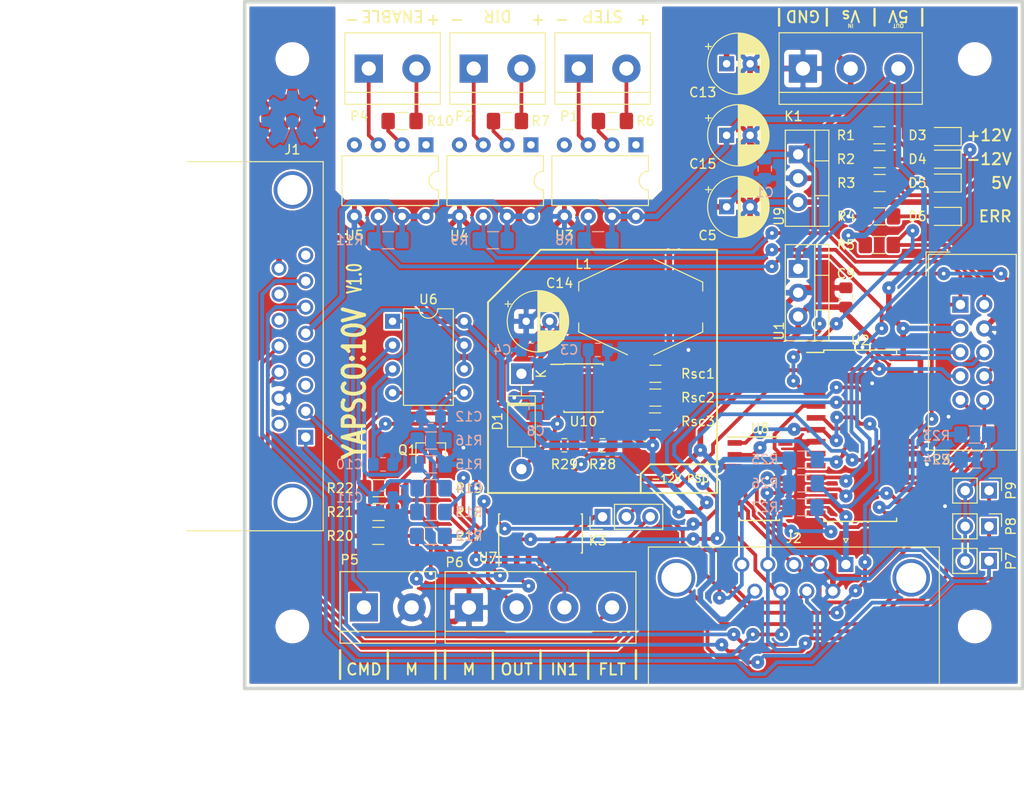
<source format=kicad_pcb>
(kicad_pcb (version 20171130) (host pcbnew "(5.1.0)-1")
  (title_block (date "28 apr 2009"))
  (layers (0 F.Cu signal) (31 B.Cu signal) (34 B.Paste user) (35 F.Paste user) (36 B.SilkS user) (37 F.SilkS user) (38 B.Mask user) (39 F.Mask user) (44 Edge.Cuts user))
  (net 0 "")
  (net 1 GND)
  (net 2 +12V)
  (net 3 -12V)
  (net 4 /SupplyCircuit/InputVoltageRail)
  (net 5 "Net-(C8-Pad1)")
  (net 6 +5V)
  (net 7 "Net-(C10-Pad2)")
  (net 8 "Net-(C11-Pad1)")
  (net 9 "Net-(C12-Pad1)")
  (net 10 "Net-(D1-Pad1)")
  (net 11 "Net-(D3-Pad1)")
  (net 12 "Net-(D4-Pad2)")
  (net 13 "Net-(D5-Pad1)")
  (net 14 "Net-(D6-Pad2)")
  (net 15 /Encoder/I-)
  (net 16 /Encoder/B-)
  (net 17 /Encoder/B+)
  (net 18 /Encoder/A-)
  (net 19 /Encoder/I+)
  (net 20 /Encoder/A+)
  (net 21 "Net-(J2-Pad0)")
  (net 22 "Net-(K3-Pad1)")
  (net 23 /InterfaceDriver/FLTA)
  (net 24 "Net-(K3-Pad3)")
  (net 25 "Net-(P1-Pad2)")
  (net 26 "Net-(P1-Pad1)")
  (net 27 "Net-(P2-Pad1)")
  (net 28 "Net-(P2-Pad2)")
  (net 29 /MotionControllerInput/STEP)
  (net 30 /MotionControllerInput/MCLR)
  (net 31 /dsPIC/TX)
  (net 32 /dsPIC/RX)
  (net 33 /MotionControllerInput/ENABLE)
  (net 34 /MotionControllerInput/DIR)
  (net 35 /MotionControllerInput/PGC)
  (net 36 /MotionControllerInput/PGD)
  (net 37 "Net-(P4-Pad2)")
  (net 38 "Net-(P4-Pad1)")
  (net 39 "Net-(P5-Pad1)")
  (net 40 "Net-(P6-Pad2)")
  (net 41 "Net-(P6-Pad3)")
  (net 42 "Net-(P6-Pad4)")
  (net 43 +2V5)
  (net 44 "Net-(Q1-Pad1)")
  (net 45 "Net-(Q1-Pad3)")
  (net 46 "Net-(R4-Pad1)")
  (net 47 "Net-(R6-Pad1)")
  (net 48 "Net-(R7-Pad1)")
  (net 49 "Net-(R10-Pad1)")
  (net 50 /dsPIC/PWM_H_A)
  (net 51 /InterfaceDriver/Neg)
  (net 52 "Net-(R14-Pad1)")
  (net 53 "Net-(R17-Pad1)")
  (net 54 "Net-(R18-Pad1)")
  (net 55 /InterfaceDriver/OUT1)
  (net 56 /Encoder/QEA)
  (net 57 /Encoder/QEB)
  (net 58 /Encoder/INDX)
  (net 59 "Net-(R28-Pad1)")
  (net 60 "Net-(Rsc1-Pad1)")
  (net 61 /InterfaceDriver/IN1)
  (net 62 /Encoder/SDO)
  (net 63 /Encoder/AN2)
  (net 64 /Encoder/SCK)
  (net 65 /Encoder/SDA)
  (net 66 /Encoder/SCL)
  (net 67 /Encoder/SDI)
  (net 68 "Net-(U2-Pad25)")
  (net 69 "Net-(U2-Pad24)")
  (net 70 "Net-(U2-Pad22)")
  (net 71 "Net-(U2-Pad10)")
  (net 72 "Net-(U2-Pad9)")
  (module Symbol:OSHW-Symbol_6.7x6mm_Copper (layer B.Cu) (at 116.84 80.518 180)
    (fp_text reference REF** hide)
    (fp_text value OSHW-Symbol_6.7x6mm_Copper hide)
    (fp_poly (pts (xy 0.555814 2.531069) (xy 0.639635 2.086445) (xy 0.94892 1.958947) (xy 1.258206 1.831449) (xy 1.629246 2.083754) (xy 1.733157 2.154004) (xy 1.827087 2.216728) (xy 1.906652 2.269062) (xy 1.96747 2.308143) (xy 2.005157 2.331107) (xy 2.015421 2.336058) (xy 2.03391 2.323324) (xy 2.07342 2.288118) (xy 2.129522 2.234938) (xy 2.197787 2.168282) (xy 2.273786 2.092646) (xy 2.353092 2.012528) (xy 2.431275 1.932426) (xy 2.503907 1.856836) (xy 2.566559 1.790255) (xy 2.614803 1.737182) (xy 2.64421 1.702113) (xy 2.651241 1.690377) (xy 2.641123 1.66874) (xy 2.612759 1.621338) (xy 2.569129 1.552807) (xy 2.513218 1.467785) (xy 2.448006 1.370907) (xy 2.410219 1.31565) (xy 2.341343 1.214752) (xy 2.28014 1.123701) (xy 2.229578 1.04703) (xy 2.192628 0.989272) (xy 2.172258 0.954957) (xy 2.169197 0.947746) (xy 2.176136 0.927252) (xy 2.195051 0.879487) (xy 2.223087 0.811168) (xy 2.257391 0.729011) (xy 2.295109 0.63973) (xy 2.333387 0.550042) (xy 2.36937 0.466662) (xy 2.400206 0.396306) (xy 2.423039 0.34569) (xy 2.435017 0.321529) (xy 2.435724 0.320578) (xy 2.454531 0.315964) (xy 2.504618 0.305672) (xy 2.580793 0.290713) (xy 2.677865 0.272099) (xy 2.790643 0.250841) (xy 2.856442 0.238582) (xy 2.97695 0.215638) (xy 3.085797 0.193805) (xy 3.177476 0.174278) (xy 3.246481 0.158252) (xy 3.287304 0.146921) (xy 3.295511 0.143326) (xy 3.303548 0.118994) (xy 3.310033 0.064041) (xy 3.31497 -0.015108) (xy 3.318364 -0.112026) (xy 3.320218 -0.220287) (xy 3.320538 -0.333465) (xy 3.319327 -0.445135) (xy 3.31659 -0.548868) (xy 3.312331 -0.638241) (xy 3.306555 -0.706826) (xy 3.299267 -0.748197) (xy 3.294895 -0.75681) (xy 3.268764 -0.767133) (xy 3.213393 -0.781892) (xy 3.136107 -0.799352) (xy 3.04423 -0.81778) (xy 3.012158 -0.823741) (xy 2.857524 -0.852066) (xy 2.735375 -0.874876) (xy 2.641673 -0.89308) (xy 2.572384 -0.907583) (xy 2.523471 -0.919292) (xy 2.490897 -0.929115) (xy 2.470628 -0.937956) (xy 2.458626 -0.946724) (xy 2.456947 -0.948457) (xy 2.440184 -0.976371) (xy 2.414614 -1.030695) (xy 2.382788 -1.104777) (xy 2.34726 -1.191965) (xy 2.310583 -1.285608) (xy 2.275311 -1.379052) (xy 2.243996 -1.465647) (xy 2.219193 -1.53874) (xy 2.203454 -1.591678) (xy 2.199332 -1.617811) (xy 2.199676 -1.618726) (xy 2.213641 -1.640086) (xy 2.245322 -1.687084) (xy 2.291391 -1.754827) (xy 2.348518 -1.838423) (xy 2.413373 -1.932982) (xy 2.431843 -1.959854) (xy 2.497699 -2.057275) (xy 2.55565 -2.146163) (xy 2.602538 -2.221412) (xy 2.635207 -2.27792) (xy 2.6505 -2.310581) (xy 2.651241 -2.314593) (xy 2.638392 -2.335684) (xy 2.602888 -2.377464) (xy 2.549293 -2.435445) (xy 2.482171 -2.505135) (xy 2.406087 -2.582045) (xy 2.325604 -2.661683) (xy 2.245287 -2.739561) (xy 2.169699 -2.811186) (xy 2.103405 -2.87207) (xy 2.050969 -2.917721) (xy 2.016955 -2.94365) (xy 2.007545 -2.947883) (xy 1.985643 -2.937912) (xy 1.9408 -2.91102) (xy 1.880321 -2.871736) (xy 1.833789 -2.840117) (xy 1.749475 -2.782098) (xy 1.649626 -2.713784) (xy 1.549473 -2.645579) (xy 1.495627 -2.609075) (xy 1.313371 -2.4858) (xy 1.160381 -2.56852) (xy 1.090682 -2.604759) (xy 1.031414 -2.632926) (xy 0.991311 -2.648991) (xy 0.981103 -2.651226) (xy 0.968829 -2.634722) (xy 0.944613 -2.588082) (xy 0.910263 -2.515609) (xy 0.867588 -2.421606) (xy 0.818394 -2.310374) (xy 0.76449 -2.186215) (xy 0.707684 -2.053432) (xy 0.649782 -1.916327) (xy 0.592593 -1.779202) (xy 0.537924 -1.646358) (xy 0.487584 -1.522098) (xy 0.44338 -1.410725) (xy 0.407119 -1.316539) (xy 0.380609 -1.243844) (xy 0.365658 -1.196941) (xy 0.363254 -1.180833) (xy 0.382311 -1.160286) (xy 0.424036 -1.126933) (xy 0.479706 -1.087702) (xy 0.484378 -1.084599) (xy 0.628264 -0.969423) (xy 0.744283 -0.835053) (xy 0.83143 -0.685784) (xy 0.888699 -0.525913) (xy 0.915086 -0.359737) (xy 0.909585 -0.191552) (xy 0.87119 -0.025655) (xy 0.798895 0.133658) (xy 0.777626 0.168513) (xy 0.666996 0.309263) (xy 0.536302 0.422286) (xy 0.390064 0.506997) (xy 0.232808 0.562806) (xy 0.069057 0.589126) (xy -0.096667 0.58537) (xy -0.259838 0.55095) (xy -0.415935 0.485277) (xy -0.560433 0.387765) (xy -0.605131 0.348187) (xy -0.718888 0.224297) (xy -0.801782 0.093876) (xy -0.858644 -0.052315) (xy -0.890313 -0.197088) (xy -0.898131 -0.35986) (xy -0.872062 -0.52344) (xy -0.814755 -0.682298) (xy -0.728856 -0.830906) (xy -0.617014 -0.963735) (xy -0.481877 -1.075256) (xy -0.464117 -1.087011) (xy -0.40785 -1.125508) (xy -0.365077 -1.158863) (xy -0.344628 -1.18016) (xy -0.344331 -1.180833) (xy -0.348721 -1.203871) (xy -0.366124 -1.256157) (xy -0.394732 -1.33339) (xy -0.432735 -1.431268) (xy -0.478326 -1.545491) (xy -0.529697 -1.671758) (xy -0.585038 -1.805767) (xy -0.642542 -1.943218) (xy -0.700399 -2.079808) (xy -0.756802 -2.211237) (xy -0.809942 -2.333205) (xy -0.85801 -2.441409) (xy -0.899199 -2.531549) (xy -0.931699 -2.599323) (xy -0.953703 -2.64043) (xy -0.962564 -2.651226) (xy -0.98964 -2.642819) (xy -1.040303 -2.620272) (xy -1.105817 -2.587613) (xy -1.141841 -2.56852) (xy -1.294832 -2.4858) (xy -1.477088 -2.609075) (xy -1.570125 -2.672228) (xy -1.671985 -2.741727) (xy -1.767438 -2.807165) (xy -1.81525 -2.840117) (xy -1.882495 -2.885273) (xy -1.939436 -2.921057) (xy -1.978646 -2.942938) (xy -1.991381 -2.947563) (xy -2.009917 -2.935085) (xy -2.050941 -2.900252) (xy -2.110475 -2.846678) (xy -2.184542 -2.777983) (xy -2.269165 -2.697781) (xy -2.322685 -2.646286) (xy -2.416319 -2.554286) (xy -2.497241 -2.471999) (xy -2.562177 -2.402945) (xy -2.607858 -2.350644) (xy -2.631011 -2.318616) (xy -2.633232 -2.312116) (xy -2.622924 -2.287394) (xy -2.594439 -2.237405) (xy -2.550937 -2.167212) (xy -2.495577 -2.081875) (xy -2.43152 -1.986456) (xy -2.413303 -1.959854) (xy -2.346927 -1.863167) (xy -2.287378 -1.776117) (xy -2.237984 -1.703595) (xy -2.202075 -1.650493) (xy -2.182981 -1.621703) (xy -2.181136 -1.618726) (xy -2.183895 -1.595782) (xy -2.198538 -1.545336) (xy -2.222513 -1.474041) (xy -2.253266 -1.388547) (xy -2.288244 -1.295507) (xy -2.324893 -1.201574) (xy -2.360661 -1.113399) (xy -2.392994 -1.037634) (xy -2.419338 -0.980931) (xy -2.437142 -0.949943) (xy -2.438407 -0.948457) (xy -2.449294 -0.939601) (xy -2.467682 -0.930843) (xy -2.497606 -0.921277) (xy -2.543103 -0.909996) (xy -2.608209 -0.896093) (xy -2.696961 -0.878663) (xy -2.813393 -0.856798) (xy -2.961542 -0.829591) (xy -2.993618 -0.823741) (xy -3.088686 -0.805374) (xy -3.171565 -0.787405) (xy -3.23493 -0.771569) (xy -3.271458 -0.7596) (xy -3.276356 -0.75681) (xy -3.284427 -0.732072) (xy -3.290987 -0.67679) (xy -3.296033 -0.597389) (xy -3.299559 -0.500296) (xy -3.301561 -0.391938) (xy -3.302036 -0.27874) (xy -3.300977 -0.167128) (xy -3.298382 -0.063529) (xy -3.294246 0.025632) (xy -3.288563 0.093928) (xy -3.281331 0.134934) (xy -3.276971 0.143326) (xy -3.252698 0.151792) (xy -3.197426 0.165565) (xy -3.116662 0.18345) (xy -3.015912 0.204252) (xy -2.900683 0.226777) (xy -2.837902 0.238582) (xy -2.718787 0.260849) (xy -2.612565 0.281021) (xy -2.524427 0.298085) (xy -2.459566 0.311031) (xy -2.423174 0.318845) (xy -2.417184 0.320578) (xy -2.407061 0.34011) (xy -2.385662 0.387157) (xy -2.355839 0.454997) (xy -2.320445 0.536909) (xy -2.282332 0.626172) (xy -2.244353 0.716065) (xy -2.20936 0.799865) (xy -2.180206 0.870853) (xy -2.159743 0.922306) (xy -2.150823 0.947503) (xy -2.150657 0.948604) (xy -2.160769 0.968481) (xy -2.189117 1.014223) (xy -2.232723 1.081283) (xy -2.288606 1.165116) (xy -2.353787 1.261174) (xy -2.391679 1.31635) (xy -2.460725 1.417519) (xy -2.52205 1.50937) (xy -2.572663 1.587256) (xy -2.609571 1.646531) (xy -2.629782 1.682549) (xy -2.632701 1.690623) (xy -2.620153 1.709416) (xy -2.585463 1.749543) (xy -2.533063 1.806507) (xy -2.467384 1.875815) (xy -2.392856 1.952969) (xy -2.313913 2.033475) (xy -2.234983 2.112837) (xy -2.1605 2.18656) (xy -2.094894 2.250148) (xy -2.042596 2.299106) (xy -2.008039 2.328939) (xy -1.996478 2.336058) (xy -1.977654 2.326047) (xy -1.932631 2.297922) (xy -1.865787 2.254546) (xy -1.781499 2.198782) (xy -1.684144 2.133494) (xy -1.610707 2.083754) (xy -1.239667 1.831449) (xy -0.621095 2.086445) (xy -0.537275 2.531069) (xy -0.453454 2.975693) (xy 0.471994 2.975693) (xy 0.555814 2.531069)) (layer B.Cu) (width 0.01))
  )
  (module Symbol:OSHW-Symbol_6.7x6mm_Copper (layer F.Cu) (at 116.84 80.01)
    (fp_text reference REF** hide)
    (fp_text value OSHW-Symbol_6.7x6mm_Copper hide)
    (fp_poly (pts (xy 0.555814 -2.531069) (xy 0.639635 -2.086445) (xy 0.94892 -1.958947) (xy 1.258206 -1.831449) (xy 1.629246 -2.083754) (xy 1.733157 -2.154004) (xy 1.827087 -2.216728) (xy 1.906652 -2.269062) (xy 1.96747 -2.308143) (xy 2.005157 -2.331107) (xy 2.015421 -2.336058) (xy 2.03391 -2.323324) (xy 2.07342 -2.288118) (xy 2.129522 -2.234938) (xy 2.197787 -2.168282) (xy 2.273786 -2.092646) (xy 2.353092 -2.012528) (xy 2.431275 -1.932426) (xy 2.503907 -1.856836) (xy 2.566559 -1.790255) (xy 2.614803 -1.737182) (xy 2.64421 -1.702113) (xy 2.651241 -1.690377) (xy 2.641123 -1.66874) (xy 2.612759 -1.621338) (xy 2.569129 -1.552807) (xy 2.513218 -1.467785) (xy 2.448006 -1.370907) (xy 2.410219 -1.31565) (xy 2.341343 -1.214752) (xy 2.28014 -1.123701) (xy 2.229578 -1.04703) (xy 2.192628 -0.989272) (xy 2.172258 -0.954957) (xy 2.169197 -0.947746) (xy 2.176136 -0.927252) (xy 2.195051 -0.879487) (xy 2.223087 -0.811168) (xy 2.257391 -0.729011) (xy 2.295109 -0.63973) (xy 2.333387 -0.550042) (xy 2.36937 -0.466662) (xy 2.400206 -0.396306) (xy 2.423039 -0.34569) (xy 2.435017 -0.321529) (xy 2.435724 -0.320578) (xy 2.454531 -0.315964) (xy 2.504618 -0.305672) (xy 2.580793 -0.290713) (xy 2.677865 -0.272099) (xy 2.790643 -0.250841) (xy 2.856442 -0.238582) (xy 2.97695 -0.215638) (xy 3.085797 -0.193805) (xy 3.177476 -0.174278) (xy 3.246481 -0.158252) (xy 3.287304 -0.146921) (xy 3.295511 -0.143326) (xy 3.303548 -0.118994) (xy 3.310033 -0.064041) (xy 3.31497 0.015108) (xy 3.318364 0.112026) (xy 3.320218 0.220287) (xy 3.320538 0.333465) (xy 3.319327 0.445135) (xy 3.31659 0.548868) (xy 3.312331 0.638241) (xy 3.306555 0.706826) (xy 3.299267 0.748197) (xy 3.294895 0.75681) (xy 3.268764 0.767133) (xy 3.213393 0.781892) (xy 3.136107 0.799352) (xy 3.04423 0.81778) (xy 3.012158 0.823741) (xy 2.857524 0.852066) (xy 2.735375 0.874876) (xy 2.641673 0.89308) (xy 2.572384 0.907583) (xy 2.523471 0.919292) (xy 2.490897 0.929115) (xy 2.470628 0.937956) (xy 2.458626 0.946724) (xy 2.456947 0.948457) (xy 2.440184 0.976371) (xy 2.414614 1.030695) (xy 2.382788 1.104777) (xy 2.34726 1.191965) (xy 2.310583 1.285608) (xy 2.275311 1.379052) (xy 2.243996 1.465647) (xy 2.219193 1.53874) (xy 2.203454 1.591678) (xy 2.199332 1.617811) (xy 2.199676 1.618726) (xy 2.213641 1.640086) (xy 2.245322 1.687084) (xy 2.291391 1.754827) (xy 2.348518 1.838423) (xy 2.413373 1.932982) (xy 2.431843 1.959854) (xy 2.497699 2.057275) (xy 2.55565 2.146163) (xy 2.602538 2.221412) (xy 2.635207 2.27792) (xy 2.6505 2.310581) (xy 2.651241 2.314593) (xy 2.638392 2.335684) (xy 2.602888 2.377464) (xy 2.549293 2.435445) (xy 2.482171 2.505135) (xy 2.406087 2.582045) (xy 2.325604 2.661683) (xy 2.245287 2.739561) (xy 2.169699 2.811186) (xy 2.103405 2.87207) (xy 2.050969 2.917721) (xy 2.016955 2.94365) (xy 2.007545 2.947883) (xy 1.985643 2.937912) (xy 1.9408 2.91102) (xy 1.880321 2.871736) (xy 1.833789 2.840117) (xy 1.749475 2.782098) (xy 1.649626 2.713784) (xy 1.549473 2.645579) (xy 1.495627 2.609075) (xy 1.313371 2.4858) (xy 1.160381 2.56852) (xy 1.090682 2.604759) (xy 1.031414 2.632926) (xy 0.991311 2.648991) (xy 0.981103 2.651226) (xy 0.968829 2.634722) (xy 0.944613 2.588082) (xy 0.910263 2.515609) (xy 0.867588 2.421606) (xy 0.818394 2.310374) (xy 0.76449 2.186215) (xy 0.707684 2.053432) (xy 0.649782 1.916327) (xy 0.592593 1.779202) (xy 0.537924 1.646358) (xy 0.487584 1.522098) (xy 0.44338 1.410725) (xy 0.407119 1.316539) (xy 0.380609 1.243844) (xy 0.365658 1.196941) (xy 0.363254 1.180833) (xy 0.382311 1.160286) (xy 0.424036 1.126933) (xy 0.479706 1.087702) (xy 0.484378 1.084599) (xy 0.628264 0.969423) (xy 0.744283 0.835053) (xy 0.83143 0.685784) (xy 0.888699 0.525913) (xy 0.915086 0.359737) (xy 0.909585 0.191552) (xy 0.87119 0.025655) (xy 0.798895 -0.133658) (xy 0.777626 -0.168513) (xy 0.666996 -0.309263) (xy 0.536302 -0.422286) (xy 0.390064 -0.506997) (xy 0.232808 -0.562806) (xy 0.069057 -0.589126) (xy -0.096667 -0.58537) (xy -0.259838 -0.55095) (xy -0.415935 -0.485277) (xy -0.560433 -0.387765) (xy -0.605131 -0.348187) (xy -0.718888 -0.224297) (xy -0.801782 -0.093876) (xy -0.858644 0.052315) (xy -0.890313 0.197088) (xy -0.898131 0.35986) (xy -0.872062 0.52344) (xy -0.814755 0.682298) (xy -0.728856 0.830906) (xy -0.617014 0.963735) (xy -0.481877 1.075256) (xy -0.464117 1.087011) (xy -0.40785 1.125508) (xy -0.365077 1.158863) (xy -0.344628 1.18016) (xy -0.344331 1.180833) (xy -0.348721 1.203871) (xy -0.366124 1.256157) (xy -0.394732 1.33339) (xy -0.432735 1.431268) (xy -0.478326 1.545491) (xy -0.529697 1.671758) (xy -0.585038 1.805767) (xy -0.642542 1.943218) (xy -0.700399 2.079808) (xy -0.756802 2.211237) (xy -0.809942 2.333205) (xy -0.85801 2.441409) (xy -0.899199 2.531549) (xy -0.931699 2.599323) (xy -0.953703 2.64043) (xy -0.962564 2.651226) (xy -0.98964 2.642819) (xy -1.040303 2.620272) (xy -1.105817 2.587613) (xy -1.141841 2.56852) (xy -1.294832 2.4858) (xy -1.477088 2.609075) (xy -1.570125 2.672228) (xy -1.671985 2.741727) (xy -1.767438 2.807165) (xy -1.81525 2.840117) (xy -1.882495 2.885273) (xy -1.939436 2.921057) (xy -1.978646 2.942938) (xy -1.991381 2.947563) (xy -2.009917 2.935085) (xy -2.050941 2.900252) (xy -2.110475 2.846678) (xy -2.184542 2.777983) (xy -2.269165 2.697781) (xy -2.322685 2.646286) (xy -2.416319 2.554286) (xy -2.497241 2.471999) (xy -2.562177 2.402945) (xy -2.607858 2.350644) (xy -2.631011 2.318616) (xy -2.633232 2.312116) (xy -2.622924 2.287394) (xy -2.594439 2.237405) (xy -2.550937 2.167212) (xy -2.495577 2.081875) (xy -2.43152 1.986456) (xy -2.413303 1.959854) (xy -2.346927 1.863167) (xy -2.287378 1.776117) (xy -2.237984 1.703595) (xy -2.202075 1.650493) (xy -2.182981 1.621703) (xy -2.181136 1.618726) (xy -2.183895 1.595782) (xy -2.198538 1.545336) (xy -2.222513 1.474041) (xy -2.253266 1.388547) (xy -2.288244 1.295507) (xy -2.324893 1.201574) (xy -2.360661 1.113399) (xy -2.392994 1.037634) (xy -2.419338 0.980931) (xy -2.437142 0.949943) (xy -2.438407 0.948457) (xy -2.449294 0.939601) (xy -2.467682 0.930843) (xy -2.497606 0.921277) (xy -2.543103 0.909996) (xy -2.608209 0.896093) (xy -2.696961 0.878663) (xy -2.813393 0.856798) (xy -2.961542 0.829591) (xy -2.993618 0.823741) (xy -3.088686 0.805374) (xy -3.171565 0.787405) (xy -3.23493 0.771569) (xy -3.271458 0.7596) (xy -3.276356 0.75681) (xy -3.284427 0.732072) (xy -3.290987 0.67679) (xy -3.296033 0.597389) (xy -3.299559 0.500296) (xy -3.301561 0.391938) (xy -3.302036 0.27874) (xy -3.300977 0.167128) (xy -3.298382 0.063529) (xy -3.294246 -0.025632) (xy -3.288563 -0.093928) (xy -3.281331 -0.134934) (xy -3.276971 -0.143326) (xy -3.252698 -0.151792) (xy -3.197426 -0.165565) (xy -3.116662 -0.18345) (xy -3.015912 -0.204252) (xy -2.900683 -0.226777) (xy -2.837902 -0.238582) (xy -2.718787 -0.260849) (xy -2.612565 -0.281021) (xy -2.524427 -0.298085) (xy -2.459566 -0.311031) (xy -2.423174 -0.318845) (xy -2.417184 -0.320578) (xy -2.407061 -0.34011) (xy -2.385662 -0.387157) (xy -2.355839 -0.454997) (xy -2.320445 -0.536909) (xy -2.282332 -0.626172) (xy -2.244353 -0.716065) (xy -2.20936 -0.799865) (xy -2.180206 -0.870853) (xy -2.159743 -0.922306) (xy -2.150823 -0.947503) (xy -2.150657 -0.948604) (xy -2.160769 -0.968481) (xy -2.189117 -1.014223) (xy -2.232723 -1.081283) (xy -2.288606 -1.165116) (xy -2.353787 -1.261174) (xy -2.391679 -1.31635) (xy -2.460725 -1.417519) (xy -2.52205 -1.50937) (xy -2.572663 -1.587256) (xy -2.609571 -1.646531) (xy -2.629782 -1.682549) (xy -2.632701 -1.690623) (xy -2.620153 -1.709416) (xy -2.585463 -1.749543) (xy -2.533063 -1.806507) (xy -2.467384 -1.875815) (xy -2.392856 -1.952969) (xy -2.313913 -2.033475) (xy -2.234983 -2.112837) (xy -2.1605 -2.18656) (xy -2.094894 -2.250148) (xy -2.042596 -2.299106) (xy -2.008039 -2.328939) (xy -1.996478 -2.336058) (xy -1.977654 -2.326047) (xy -1.932631 -2.297922) (xy -1.865787 -2.254546) (xy -1.781499 -2.198782) (xy -1.684144 -2.133494) (xy -1.610707 -2.083754) (xy -1.239667 -1.831449) (xy -0.621095 -2.086445) (xy -0.537275 -2.531069) (xy -0.453454 -2.975693) (xy 0.471994 -2.975693) (xy 0.555814 -2.531069)) (layer F.Cu) (width 0.01))
  )
  (module Package_SO:SOIC-14_3.9x8.7mm_P1.27mm (layer F.Cu) (at 143.256 124.714 90)
    (fp_text reference U7 (at -2.54 -5.588 180) (layer F.SilkS))
    (fp_text value 74HC14)
    (pad 14 smd rect (at 2.7 -3.81 90) (size 1.5 0.6) (layers F.Cu F.Paste F.Mask) (net 6 +5V))
    (pad 13 smd rect (at 2.7 -2.54 90) (size 1.5 0.6) (layers F.Cu F.Paste F.Mask))
    (pad 12 smd rect (at 2.7 -1.27 90) (size 1.5 0.6) (layers F.Cu F.Paste F.Mask))
    (pad 11 smd rect (at 2.7 0 90) (size 1.5 0.6) (layers F.Cu F.Paste F.Mask))
    (pad 10 smd rect (at 2.7 1.27 90) (size 1.5 0.6) (layers F.Cu F.Paste F.Mask))
    (pad 9 smd rect (at 2.7 2.54 90) (size 1.5 0.6) (layers F.Cu F.Paste F.Mask))
    (pad 8 smd rect (at 2.7 3.81 90) (size 1.5 0.6) (layers F.Cu F.Paste F.Mask))
    (pad 7 smd rect (at -2.7 3.81 90) (size 1.5 0.6) (layers F.Cu F.Paste F.Mask) (net 1 GND))
    (pad 6 smd rect (at -2.7 2.54 90) (size 1.5 0.6) (layers F.Cu F.Paste F.Mask) (net 24 "Net-(K3-Pad3)"))
    (pad 5 smd rect (at -2.7 1.27 90) (size 1.5 0.6) (layers F.Cu F.Paste F.Mask) (net 22 "Net-(K3-Pad1)"))
    (pad 4 smd rect (at -2.7 0 90) (size 1.5 0.6) (layers F.Cu F.Paste F.Mask) (net 61 /InterfaceDriver/IN1))
    (pad 3 smd rect (at -2.7 -1.27 90) (size 1.5 0.6) (layers F.Cu F.Paste F.Mask) (net 54 "Net-(R18-Pad1)"))
    (pad 2 smd rect (at -2.7 -2.54 90) (size 1.5 0.6) (layers F.Cu F.Paste F.Mask) (net 22 "Net-(K3-Pad1)"))
    (pad 1 smd rect (at -2.7 -3.81 90) (size 1.5 0.6) (layers F.Cu F.Paste F.Mask) (net 53 "Net-(R17-Pad1)"))
  )
  (module MountingHole:MountingHole_3.2mm_M3_ISO7380 (layer F.Cu) (at 116.84 134.62)
    (fp_text reference H4 hide)
    (fp_text value MountingHole)
    (pad 1 np_thru_hole circle (at 0 0) (size 3.2 3.2) (drill 3.2) (layers *.Cu *.Mask))
  )
  (module MountingHole:MountingHole_3.2mm_M3_ISO7380 (layer F.Cu) (at 116.84 74.168)
    (fp_text reference H3 hide)
    (fp_text value MountingHole)
    (pad 1 np_thru_hole circle (at 0 0) (size 3.2 3.2) (drill 3.2) (layers *.Cu *.Mask))
  )
  (module MountingHole:MountingHole_3.2mm_M3_ISO7380 (layer F.Cu) (at 189.484 134.62)
    (fp_text reference H2 hide)
    (fp_text value MountingHole)
    (pad 1 np_thru_hole circle (at 0 0) (size 3.2 3.2) (drill 3.2) (layers *.Cu *.Mask))
  )
  (module MountingHole:MountingHole_3.2mm_M3_ISO7380 (layer F.Cu) (at 189.484 74.168)
    (fp_text reference H1 hide)
    (fp_text value MountingHole)
    (pad 1 np_thru_hole circle (at 0 0) (size 3.2 3.2) (drill 3.2) (layers *.Cu *.Mask))
  )
  (module Capacitor_SMD:C_0805_2012Metric_Pad1.15x1.40mm_HandSolder (layer B.Cu) (at 167.132 85.852 270)
    (fp_text reference C1 (at 2.531 0) (layer B.SilkS) (effects (justify mirror)))
    (fp_text value 100nF)
    (pad 2 smd roundrect (at 1.025 0 270) (size 1.15 1.4) (layers B.Cu B.Paste B.Mask) (roundrect_rratio 0.217391) (net 1 GND))
    (pad 1 smd roundrect (at -1.025 0 270) (size 1.15 1.4) (layers B.Cu B.Paste B.Mask) (roundrect_rratio 0.217391) (net 4 /SupplyCircuit/InputVoltageRail))
  )
  (module Capacitor_SMD:C_0805_2012Metric_Pad1.15x1.40mm_HandSolder (layer B.Cu) (at 149.352 105.156)
    (fp_text reference C3 (at -3.048 0 -180) (layer B.SilkS) (effects (justify mirror)))
    (fp_text value 100nF)
    (pad 2 smd roundrect (at 1.025 0) (size 1.15 1.4) (layers B.Cu B.Paste B.Mask) (roundrect_rratio 0.217391) (net 1 GND))
    (pad 1 smd roundrect (at -1.025 0) (size 1.15 1.4) (layers B.Cu B.Paste B.Mask) (roundrect_rratio 0.217391) (net 2 +12V))
  )
  (module Capacitor_SMD:C_0805_2012Metric_Pad1.15x1.40mm_HandSolder (layer B.Cu) (at 142.24 105.156)
    (fp_text reference C4 (at -3.048 0) (layer B.SilkS) (effects (justify mirror)))
    (fp_text value 100nF)
    (pad 2 smd roundrect (at 1.025 0) (size 1.15 1.4) (layers B.Cu B.Paste B.Mask) (roundrect_rratio 0.217391) (net 3 -12V))
    (pad 1 smd roundrect (at -1.025 0) (size 1.15 1.4) (layers B.Cu B.Paste B.Mask) (roundrect_rratio 0.217391) (net 1 GND))
  )
  (module Capacitor_THT:CP_Radial_D6.3mm_P2.50mm (layer F.Cu) (at 163.068 89.916)
    (fp_text reference C5 (at -2.032 3.048) (layer F.SilkS))
    (fp_text value 100uF)
    (pad 2 thru_hole circle (at 2.5 0) (size 1.6 1.6) (drill 0.8) (layers *.Cu *.Mask) (net 1 GND))
    (pad 1 thru_hole rect (at 0 0) (size 1.6 1.6) (drill 0.8) (layers *.Cu *.Mask) (net 2 +12V))
  )
  (module Capacitor_SMD:C_0805_2012Metric_Pad1.15x1.40mm_HandSolder (layer B.Cu) (at 142.748 111.243 270)
    (fp_text reference C8 (at 2.549 0) (layer B.SilkS) (effects (justify mirror)))
    (fp_text value 360p)
    (pad 2 smd roundrect (at 1.025 0 270) (size 1.15 1.4) (layers B.Cu B.Paste B.Mask) (roundrect_rratio 0.217391) (net 3 -12V))
    (pad 1 smd roundrect (at -1.025 0 270) (size 1.15 1.4) (layers B.Cu B.Paste B.Mask) (roundrect_rratio 0.217391) (net 5 "Net-(C8-Pad1)"))
  )
  (module Capacitor_SMD:C_0805_2012Metric_Pad1.15x1.40mm_HandSolder (layer F.Cu) (at 175.768 99.568 90)
    (fp_text reference C9 (at 2.531 0 180) (layer F.SilkS))
    (fp_text value 100nF)
    (pad 2 smd roundrect (at 1.025 0 90) (size 1.15 1.4) (layers F.Cu F.Paste F.Mask) (roundrect_rratio 0.217391) (net 1 GND))
    (pad 1 smd roundrect (at -1.025 0 90) (size 1.15 1.4) (layers F.Cu F.Paste F.Mask) (roundrect_rratio 0.217391) (net 6 +5V))
  )
  (module Capacitor_SMD:C_0805_2012Metric_Pad1.15x1.40mm_HandSolder (layer B.Cu) (at 126.492 117.348 180)
    (fp_text reference C10 (at 3.556 0 180) (layer B.SilkS) (effects (justify mirror)))
    (fp_text value 33nF)
    (pad 2 smd roundrect (at 1.025 0 180) (size 1.15 1.4) (layers B.Cu B.Paste B.Mask) (roundrect_rratio 0.217391) (net 7 "Net-(C10-Pad2)"))
    (pad 1 smd roundrect (at -1.025 0 180) (size 1.15 1.4) (layers B.Cu B.Paste B.Mask) (roundrect_rratio 0.217391) (net 1 GND))
  )
  (module Capacitor_SMD:C_0805_2012Metric_Pad1.15x1.40mm_HandSolder (layer B.Cu) (at 126.492 120.904)
    (fp_text reference C11 (at -3.556 0) (layer B.SilkS) (effects (justify mirror)))
    (fp_text value 33nF)
    (pad 2 smd roundrect (at 1.025 0) (size 1.15 1.4) (layers B.Cu B.Paste B.Mask) (roundrect_rratio 0.217391) (net 1 GND))
    (pad 1 smd roundrect (at -1.025 0) (size 1.15 1.4) (layers B.Cu B.Paste B.Mask) (roundrect_rratio 0.217391) (net 8 "Net-(C11-Pad1)"))
  )
  (module Capacitor_SMD:C_0805_2012Metric_Pad1.15x1.40mm_HandSolder (layer B.Cu) (at 131.581 112.268 180)
    (fp_text reference C12 (at -4.055 0 180) (layer B.SilkS) (effects (justify mirror)))
    (fp_text value 33nF)
    (pad 2 smd roundrect (at 1.025 0 180) (size 1.15 1.4) (layers B.Cu B.Paste B.Mask) (roundrect_rratio 0.217391) (net 1 GND))
    (pad 1 smd roundrect (at -1.025 0 180) (size 1.15 1.4) (layers B.Cu B.Paste B.Mask) (roundrect_rratio 0.217391) (net 9 "Net-(C12-Pad1)"))
  )
  (module Capacitor_THT:CP_Radial_D6.3mm_P2.50mm (layer F.Cu) (at 163.068 74.676)
    (fp_text reference C13 (at -2.54 3.048) (layer F.SilkS))
    (fp_text value 100uF)
    (pad 2 thru_hole circle (at 2.5 0) (size 1.6 1.6) (drill 0.8) (layers *.Cu *.Mask) (net 1 GND))
    (pad 1 thru_hole rect (at 0 0) (size 1.6 1.6) (drill 0.8) (layers *.Cu *.Mask) (net 4 /SupplyCircuit/InputVoltageRail))
  )
  (module Capacitor_THT:CP_Radial_D6.3mm_P2.50mm (layer F.Cu) (at 141.732 102.108)
    (fp_text reference C14 (at 3.556 -4.064) (layer F.SilkS))
    (fp_text value 100u)
    (pad 2 thru_hole circle (at 2.5 0) (size 1.6 1.6) (drill 0.8) (layers *.Cu *.Mask) (net 3 -12V))
    (pad 1 thru_hole rect (at 0 0) (size 1.6 1.6) (drill 0.8) (layers *.Cu *.Mask) (net 1 GND))
  )
  (module Capacitor_THT:CP_Radial_D6.3mm_P2.50mm (layer F.Cu) (at 163.068 82.296)
    (fp_text reference C15 (at -2.54 3.048) (layer F.SilkS))
    (fp_text value 100uF)
    (pad 2 thru_hole circle (at 2.5 0) (size 1.6 1.6) (drill 0.8) (layers *.Cu *.Mask) (net 1 GND))
    (pad 1 thru_hole rect (at 0 0) (size 1.6 1.6) (drill 0.8) (layers *.Cu *.Mask) (net 6 +5V))
  )
  (module Diode_THT:D_DO-41_SOD81_P10.16mm_Horizontal (layer F.Cu) (at 141.224 107.696 270)
    (fp_text reference D1 (at 5.08 2.54 90) (layer F.SilkS))
    (fp_text value 1N5819)
    (fp_text user K (at 0 -2.1 270) (layer F.SilkS))
    (pad 2 thru_hole oval (at 10.16 0 270) (size 2.2 2.2) (drill 1.1) (layers *.Cu *.Mask) (net 3 -12V))
    (pad 1 thru_hole rect (at 0 0 270) (size 2.2 2.2) (drill 1.1) (layers *.Cu *.Mask) (net 10 "Net-(D1-Pad1)"))
  )
  (module Diode_SMD:D_0805_2012Metric_Pad1.15x1.40mm_HandSolder (layer F.Cu) (at 186.182 82.423 180)
    (fp_text reference D3 (at 2.794 0.127 180) (layer F.SilkS))
    (fp_text value +12)
    (pad 2 smd roundrect (at 1.025 0 180) (size 1.15 1.4) (layers F.Cu F.Paste F.Mask) (roundrect_rratio 0.217391) (net 2 +12V))
    (pad 1 smd roundrect (at -1.025 0 180) (size 1.15 1.4) (layers F.Cu F.Paste F.Mask) (roundrect_rratio 0.217391) (net 11 "Net-(D3-Pad1)"))
  )
  (module Diode_SMD:D_0805_2012Metric_Pad1.15x1.40mm_HandSolder (layer F.Cu) (at 186.182 84.836 180)
    (fp_text reference D4 (at 2.794 0 180) (layer F.SilkS))
    (fp_text value -12)
    (pad 2 smd roundrect (at 1.025 0 180) (size 1.15 1.4) (layers F.Cu F.Paste F.Mask) (roundrect_rratio 0.217391) (net 12 "Net-(D4-Pad2)"))
    (pad 1 smd roundrect (at -1.025 0 180) (size 1.15 1.4) (layers F.Cu F.Paste F.Mask) (roundrect_rratio 0.217391) (net 3 -12V))
  )
  (module LED_SMD:LED_0805_2012Metric_Pad1.15x1.40mm_HandSolder (layer F.Cu) (at 186.182 87.376 180)
    (fp_text reference D5 (at 2.794 0 180) (layer F.SilkS))
    (fp_text value "LED 5V")
    (pad 2 smd roundrect (at 1.025 0 180) (size 1.15 1.4) (layers F.Cu F.Paste F.Mask) (roundrect_rratio 0.217391) (net 6 +5V))
    (pad 1 smd roundrect (at -1.025 0 180) (size 1.15 1.4) (layers F.Cu F.Paste F.Mask) (roundrect_rratio 0.217391) (net 13 "Net-(D5-Pad1)"))
  )
  (module LED_SMD:LED_0805_2012Metric_Pad1.15x1.40mm_HandSolder (layer F.Cu) (at 186.182 90.932 180)
    (fp_text reference D6 (at 2.794 0 180) (layer F.SilkS))
    (fp_text value LED)
    (pad 2 smd roundrect (at 1.025 0 180) (size 1.15 1.4) (layers F.Cu F.Paste F.Mask) (roundrect_rratio 0.217391) (net 14 "Net-(D6-Pad2)"))
    (pad 1 smd roundrect (at -1.025 0 180) (size 1.15 1.4) (layers F.Cu F.Paste F.Mask) (roundrect_rratio 0.217391) (net 1 GND))
  )
  (module Connector_Dsub:DSUB-15_Female_Horizontal_P2.77x2.84mm_EdgePinOffset9.90mm_Housed_MountingHolesOffset11.32mm (layer F.Cu) (at 118.26 114.457 270)
    (fp_text reference J1 (at -30.637 1.42) (layer F.SilkS))
    (fp_text value DB15_Female)
    (pad 0 thru_hole circle (at 6.955 1.42 270) (size 4 4) (drill 3.2) (layers *.Cu *.Mask))
    (pad 0 thru_hole circle (at -26.345 1.42 270) (size 4 4) (drill 3.2) (layers *.Cu *.Mask))
    (pad 15 thru_hole circle (at -18.005 2.84 270) (size 1.6 1.6) (drill 1) (layers *.Cu *.Mask) (net 2 +12V))
    (pad 14 thru_hole circle (at -15.235 2.84 270) (size 1.6 1.6) (drill 1) (layers *.Cu *.Mask) (net 62 /Encoder/SDO))
    (pad 13 thru_hole circle (at -12.465 2.84 270) (size 1.6 1.6) (drill 1) (layers *.Cu *.Mask) (net 63 /Encoder/AN2))
    (pad 12 thru_hole circle (at -9.695 2.84 270) (size 1.6 1.6) (drill 1) (layers *.Cu *.Mask) (net 20 /Encoder/A+))
    (pad 11 thru_hole circle (at -6.925 2.84 270) (size 1.6 1.6) (drill 1) (layers *.Cu *.Mask) (net 19 /Encoder/I+))
    (pad 10 thru_hole circle (at -4.155 2.84 270) (size 1.6 1.6) (drill 1) (layers *.Cu *.Mask) (net 1 GND))
    (pad 9 thru_hole circle (at -1.385 2.84 270) (size 1.6 1.6) (drill 1) (layers *.Cu *.Mask) (net 64 /Encoder/SCK))
    (pad 8 thru_hole circle (at -19.39 0 270) (size 1.6 1.6) (drill 1) (layers *.Cu *.Mask) (net 65 /Encoder/SDA))
    (pad 7 thru_hole circle (at -16.62 0 270) (size 1.6 1.6) (drill 1) (layers *.Cu *.Mask) (net 18 /Encoder/A-))
    (pad 6 thru_hole circle (at -13.85 0 270) (size 1.6 1.6) (drill 1) (layers *.Cu *.Mask) (net 17 /Encoder/B+))
    (pad 5 thru_hole circle (at -11.08 0 270) (size 1.6 1.6) (drill 1) (layers *.Cu *.Mask) (net 6 +5V))
    (pad 4 thru_hole circle (at -8.31 0 270) (size 1.6 1.6) (drill 1) (layers *.Cu *.Mask) (net 66 /Encoder/SCL))
    (pad 3 thru_hole circle (at -5.54 0 270) (size 1.6 1.6) (drill 1) (layers *.Cu *.Mask) (net 67 /Encoder/SDI))
    (pad 2 thru_hole circle (at -2.77 0 270) (size 1.6 1.6) (drill 1) (layers *.Cu *.Mask) (net 16 /Encoder/B-))
    (pad 1 thru_hole rect (at 0 0 270) (size 1.6 1.6) (drill 1) (layers *.Cu *.Mask) (net 15 /Encoder/I-))
  )
  (module Connector_Dsub:DSUB-9_Female_Horizontal_P2.77x2.84mm_EdgePinOffset9.90mm_Housed_MountingHolesOffset11.32mm (layer F.Cu) (at 175.768 128.016)
    (fp_text reference J2 (at -5.54 -2.8) (layer F.SilkS))
    (fp_text value DB9_Female_MountingHoles)
    (pad 0 thru_hole circle (at 6.96 1.42) (size 4 4) (drill 3.2) (layers *.Cu *.Mask) (net 21 "Net-(J2-Pad0)"))
    (pad 0 thru_hole circle (at -18.04 1.42) (size 4 4) (drill 3.2) (layers *.Cu *.Mask) (net 21 "Net-(J2-Pad0)"))
    (pad 9 thru_hole circle (at -9.695 2.84) (size 1.6 1.6) (drill 1) (layers *.Cu *.Mask) (net 2 +12V))
    (pad 8 thru_hole circle (at -6.925 2.84) (size 1.6 1.6) (drill 1) (layers *.Cu *.Mask) (net 17 /Encoder/B+))
    (pad 7 thru_hole circle (at -4.155 2.84) (size 1.6 1.6) (drill 1) (layers *.Cu *.Mask) (net 20 /Encoder/A+))
    (pad 6 thru_hole circle (at -1.385 2.84) (size 1.6 1.6) (drill 1) (layers *.Cu *.Mask) (net 1 GND))
    (pad 5 thru_hole circle (at -11.08 0) (size 1.6 1.6) (drill 1) (layers *.Cu *.Mask) (net 19 /Encoder/I+))
    (pad 4 thru_hole circle (at -8.31 0) (size 1.6 1.6) (drill 1) (layers *.Cu *.Mask) (net 15 /Encoder/I-))
    (pad 3 thru_hole circle (at -5.54 0) (size 1.6 1.6) (drill 1) (layers *.Cu *.Mask) (net 16 /Encoder/B-))
    (pad 2 thru_hole circle (at -2.77 0) (size 1.6 1.6) (drill 1) (layers *.Cu *.Mask) (net 18 /Encoder/A-))
    (pad 1 thru_hole rect (at 0 0) (size 1.6 1.6) (drill 1) (layers *.Cu *.Mask) (net 6 +5V))
  )
  (module TerminalBlock:TerminalBlock_bornier-3_P5.08mm (layer F.Cu) (at 171.196 75.184)
    (fp_text reference K1 (at -1.016 5.08) (layer F.SilkS))
    (fp_text value Supply)
    (pad 3 thru_hole circle (at 10.16 0) (size 3 3) (drill 1.52) (layers *.Cu *.Mask) (net 6 +5V))
    (pad 2 thru_hole circle (at 5.08 0) (size 3 3) (drill 1.52) (layers *.Cu *.Mask) (net 4 /SupplyCircuit/InputVoltageRail))
    (pad 1 thru_hole rect (at 0 0) (size 3 3) (drill 1.52) (layers *.Cu *.Mask) (net 1 GND))
  )
  (module Connector_PinHeader_2.54mm:PinHeader_1x03_P2.54mm_Vertical (layer F.Cu) (at 149.86 122.936 90)
    (fp_text reference K3 (at -2.54 -0.508 180) (layer F.SilkS))
    (fp_text value FautlPol)
    (pad 3 thru_hole oval (at 0 5.08 90) (size 1.7 1.7) (drill 1) (layers *.Cu *.Mask) (net 24 "Net-(K3-Pad3)"))
    (pad 2 thru_hole oval (at 0 2.54 90) (size 1.7 1.7) (drill 1) (layers *.Cu *.Mask) (net 23 /InterfaceDriver/FLTA))
    (pad 1 thru_hole rect (at 0 0 90) (size 1.7 1.7) (drill 1) (layers *.Cu *.Mask) (net 22 "Net-(K3-Pad1)"))
  )
  (module Inductor_SMD:L_Bourns-SRR1005 (layer F.Cu) (at 153.924 100.584)
    (fp_text reference L1 (at -6.096 -4.572 180) (layer F.SilkS))
    (fp_text value 1m)
    (pad 2 smd rect (at 5.15 0) (size 3 2.8) (layers F.Cu F.Paste F.Mask) (net 1 GND))
    (pad 1 smd rect (at -5.15 0) (size 3 2.8) (layers F.Cu F.Paste F.Mask) (net 10 "Net-(D1-Pad1)"))
  )
  (module TerminalBlock:TerminalBlock_bornier-2_P5.08mm (layer F.Cu) (at 147.32 75.184)
    (fp_text reference P1 (at -1.016 5.08) (layer F.SilkS))
    (fp_text value STEP)
    (pad 2 thru_hole circle (at 5.08 0) (size 3 3) (drill 1.52) (layers *.Cu *.Mask) (net 25 "Net-(P1-Pad2)"))
    (pad 1 thru_hole rect (at 0 0) (size 3 3) (drill 1.52) (layers *.Cu *.Mask) (net 26 "Net-(P1-Pad1)"))
  )
  (module TerminalBlock:TerminalBlock_bornier-2_P5.08mm (layer F.Cu) (at 136.144 75.184)
    (fp_text reference P2 (at -1.016 5.08) (layer F.SilkS))
    (fp_text value DIR)
    (pad 2 thru_hole circle (at 5.08 0) (size 3 3) (drill 1.52) (layers *.Cu *.Mask) (net 28 "Net-(P2-Pad2)"))
    (pad 1 thru_hole rect (at 0 0) (size 3 3) (drill 1.52) (layers *.Cu *.Mask) (net 27 "Net-(P2-Pad1)"))
  )
  (module TerminalBlock:TerminalBlock_bornier-2_P5.08mm (layer F.Cu) (at 124.968 75.184)
    (fp_text reference P4 (at -1.016 5.08) (layer F.SilkS))
    (fp_text value ENABLE)
    (pad 2 thru_hole circle (at 5.08 0) (size 3 3) (drill 1.52) (layers *.Cu *.Mask) (net 37 "Net-(P4-Pad2)"))
    (pad 1 thru_hole rect (at 0 0) (size 3 3) (drill 1.52) (layers *.Cu *.Mask) (net 38 "Net-(P4-Pad1)"))
  )
  (module TerminalBlock:TerminalBlock_bornier-2_P5.08mm (layer F.Cu) (at 124.46 132.588)
    (fp_text reference P5 (at -1.524 -5.08) (layer F.SilkS))
    (fp_text value +-10V)
    (pad 2 thru_hole circle (at 5.08 0) (size 3 3) (drill 1.52) (layers *.Cu *.Mask) (net 1 GND))
    (pad 1 thru_hole rect (at 0 0) (size 3 3) (drill 1.52) (layers *.Cu *.Mask) (net 39 "Net-(P5-Pad1)"))
  )
  (module TerminalBlock:TerminalBlock_bornier-4_P5.08mm (layer F.Cu) (at 135.636 132.588)
    (fp_text reference P6 (at -1.524 -4.8) (layer F.SilkS))
    (fp_text value InOut)
    (pad 4 thru_hole circle (at 15.24 0) (size 3 3) (drill 1.52) (layers *.Cu *.Mask) (net 42 "Net-(P6-Pad4)"))
    (pad 1 thru_hole rect (at 0 0) (size 3 3) (drill 1.52) (layers *.Cu *.Mask) (net 1 GND))
    (pad 3 thru_hole circle (at 10.16 0) (size 3 3) (drill 1.52) (layers *.Cu *.Mask) (net 41 "Net-(P6-Pad3)"))
    (pad 2 thru_hole circle (at 5.08 0) (size 3 3) (drill 1.52) (layers *.Cu *.Mask) (net 40 "Net-(P6-Pad2)"))
  )
  (module Connector_PinHeader_2.54mm:PinHeader_1x02_P2.54mm_Vertical (layer F.Cu) (at 191.008 127.635 270)
    (fp_text reference P7 (at 0 -2.33 270) (layer F.SilkS))
    (fp_text value Jumper)
    (pad 2 thru_hole oval (at 0 2.54 270) (size 1.7 1.7) (drill 1) (layers *.Cu *.Mask) (net 43 +2V5))
    (pad 1 thru_hole rect (at 0 0 270) (size 1.7 1.7) (drill 1) (layers *.Cu *.Mask) (net 18 /Encoder/A-))
  )
  (module Connector_PinHeader_2.54mm:PinHeader_1x02_P2.54mm_Vertical (layer F.Cu) (at 191.008 123.952 270)
    (fp_text reference P8 (at 0 -2.33 270) (layer F.SilkS))
    (fp_text value Jumper)
    (pad 2 thru_hole oval (at 0 2.54 270) (size 1.7 1.7) (drill 1) (layers *.Cu *.Mask) (net 43 +2V5))
    (pad 1 thru_hole rect (at 0 0 270) (size 1.7 1.7) (drill 1) (layers *.Cu *.Mask) (net 16 /Encoder/B-))
  )
  (module Connector_PinHeader_2.54mm:PinHeader_1x02_P2.54mm_Vertical (layer F.Cu) (at 191.008 120.142 270)
    (fp_text reference P9 (at 0 -2.33 270) (layer F.SilkS))
    (fp_text value Jumper)
    (pad 2 thru_hole oval (at 0 2.54 270) (size 1.7 1.7) (drill 1) (layers *.Cu *.Mask) (net 43 +2V5))
    (pad 1 thru_hole rect (at 0 0 270) (size 1.7 1.7) (drill 1) (layers *.Cu *.Mask) (net 15 /Encoder/I-))
  )
  (module Package_TO_SOT_SMD:SOT-23 (layer F.Cu) (at 131.572 115.824 90)
    (fp_text reference Q1 (at 0 -2.5 180) (layer F.SilkS))
    (fp_text value NPN)
    (pad 3 smd rect (at 1 0 90) (size 0.9 0.8) (layers F.Cu F.Paste F.Mask) (net 45 "Net-(Q1-Pad3)"))
    (pad 2 smd rect (at -1 0.95 90) (size 0.9 0.8) (layers F.Cu F.Paste F.Mask) (net 1 GND))
    (pad 1 smd rect (at -1 -0.95 90) (size 0.9 0.8) (layers F.Cu F.Paste F.Mask) (net 44 "Net-(Q1-Pad1)"))
  )
  (module Resistor_SMD:R_1206_3216Metric_Pad1.42x1.75mm_HandSolder (layer F.Cu) (at 179.324 82.296)
    (fp_text reference R1 (at -3.556 0) (layer F.SilkS))
    (fp_text value 2K2)
    (pad 2 smd roundrect (at 1.4875 0) (size 1.425 1.75) (layers F.Cu F.Paste F.Mask) (roundrect_rratio 0.175439) (net 11 "Net-(D3-Pad1)"))
    (pad 1 smd roundrect (at -1.4875 0) (size 1.425 1.75) (layers F.Cu F.Paste F.Mask) (roundrect_rratio 0.175439) (net 1 GND))
  )
  (module Resistor_SMD:R_1206_3216Metric_Pad1.42x1.75mm_HandSolder (layer F.Cu) (at 179.3605 84.836)
    (fp_text reference R2 (at -3.5925 0) (layer F.SilkS))
    (fp_text value 2K2)
    (pad 2 smd roundrect (at 1.4875 0) (size 1.425 1.75) (layers F.Cu F.Paste F.Mask) (roundrect_rratio 0.175439) (net 12 "Net-(D4-Pad2)"))
    (pad 1 smd roundrect (at -1.4875 0) (size 1.425 1.75) (layers F.Cu F.Paste F.Mask) (roundrect_rratio 0.175439) (net 1 GND))
  )
  (module Resistor_SMD:R_1206_3216Metric_Pad1.42x1.75mm_HandSolder (layer F.Cu) (at 179.3605 87.376 180)
    (fp_text reference R3 (at 3.556 0) (layer F.SilkS))
    (fp_text value 470)
    (pad 2 smd roundrect (at 1.4875 0 180) (size 1.425 1.75) (layers F.Cu F.Paste F.Mask) (roundrect_rratio 0.175439) (net 1 GND))
    (pad 1 smd roundrect (at -1.4875 0 180) (size 1.425 1.75) (layers F.Cu F.Paste F.Mask) (roundrect_rratio 0.175439) (net 13 "Net-(D5-Pad1)"))
  )
  (module Resistor_SMD:R_1206_3216Metric_Pad1.42x1.75mm_HandSolder (layer F.Cu) (at 179.3605 90.932)
    (fp_text reference R4 (at -3.556 0) (layer F.SilkS))
    (fp_text value 470)
    (pad 2 smd roundrect (at 1.4875 0) (size 1.425 1.75) (layers F.Cu F.Paste F.Mask) (roundrect_rratio 0.175439) (net 14 "Net-(D6-Pad2)"))
    (pad 1 smd roundrect (at -1.4875 0) (size 1.425 1.75) (layers F.Cu F.Paste F.Mask) (roundrect_rratio 0.175439) (net 46 "Net-(R4-Pad1)"))
  )
  (module Resistor_SMD:R_1206_3216Metric_Pad1.42x1.75mm_HandSolder (layer F.Cu) (at 179.324 93.98)
    (fp_text reference R5 (at -3.556 0) (layer F.SilkS))
    (fp_text value 10K)
    (pad 2 smd roundrect (at 1.4875 0) (size 1.425 1.75) (layers F.Cu F.Paste F.Mask) (roundrect_rratio 0.175439) (net 30 /MotionControllerInput/MCLR))
    (pad 1 smd roundrect (at -1.4875 0) (size 1.425 1.75) (layers F.Cu F.Paste F.Mask) (roundrect_rratio 0.175439) (net 6 +5V))
  )
  (module Resistor_SMD:R_1206_3216Metric_Pad1.42x1.75mm_HandSolder (layer F.Cu) (at 150.9125 80.772)
    (fp_text reference R6 (at 3.5195 0) (layer F.SilkS))
    (fp_text value 470)
    (pad 2 smd roundrect (at 1.4875 0) (size 1.425 1.75) (layers F.Cu F.Paste F.Mask) (roundrect_rratio 0.175439) (net 25 "Net-(P1-Pad2)"))
    (pad 1 smd roundrect (at -1.4875 0) (size 1.425 1.75) (layers F.Cu F.Paste F.Mask) (roundrect_rratio 0.175439) (net 47 "Net-(R6-Pad1)"))
  )
  (module Resistor_SMD:R_1206_3216Metric_Pad1.42x1.75mm_HandSolder (layer F.Cu) (at 139.7365 80.772)
    (fp_text reference R7 (at 3.5195 0) (layer F.SilkS))
    (fp_text value 470)
    (pad 2 smd roundrect (at 1.4875 0) (size 1.425 1.75) (layers F.Cu F.Paste F.Mask) (roundrect_rratio 0.175439) (net 28 "Net-(P2-Pad2)"))
    (pad 1 smd roundrect (at -1.4875 0) (size 1.425 1.75) (layers F.Cu F.Paste F.Mask) (roundrect_rratio 0.175439) (net 48 "Net-(R7-Pad1)"))
  )
  (module Resistor_SMD:R_1206_3216Metric_Pad1.42x1.75mm_HandSolder (layer B.Cu) (at 149.3885 93.472 180)
    (fp_text reference R8 (at 3.5925 0 180) (layer B.SilkS) (effects (justify mirror)))
    (fp_text value 4K7)
    (pad 2 smd roundrect (at 1.4875 0 180) (size 1.425 1.75) (layers B.Cu B.Paste B.Mask) (roundrect_rratio 0.175439) (net 29 /MotionControllerInput/STEP))
    (pad 1 smd roundrect (at -1.4875 0 180) (size 1.425 1.75) (layers B.Cu B.Paste B.Mask) (roundrect_rratio 0.175439) (net 6 +5V))
  )
  (module Resistor_SMD:R_1206_3216Metric_Pad1.42x1.75mm_HandSolder (layer B.Cu) (at 138.2125 93.472 180)
    (fp_text reference R9 (at 3.5925 0 180) (layer B.SilkS) (effects (justify mirror)))
    (fp_text value 4K7)
    (pad 2 smd roundrect (at 1.4875 0 180) (size 1.425 1.75) (layers B.Cu B.Paste B.Mask) (roundrect_rratio 0.175439) (net 34 /MotionControllerInput/DIR))
    (pad 1 smd roundrect (at -1.4875 0 180) (size 1.425 1.75) (layers B.Cu B.Paste B.Mask) (roundrect_rratio 0.175439) (net 6 +5V))
  )
  (module Resistor_SMD:R_1206_3216Metric_Pad1.42x1.75mm_HandSolder (layer F.Cu) (at 128.524 80.772)
    (fp_text reference R10 (at 4.064 0) (layer F.SilkS))
    (fp_text value 470)
    (pad 2 smd roundrect (at 1.4875 0) (size 1.425 1.75) (layers F.Cu F.Paste F.Mask) (roundrect_rratio 0.175439) (net 37 "Net-(P4-Pad2)"))
    (pad 1 smd roundrect (at -1.4875 0) (size 1.425 1.75) (layers F.Cu F.Paste F.Mask) (roundrect_rratio 0.175439) (net 49 "Net-(R10-Pad1)"))
  )
  (module Resistor_SMD:R_1206_3216Metric_Pad1.42x1.75mm_HandSolder (layer B.Cu) (at 127.0365 93.472 180)
    (fp_text reference R11 (at 4.1005 0 180) (layer B.SilkS) (effects (justify mirror)))
    (fp_text value 4K7)
    (pad 2 smd roundrect (at 1.4875 0 180) (size 1.425 1.75) (layers B.Cu B.Paste B.Mask) (roundrect_rratio 0.175439) (net 33 /MotionControllerInput/ENABLE))
    (pad 1 smd roundrect (at -1.4875 0 180) (size 1.425 1.75) (layers B.Cu B.Paste B.Mask) (roundrect_rratio 0.175439) (net 6 +5V))
  )
  (module Resistor_SMD:R_1206_3216Metric_Pad1.42x1.75mm_HandSolder (layer B.Cu) (at 131.5355 124.968 180)
    (fp_text reference R12 (at -4.1005 0 180) (layer B.SilkS) (effects (justify mirror)))
    (fp_text value 22K)
    (pad 2 smd roundrect (at 1.4875 0 180) (size 1.425 1.75) (layers B.Cu B.Paste B.Mask) (roundrect_rratio 0.175439) (net 50 /dsPIC/PWM_H_A))
    (pad 1 smd roundrect (at -1.4875 0 180) (size 1.425 1.75) (layers B.Cu B.Paste B.Mask) (roundrect_rratio 0.175439) (net 7 "Net-(C10-Pad2)"))
  )
  (module Resistor_SMD:R_1206_3216Metric_Pad1.42x1.75mm_HandSolder (layer B.Cu) (at 131.572 122.428)
    (fp_text reference R13 (at 4.064 0) (layer B.SilkS) (effects (justify mirror)))
    (fp_text value 22K)
    (pad 2 smd roundrect (at 1.4875 0) (size 1.425 1.75) (layers B.Cu B.Paste B.Mask) (roundrect_rratio 0.175439) (net 51 /InterfaceDriver/Neg))
    (pad 1 smd roundrect (at -1.4875 0) (size 1.425 1.75) (layers B.Cu B.Paste B.Mask) (roundrect_rratio 0.175439) (net 8 "Net-(C11-Pad1)"))
  )
  (module Resistor_SMD:R_1206_3216Metric_Pad1.42x1.75mm_HandSolder (layer B.Cu) (at 131.6085 119.888 180)
    (fp_text reference R14 (at -4.0275 0 180) (layer B.SilkS) (effects (justify mirror)))
    (fp_text value 47K)
    (pad 2 smd roundrect (at 1.4875 0 180) (size 1.425 1.75) (layers B.Cu B.Paste B.Mask) (roundrect_rratio 0.175439) (net 8 "Net-(C11-Pad1)"))
    (pad 1 smd roundrect (at -1.4875 0 180) (size 1.425 1.75) (layers B.Cu B.Paste B.Mask) (roundrect_rratio 0.175439) (net 52 "Net-(R14-Pad1)"))
  )
  (module Resistor_SMD:R_1206_3216Metric_Pad1.42x1.75mm_HandSolder (layer B.Cu) (at 131.6085 117.348 180)
    (fp_text reference R15 (at -4.0275 0 180) (layer B.SilkS) (effects (justify mirror)))
    (fp_text value 47K)
    (pad 2 smd roundrect (at 1.4875 0 180) (size 1.425 1.75) (layers B.Cu B.Paste B.Mask) (roundrect_rratio 0.175439) (net 7 "Net-(C10-Pad2)"))
    (pad 1 smd roundrect (at -1.4875 0 180) (size 1.425 1.75) (layers B.Cu B.Paste B.Mask) (roundrect_rratio 0.175439) (net 1 GND))
  )
  (module Resistor_SMD:R_1206_3216Metric_Pad1.42x1.75mm_HandSolder (layer B.Cu) (at 131.6085 114.808 180)
    (fp_text reference R16 (at -4.0275 0 180) (layer B.SilkS) (effects (justify mirror)))
    (fp_text value 22k)
    (pad 2 smd roundrect (at 1.4875 0 180) (size 1.425 1.75) (layers B.Cu B.Paste B.Mask) (roundrect_rratio 0.175439) (net 52 "Net-(R14-Pad1)"))
    (pad 1 smd roundrect (at -1.4875 0 180) (size 1.425 1.75) (layers B.Cu B.Paste B.Mask) (roundrect_rratio 0.175439) (net 9 "Net-(C12-Pad1)"))
  )
  (module Resistor_SMD:R_1206_3216Metric_Pad1.42x1.75mm_HandSolder (layer F.Cu) (at 131.6085 124.968)
    (fp_text reference R17 (at 4.0275 0) (layer F.SilkS))
    (fp_text value R)
    (pad 2 smd roundrect (at 1.4875 0) (size 1.425 1.75) (layers F.Cu F.Paste F.Mask) (roundrect_rratio 0.175439) (net 42 "Net-(P6-Pad4)"))
    (pad 1 smd roundrect (at -1.4875 0) (size 1.425 1.75) (layers F.Cu F.Paste F.Mask) (roundrect_rratio 0.175439) (net 53 "Net-(R17-Pad1)"))
  )
  (module Resistor_SMD:R_1206_3216Metric_Pad1.42x1.75mm_HandSolder (layer F.Cu) (at 131.6085 122.428)
    (fp_text reference R18 (at 4.0275 0) (layer F.SilkS))
    (fp_text value R)
    (pad 2 smd roundrect (at 1.4875 0) (size 1.425 1.75) (layers F.Cu F.Paste F.Mask) (roundrect_rratio 0.175439) (net 41 "Net-(P6-Pad3)"))
    (pad 1 smd roundrect (at -1.4875 0) (size 1.425 1.75) (layers F.Cu F.Paste F.Mask) (roundrect_rratio 0.175439) (net 54 "Net-(R18-Pad1)"))
  )
  (module Resistor_SMD:R_1206_3216Metric_Pad1.42x1.75mm_HandSolder (layer F.Cu) (at 131.6085 119.888)
    (fp_text reference R19 (at 4.064 0) (layer F.SilkS))
    (fp_text value 100)
    (pad 2 smd roundrect (at 1.4875 0) (size 1.425 1.75) (layers F.Cu F.Paste F.Mask) (roundrect_rratio 0.175439) (net 40 "Net-(P6-Pad2)"))
    (pad 1 smd roundrect (at -1.4875 0) (size 1.425 1.75) (layers F.Cu F.Paste F.Mask) (roundrect_rratio 0.175439) (net 45 "Net-(Q1-Pad3)"))
  )
  (module Resistor_SMD:R_1206_3216Metric_Pad1.42x1.75mm_HandSolder (layer F.Cu) (at 125.984 124.968)
    (fp_text reference R20 (at -4.064 0) (layer F.SilkS))
    (fp_text value R)
    (pad 2 smd roundrect (at 1.4875 0) (size 1.425 1.75) (layers F.Cu F.Paste F.Mask) (roundrect_rratio 0.175439) (net 53 "Net-(R17-Pad1)"))
    (pad 1 smd roundrect (at -1.4875 0) (size 1.425 1.75) (layers F.Cu F.Paste F.Mask) (roundrect_rratio 0.175439) (net 1 GND))
  )
  (module Resistor_SMD:R_1206_3216Metric_Pad1.42x1.75mm_HandSolder (layer F.Cu) (at 126.0205 122.428)
    (fp_text reference R21 (at -4.1005 0) (layer F.SilkS))
    (fp_text value R)
    (pad 2 smd roundrect (at 1.4875 0) (size 1.425 1.75) (layers F.Cu F.Paste F.Mask) (roundrect_rratio 0.175439) (net 54 "Net-(R18-Pad1)"))
    (pad 1 smd roundrect (at -1.4875 0) (size 1.425 1.75) (layers F.Cu F.Paste F.Mask) (roundrect_rratio 0.175439) (net 1 GND))
  )
  (module Resistor_SMD:R_1206_3216Metric_Pad1.42x1.75mm_HandSolder (layer F.Cu) (at 126.0205 119.888)
    (fp_text reference R22 (at -4.1005 0) (layer F.SilkS))
    (fp_text value 1K)
    (pad 2 smd roundrect (at 1.4875 0) (size 1.425 1.75) (layers F.Cu F.Paste F.Mask) (roundrect_rratio 0.175439) (net 44 "Net-(Q1-Pad1)"))
    (pad 1 smd roundrect (at -1.4875 0) (size 1.425 1.75) (layers F.Cu F.Paste F.Mask) (roundrect_rratio 0.175439) (net 55 /InterfaceDriver/OUT1))
  )
  (module Resistor_SMD:R_1206_3216Metric_Pad1.42x1.75mm_HandSolder (layer B.Cu) (at 189.484 114.173)
    (fp_text reference R23 (at -4.064 0.127) (layer B.SilkS) (effects (justify mirror)))
    (fp_text value 1K)
    (pad 2 smd roundrect (at 1.4875 0) (size 1.425 1.75) (layers B.Cu B.Paste B.Mask) (roundrect_rratio 0.175439) (net 43 +2V5))
    (pad 1 smd roundrect (at -1.4875 0) (size 1.425 1.75) (layers B.Cu B.Paste B.Mask) (roundrect_rratio 0.175439) (net 6 +5V))
  )
  (module Resistor_SMD:R_1206_3216Metric_Pad1.42x1.75mm_HandSolder (layer B.Cu) (at 189.5205 116.84 180)
    (fp_text reference R24 (at 4.1005 0 180) (layer B.SilkS) (effects (justify mirror)))
    (fp_text value 1K)
    (pad 2 smd roundrect (at 1.4875 0 180) (size 1.425 1.75) (layers B.Cu B.Paste B.Mask) (roundrect_rratio 0.175439) (net 1 GND))
    (pad 1 smd roundrect (at -1.4875 0 180) (size 1.425 1.75) (layers B.Cu B.Paste B.Mask) (roundrect_rratio 0.175439) (net 43 +2V5))
  )
  (module Resistor_SMD:R_1206_3216Metric_Pad1.42x1.75mm_HandSolder (layer B.Cu) (at 171.2325 116.84)
    (fp_text reference R25 (at -4.1005 0) (layer B.SilkS) (effects (justify mirror)))
    (fp_text value 4K7)
    (pad 2 smd roundrect (at 1.4875 0) (size 1.425 1.75) (layers B.Cu B.Paste B.Mask) (roundrect_rratio 0.175439) (net 56 /Encoder/QEA))
    (pad 1 smd roundrect (at -1.4875 0) (size 1.425 1.75) (layers B.Cu B.Paste B.Mask) (roundrect_rratio 0.175439) (net 6 +5V))
  )
  (module Resistor_SMD:R_1206_3216Metric_Pad1.42x1.75mm_HandSolder (layer B.Cu) (at 171.2325 119.38)
    (fp_text reference R26 (at -4.1005 0) (layer B.SilkS) (effects (justify mirror)))
    (fp_text value 4K7)
    (pad 2 smd roundrect (at 1.4875 0) (size 1.425 1.75) (layers B.Cu B.Paste B.Mask) (roundrect_rratio 0.175439) (net 57 /Encoder/QEB))
    (pad 1 smd roundrect (at -1.4875 0) (size 1.425 1.75) (layers B.Cu B.Paste B.Mask) (roundrect_rratio 0.175439) (net 6 +5V))
  )
  (module Resistor_SMD:R_1206_3216Metric_Pad1.42x1.75mm_HandSolder (layer B.Cu) (at 171.196 121.92)
    (fp_text reference R27 (at -4.064 0) (layer B.SilkS) (effects (justify mirror)))
    (fp_text value 4K7)
    (pad 2 smd roundrect (at 1.4875 0) (size 1.425 1.75) (layers B.Cu B.Paste B.Mask) (roundrect_rratio 0.175439) (net 58 /Encoder/INDX))
    (pad 1 smd roundrect (at -1.4875 0) (size 1.425 1.75) (layers B.Cu B.Paste B.Mask) (roundrect_rratio 0.175439) (net 6 +5V))
  )
  (module Resistor_SMD:R_0805_2012Metric_Pad1.15x1.40mm_HandSolder (layer F.Cu) (at 149.86 115.316)
    (fp_text reference R28 (at 0 2.032) (layer F.SilkS))
    (fp_text value 8K6)
    (pad 2 smd roundrect (at 1.025 0) (size 1.15 1.4) (layers F.Cu F.Paste F.Mask) (roundrect_rratio 0.217391) (net 1 GND))
    (pad 1 smd roundrect (at -1.025 0) (size 1.15 1.4) (layers F.Cu F.Paste F.Mask) (roundrect_rratio 0.217391) (net 59 "Net-(R28-Pad1)"))
  )
  (module Resistor_SMD:R_0805_2012Metric_Pad1.15x1.40mm_HandSolder (layer F.Cu) (at 145.796 115.316 180)
    (fp_text reference R29 (at 0 -2.032 180) (layer F.SilkS))
    (fp_text value 1K)
    (pad 2 smd roundrect (at 1.025 0 180) (size 1.15 1.4) (layers F.Cu F.Paste F.Mask) (roundrect_rratio 0.217391) (net 3 -12V))
    (pad 1 smd roundrect (at -1.025 0 180) (size 1.15 1.4) (layers F.Cu F.Paste F.Mask) (roundrect_rratio 0.217391) (net 59 "Net-(R28-Pad1)"))
  )
  (module Resistor_SMD:R_1206_3216Metric_Pad1.42x1.75mm_HandSolder (layer F.Cu) (at 155.4845 107.696)
    (fp_text reference Rsc1 (at 4.5355 0) (layer F.SilkS))
    (fp_text value 1R)
    (pad 2 smd roundrect (at 1.4875 0) (size 1.425 1.75) (layers F.Cu F.Paste F.Mask) (roundrect_rratio 0.175439) (net 2 +12V))
    (pad 1 smd roundrect (at -1.4875 0) (size 1.425 1.75) (layers F.Cu F.Paste F.Mask) (roundrect_rratio 0.175439) (net 60 "Net-(Rsc1-Pad1)"))
  )
  (module Resistor_SMD:R_1206_3216Metric_Pad1.42x1.75mm_HandSolder (layer F.Cu) (at 155.4845 110.236)
    (fp_text reference Rsc2 (at 4.5355 0) (layer F.SilkS))
    (fp_text value 1R)
    (pad 2 smd roundrect (at 1.4875 0) (size 1.425 1.75) (layers F.Cu F.Paste F.Mask) (roundrect_rratio 0.175439) (net 2 +12V))
    (pad 1 smd roundrect (at -1.4875 0) (size 1.425 1.75) (layers F.Cu F.Paste F.Mask) (roundrect_rratio 0.175439) (net 60 "Net-(Rsc1-Pad1)"))
  )
  (module Resistor_SMD:R_1206_3216Metric_Pad1.42x1.75mm_HandSolder (layer F.Cu) (at 155.448 112.776)
    (fp_text reference Rsc3 (at 4.572 0) (layer F.SilkS))
    (fp_text value 1R)
    (pad 2 smd roundrect (at 1.4875 0) (size 1.425 1.75) (layers F.Cu F.Paste F.Mask) (roundrect_rratio 0.175439) (net 2 +12V))
    (pad 1 smd roundrect (at -1.4875 0) (size 1.425 1.75) (layers F.Cu F.Paste F.Mask) (roundrect_rratio 0.175439) (net 60 "Net-(Rsc1-Pad1)"))
  )
  (module Package_TO_SOT_THT:TO-220-3_Vertical (layer F.Cu) (at 170.688 96.52 270)
    (fp_text reference U1 (at 6.604 2.032 90) (layer F.SilkS))
    (fp_text value 7805)
    (pad 3 thru_hole oval (at 5.08 0 270) (size 1.905 2) (drill 1.1) (layers *.Cu *.Mask) (net 6 +5V))
    (pad 2 thru_hole oval (at 2.54 0 270) (size 1.905 2) (drill 1.1) (layers *.Cu *.Mask) (net 1 GND))
    (pad 1 thru_hole rect (at 0 0 270) (size 1.905 2) (drill 1.1) (layers *.Cu *.Mask) (net 4 /SupplyCircuit/InputVoltageRail))
  )
  (module Package_SO:SOIC-28W_7.5x17.9mm_P1.27mm (layer F.Cu) (at 177.292 114.3)
    (fp_text reference U2 (at 0 -10.16) (layer F.SilkS))
    (fp_text value dsPIC30F4012)
    (pad 28 smd rect (at 4.7 -8.255) (size 2 0.6) (layers F.Cu F.Paste F.Mask) (net 6 +5V))
    (pad 27 smd rect (at 4.7 -6.985) (size 2 0.6) (layers F.Cu F.Paste F.Mask) (net 1 GND))
    (pad 26 smd rect (at 4.7 -5.715) (size 2 0.6) (layers F.Cu F.Paste F.Mask) (net 55 /InterfaceDriver/OUT1))
    (pad 25 smd rect (at 4.7 -4.445) (size 2 0.6) (layers F.Cu F.Paste F.Mask) (net 68 "Net-(U2-Pad25)"))
    (pad 24 smd rect (at 4.7 -3.175) (size 2 0.6) (layers F.Cu F.Paste F.Mask) (net 69 "Net-(U2-Pad24)"))
    (pad 23 smd rect (at 4.7 -1.905) (size 2 0.6) (layers F.Cu F.Paste F.Mask) (net 50 /dsPIC/PWM_H_A))
    (pad 22 smd rect (at 4.7 -0.635) (size 2 0.6) (layers F.Cu F.Paste F.Mask) (net 70 "Net-(U2-Pad22)"))
    (pad 21 smd rect (at 4.7 0.635) (size 2 0.6) (layers F.Cu F.Paste F.Mask) (net 51 /InterfaceDriver/Neg))
    (pad 20 smd rect (at 4.7 1.905) (size 2 0.6) (layers F.Cu F.Paste F.Mask) (net 6 +5V))
    (pad 19 smd rect (at 4.7 3.175) (size 2 0.6) (layers F.Cu F.Paste F.Mask) (net 1 GND))
    (pad 18 smd rect (at 4.7 4.445) (size 2 0.6) (layers F.Cu F.Paste F.Mask) (net 35 /MotionControllerInput/PGC))
    (pad 17 smd rect (at 4.7 5.715) (size 2 0.6) (layers F.Cu F.Paste F.Mask) (net 36 /MotionControllerInput/PGD))
    (pad 16 smd rect (at 4.7 6.985) (size 2 0.6) (layers F.Cu F.Paste F.Mask) (net 23 /InterfaceDriver/FLTA))
    (pad 15 smd rect (at 4.7 8.255) (size 2 0.6) (layers F.Cu F.Paste F.Mask) (net 29 /MotionControllerInput/STEP))
    (pad 14 smd rect (at -4.7 8.255) (size 2 0.6) (layers F.Cu F.Paste F.Mask) (net 34 /MotionControllerInput/DIR))
    (pad 13 smd rect (at -4.7 6.985) (size 2 0.6) (layers F.Cu F.Paste F.Mask) (net 6 +5V))
    (pad 12 smd rect (at -4.7 5.715) (size 2 0.6) (layers F.Cu F.Paste F.Mask) (net 32 /dsPIC/RX))
    (pad 11 smd rect (at -4.7 4.445) (size 2 0.6) (layers F.Cu F.Paste F.Mask) (net 31 /dsPIC/TX))
    (pad 10 smd rect (at -4.7 3.175) (size 2 0.6) (layers F.Cu F.Paste F.Mask) (net 71 "Net-(U2-Pad10)"))
    (pad 9 smd rect (at -4.7 1.905) (size 2 0.6) (layers F.Cu F.Paste F.Mask) (net 72 "Net-(U2-Pad9)"))
    (pad 8 smd rect (at -4.7 0.635) (size 2 0.6) (layers F.Cu F.Paste F.Mask) (net 1 GND))
    (pad 7 smd rect (at -4.7 -0.635) (size 2 0.6) (layers F.Cu F.Paste F.Mask) (net 57 /Encoder/QEB))
    (pad 6 smd rect (at -4.7 -1.905) (size 2 0.6) (layers F.Cu F.Paste F.Mask) (net 56 /Encoder/QEA))
    (pad 5 smd rect (at -4.7 -3.175) (size 2 0.6) (layers F.Cu F.Paste F.Mask) (net 58 /Encoder/INDX))
    (pad 4 smd rect (at -4.7 -4.445) (size 2 0.6) (layers F.Cu F.Paste F.Mask) (net 46 "Net-(R4-Pad1)"))
    (pad 3 smd rect (at -4.7 -5.715) (size 2 0.6) (layers F.Cu F.Paste F.Mask) (net 33 /MotionControllerInput/ENABLE))
    (pad 2 smd rect (at -4.7 -6.985) (size 2 0.6) (layers F.Cu F.Paste F.Mask) (net 61 /InterfaceDriver/IN1))
    (pad 1 smd rect (at -4.7 -8.255) (size 2 0.6) (layers F.Cu F.Paste F.Mask) (net 30 /MotionControllerInput/MCLR))
  )
  (module Package_DIP:DIP-8_W7.62mm (layer F.Cu) (at 153.416 83.312 270)
    (fp_text reference U3 (at 9.652 7.62) (layer F.SilkS))
    (fp_text value 6N137)
    (pad 8 thru_hole oval (at 7.62 0 270) (size 1.6 1.6) (drill 0.8) (layers *.Cu *.Mask) (net 6 +5V))
    (pad 4 thru_hole oval (at 0 7.62 270) (size 1.6 1.6) (drill 0.8) (layers *.Cu *.Mask))
    (pad 7 thru_hole oval (at 7.62 2.54 270) (size 1.6 1.6) (drill 0.8) (layers *.Cu *.Mask) (net 6 +5V))
    (pad 3 thru_hole oval (at 0 5.08 270) (size 1.6 1.6) (drill 0.8) (layers *.Cu *.Mask) (net 26 "Net-(P1-Pad1)"))
    (pad 6 thru_hole oval (at 7.62 5.08 270) (size 1.6 1.6) (drill 0.8) (layers *.Cu *.Mask) (net 29 /MotionControllerInput/STEP))
    (pad 2 thru_hole oval (at 0 2.54 270) (size 1.6 1.6) (drill 0.8) (layers *.Cu *.Mask) (net 47 "Net-(R6-Pad1)"))
    (pad 5 thru_hole oval (at 7.62 7.62 270) (size 1.6 1.6) (drill 0.8) (layers *.Cu *.Mask) (net 1 GND))
    (pad 1 thru_hole rect (at 0 0 270) (size 1.6 1.6) (drill 0.8) (layers *.Cu *.Mask))
  )
  (module Package_DIP:DIP-8_W7.62mm (layer F.Cu) (at 142.24 83.312 270)
    (fp_text reference U4 (at 9.652 7.62) (layer F.SilkS))
    (fp_text value 6N137)
    (pad 8 thru_hole oval (at 7.62 0 270) (size 1.6 1.6) (drill 0.8) (layers *.Cu *.Mask) (net 6 +5V))
    (pad 4 thru_hole oval (at 0 7.62 270) (size 1.6 1.6) (drill 0.8) (layers *.Cu *.Mask))
    (pad 7 thru_hole oval (at 7.62 2.54 270) (size 1.6 1.6) (drill 0.8) (layers *.Cu *.Mask) (net 6 +5V))
    (pad 3 thru_hole oval (at 0 5.08 270) (size 1.6 1.6) (drill 0.8) (layers *.Cu *.Mask) (net 27 "Net-(P2-Pad1)"))
    (pad 6 thru_hole oval (at 7.62 5.08 270) (size 1.6 1.6) (drill 0.8) (layers *.Cu *.Mask) (net 34 /MotionControllerInput/DIR))
    (pad 2 thru_hole oval (at 0 2.54 270) (size 1.6 1.6) (drill 0.8) (layers *.Cu *.Mask) (net 48 "Net-(R7-Pad1)"))
    (pad 5 thru_hole oval (at 7.62 7.62 270) (size 1.6 1.6) (drill 0.8) (layers *.Cu *.Mask) (net 1 GND))
    (pad 1 thru_hole rect (at 0 0 270) (size 1.6 1.6) (drill 0.8) (layers *.Cu *.Mask))
  )
  (module Package_DIP:DIP-8_W7.62mm (layer F.Cu) (at 131.064 83.312 270)
    (fp_text reference U5 (at 9.652 7.62) (layer F.SilkS))
    (fp_text value 6N137)
    (pad 1 thru_hole rect (at 0 0 270) (size 1.6 1.6) (drill 0.8) (layers *.Cu *.Mask))
    (pad 5 thru_hole oval (at 7.62 7.62 270) (size 1.6 1.6) (drill 0.8) (layers *.Cu *.Mask) (net 1 GND))
    (pad 2 thru_hole oval (at 0 2.54 270) (size 1.6 1.6) (drill 0.8) (layers *.Cu *.Mask) (net 49 "Net-(R10-Pad1)"))
    (pad 6 thru_hole oval (at 7.62 5.08 270) (size 1.6 1.6) (drill 0.8) (layers *.Cu *.Mask) (net 33 /MotionControllerInput/ENABLE))
    (pad 3 thru_hole oval (at 0 5.08 270) (size 1.6 1.6) (drill 0.8) (layers *.Cu *.Mask) (net 38 "Net-(P4-Pad1)"))
    (pad 7 thru_hole oval (at 7.62 2.54 270) (size 1.6 1.6) (drill 0.8) (layers *.Cu *.Mask) (net 6 +5V))
    (pad 4 thru_hole oval (at 0 7.62 270) (size 1.6 1.6) (drill 0.8) (layers *.Cu *.Mask))
    (pad 8 thru_hole oval (at 7.62 0 270) (size 1.6 1.6) (drill 0.8) (layers *.Cu *.Mask) (net 6 +5V))
  )
  (module Package_DIP:DIP-8_W7.62mm (layer F.Cu) (at 127.508 102.108)
    (fp_text reference U6 (at 3.81 -2.33) (layer F.SilkS))
    (fp_text value LM358)
    (pad 8 thru_hole oval (at 7.62 0) (size 1.6 1.6) (drill 0.8) (layers *.Cu *.Mask) (net 2 +12V))
    (pad 4 thru_hole oval (at 0 7.62) (size 1.6 1.6) (drill 0.8) (layers *.Cu *.Mask) (net 3 -12V))
    (pad 7 thru_hole oval (at 7.62 2.54) (size 1.6 1.6) (drill 0.8) (layers *.Cu *.Mask) (net 39 "Net-(P5-Pad1)"))
    (pad 3 thru_hole oval (at 0 5.08) (size 1.6 1.6) (drill 0.8) (layers *.Cu *.Mask) (net 7 "Net-(C10-Pad2)"))
    (pad 6 thru_hole oval (at 7.62 5.08) (size 1.6 1.6) (drill 0.8) (layers *.Cu *.Mask) (net 39 "Net-(P5-Pad1)"))
    (pad 2 thru_hole oval (at 0 2.54) (size 1.6 1.6) (drill 0.8) (layers *.Cu *.Mask) (net 8 "Net-(C11-Pad1)"))
    (pad 5 thru_hole oval (at 7.62 7.62) (size 1.6 1.6) (drill 0.8) (layers *.Cu *.Mask) (net 9 "Net-(C12-Pad1)"))
    (pad 1 thru_hole rect (at 0 0) (size 1.6 1.6) (drill 0.8) (layers *.Cu *.Mask) (net 52 "Net-(R14-Pad1)"))
  )
  (module Package_SO:SOIC-14_3.9x8.7mm_P1.27mm (layer F.Cu) (at 166.624 118.872)
    (fp_text reference U8 (at 0 -5.375) (layer F.SilkS))
    (fp_text value LM339D)
    (pad 14 smd rect (at 2.7 -3.81) (size 1.5 0.6) (layers F.Cu F.Paste F.Mask))
    (pad 13 smd rect (at 2.7 -2.54) (size 1.5 0.6) (layers F.Cu F.Paste F.Mask) (net 58 /Encoder/INDX))
    (pad 12 smd rect (at 2.7 -1.27) (size 1.5 0.6) (layers F.Cu F.Paste F.Mask) (net 1 GND))
    (pad 11 smd rect (at 2.7 0) (size 1.5 0.6) (layers F.Cu F.Paste F.Mask) (net 19 /Encoder/I+))
    (pad 10 smd rect (at 2.7 1.27) (size 1.5 0.6) (layers F.Cu F.Paste F.Mask) (net 15 /Encoder/I-))
    (pad 9 smd rect (at 2.7 2.54) (size 1.5 0.6) (layers F.Cu F.Paste F.Mask))
    (pad 8 smd rect (at 2.7 3.81) (size 1.5 0.6) (layers F.Cu F.Paste F.Mask))
    (pad 7 smd rect (at -2.7 3.81) (size 1.5 0.6) (layers F.Cu F.Paste F.Mask) (net 17 /Encoder/B+))
    (pad 6 smd rect (at -2.7 2.54) (size 1.5 0.6) (layers F.Cu F.Paste F.Mask) (net 16 /Encoder/B-))
    (pad 5 smd rect (at -2.7 1.27) (size 1.5 0.6) (layers F.Cu F.Paste F.Mask) (net 20 /Encoder/A+))
    (pad 4 smd rect (at -2.7 0) (size 1.5 0.6) (layers F.Cu F.Paste F.Mask) (net 18 /Encoder/A-))
    (pad 3 smd rect (at -2.7 -1.27) (size 1.5 0.6) (layers F.Cu F.Paste F.Mask) (net 6 +5V))
    (pad 2 smd rect (at -2.7 -2.54) (size 1.5 0.6) (layers F.Cu F.Paste F.Mask) (net 56 /Encoder/QEA))
    (pad 1 smd rect (at -2.7 -3.81) (size 1.5 0.6) (layers F.Cu F.Paste F.Mask) (net 57 /Encoder/QEB))
  )
  (module Package_TO_SOT_THT:TO-220-3_Vertical (layer F.Cu) (at 170.688 84.328 270)
    (fp_text reference U9 (at 6.604 2.032 90) (layer F.SilkS))
    (fp_text value L7812)
    (pad 3 thru_hole oval (at 5.08 0 270) (size 1.905 2) (drill 1.1) (layers *.Cu *.Mask) (net 2 +12V))
    (pad 2 thru_hole oval (at 2.54 0 270) (size 1.905 2) (drill 1.1) (layers *.Cu *.Mask) (net 1 GND))
    (pad 1 thru_hole rect (at 0 0 270) (size 1.905 2) (drill 1.1) (layers *.Cu *.Mask) (net 4 /SupplyCircuit/InputVoltageRail))
  )
  (module Package_SO:SOIC-8_3.9x4.9mm_P1.27mm (layer F.Cu) (at 147.828 109.22)
    (fp_text reference U10 (at 0 3.556) (layer F.SilkS))
    (fp_text value MC33063AD)
    (pad 8 smd rect (at 2.7 -1.905) (size 1.55 0.6) (layers F.Cu F.Paste F.Mask) (net 60 "Net-(Rsc1-Pad1)"))
    (pad 7 smd rect (at 2.7 -0.635) (size 1.55 0.6) (layers F.Cu F.Paste F.Mask) (net 60 "Net-(Rsc1-Pad1)"))
    (pad 6 smd rect (at 2.7 0.635) (size 1.55 0.6) (layers F.Cu F.Paste F.Mask) (net 2 +12V))
    (pad 5 smd rect (at 2.7 1.905) (size 1.55 0.6) (layers F.Cu F.Paste F.Mask) (net 59 "Net-(R28-Pad1)"))
    (pad 4 smd rect (at -2.7 1.905) (size 1.55 0.6) (layers F.Cu F.Paste F.Mask) (net 3 -12V))
    (pad 3 smd rect (at -2.7 0.635) (size 1.55 0.6) (layers F.Cu F.Paste F.Mask) (net 5 "Net-(C8-Pad1)"))
    (pad 2 smd rect (at -2.7 -0.635) (size 1.55 0.6) (layers F.Cu F.Paste F.Mask) (net 10 "Net-(D1-Pad1)"))
    (pad 1 smd rect (at -2.7 -1.905) (size 1.55 0.6) (layers F.Cu F.Paste F.Mask) (net 60 "Net-(Rsc1-Pad1)"))
  )
  (module Connector_IDC:IDC-Header_2x05_P2.54mm_Vertical (layer F.Cu) (at 187.96 100.33)
    (fp_text reference P3 (at -2.032 16.51 180) (layer F.SilkS))
    (fp_text value CONN)
    (pad 1 thru_hole rect (at 0 0) (size 1.7272 1.7272) (drill 1.016) (layers *.Cu *.Mask) (net 29 /MotionControllerInput/STEP))
    (pad 2 thru_hole oval (at 2.54 0) (size 1.7272 1.7272) (drill 1.016) (layers *.Cu *.Mask) (net 30 /MotionControllerInput/MCLR))
    (pad 3 thru_hole oval (at 0 2.54) (size 1.7272 1.7272) (drill 1.016) (layers *.Cu *.Mask) (net 6 +5V))
    (pad 4 thru_hole oval (at 2.54 2.54) (size 1.7272 1.7272) (drill 1.016) (layers *.Cu *.Mask) (net 1 GND))
    (pad 5 thru_hole oval (at 0 5.08) (size 1.7272 1.7272) (drill 1.016) (layers *.Cu *.Mask) (net 31 /dsPIC/TX))
    (pad 6 thru_hole oval (at 2.54 5.08) (size 1.7272 1.7272) (drill 1.016) (layers *.Cu *.Mask) (net 32 /dsPIC/RX))
    (pad 7 thru_hole oval (at 0 7.62) (size 1.7272 1.7272) (drill 1.016) (layers *.Cu *.Mask) (net 33 /MotionControllerInput/ENABLE))
    (pad 8 thru_hole oval (at 2.54 7.62) (size 1.7272 1.7272) (drill 1.016) (layers *.Cu *.Mask) (net 34 /MotionControllerInput/DIR))
    (pad 9 thru_hole oval (at 0 10.16) (size 1.7272 1.7272) (drill 1.016) (layers *.Cu *.Mask) (net 35 /MotionControllerInput/PGC))
    (pad 10 thru_hole oval (at 2.54 10.16) (size 1.7272 1.7272) (drill 1.016) (layers *.Cu *.Mask) (net 36 /MotionControllerInput/PGD))
  )
  (gr_line (start 168.656 68.834) (end 168.656 70.612) (layer F.SilkS) (width 0.25))
  (gr_line (start 173.736 68.834) (end 173.736 70.612) (layer F.SilkS) (width 0.25))
  (gr_line (start 183.896 68.834) (end 183.896 70.612) (layer F.SilkS) (width 0.25))
  (gr_line (start 178.816 68.834) (end 178.816 70.612) (layer F.SilkS) (width 0.25))
  (gr_line (start 121.92 137.16) (end 121.92 140.208) (layer F.SilkS) (width 0.25))
  (gr_line (start 153.416 137.16) (end 153.416 140.208) (layer F.SilkS) (width 0.25))
  (gr_line (start 133.096 137.16) (end 133.096 140.208) (layer F.SilkS) (width 0.25))
  (gr_line (start 132.08 137.16) (end 132.08 140.208) (layer F.SilkS) (width 0.25))
  (gr_text V1.0 (at 123.444 97.536 90) (layer F.SilkS) (effects (font (size 1.5 1) (thickness 0.2))))
  (gr_line (start 153.924 118.364) (end 153.924 120.396) (layer F.SilkS) (width 0.2))
  (gr_line (start 154.94 117.348) (end 153.924 118.364) (layer F.SilkS) (width 0.2))
  (gr_line (start 162.052 117.348) (end 154.94 117.348) (layer F.SilkS) (width 0.2))
  (gr_text "-12V PSU" (at 154.94 118.872) (layer F.SilkS) (effects (font (size 0.8 0.8)) (justify left)))
  (gr_line (start 137.668 100.076) (end 137.668 120.396) (layer F.SilkS) (width 0.2))
  (gr_line (start 143.256 94.488) (end 137.668 100.076) (layer F.SilkS) (width 0.2))
  (gr_line (start 162.052 94.488) (end 143.256 94.488) (layer F.SilkS) (width 0.2))
  (gr_line (start 162.052 120.396) (end 162.052 94.488) (layer F.SilkS) (width 0.2))
  (gr_line (start 152.4 120.396) (end 162.052 120.396) (layer F.SilkS) (width 0.2))
  (gr_line (start 137.668 120.396) (end 152.4 120.396) (layer F.SilkS) (width 0.2))
  (gr_text ERR (at 191.665144 90.932) (layer F.SilkS) (effects (font (size 1.2 1.2) (thickness 0.2))))
  (gr_text 5V (at 192.322286 87.376) (layer F.SilkS) (effects (font (size 1.2 1.2) (thickness 0.2))))
  (gr_text -12V (at 191.008001 84.836) (layer F.SilkS) (effects (font (size 1.2 1.2) (thickness 0.2))))
  (gr_text +12V (at 191.008001 82.296) (layer F.SilkS) (effects (font (size 1.2 1.2) (thickness 0.2))))
  (gr_text IN (at 176.276 70.612 180) (layer F.SilkS) (effects (font (size 0.4 0.4) (thickness 0.09))))
  (gr_text OUT (at 181.356 70.612 180) (layer F.SilkS) (effects (font (size 0.4 0.4) (thickness 0.09))))
  (gr_text 5V (at 181.356 69.596 180) (layer F.SilkS) (effects (font (size 1.2 1.2) (thickness 0.2))))
  (gr_text GND (at 171.196 69.596 180) (layer F.SilkS) (effects (font (size 1.2 1.2) (thickness 0.2))))
  (gr_text Vs (at 176.276 69.596 180) (layer F.SilkS) (effects (font (size 1.2 1.2) (thickness 0.2))))
  (gr_text - (at 145.542 70.104 180) (layer F.SilkS) (effects (font (size 1.2 1.2) (thickness 0.2))))
  (gr_text + (at 154.178 70.104 180) (layer F.SilkS) (effects (font (size 1.2 1.2) (thickness 0.2))))
  (gr_text - (at 134.366 70.104 180) (layer F.SilkS) (effects (font (size 1.2 1.2) (thickness 0.2))))
  (gr_text + (at 143.002 70.104 180) (layer F.SilkS) (effects (font (size 1.2 1.2) (thickness 0.2))))
  (gr_text - (at 123.19 70.104 180) (layer F.SilkS) (effects (font (size 1.2 1.2) (thickness 0.2))))
  (gr_text + (at 131.826 70.104 180) (layer F.SilkS) (effects (font (size 1.2 1.2) (thickness 0.2))))
  (gr_text STEP (at 149.86 69.596 180) (layer F.SilkS) (effects (font (size 1.2 1.2) (thickness 0.2))))
  (gr_text DIR (at 138.684 69.596 180) (layer F.SilkS) (effects (font (size 1.2 1.2) (thickness 0.2))))
  (gr_text ENABLE (at 127.508 69.596 180) (layer F.SilkS) (effects (font (size 1.2 1.2) (thickness 0.2))))
  (gr_line (start 127 137.16) (end 127 140.208) (layer F.SilkS) (width 0.25))
  (gr_text CMD (at 124.46 139.192) (layer F.SilkS) (effects (font (size 1.2 1.2) (thickness 0.2))))
  (gr_text M (at 129.54 139.192) (layer F.SilkS) (effects (font (size 1.2 1.2) (thickness 0.2))))
  (gr_line (start 138.176 137.16) (end 138.176 140.208) (layer F.SilkS) (width 0.25))
  (gr_line (start 143.256 137.16) (end 143.256 140.208) (layer F.SilkS) (width 0.25))
  (gr_text FLT (at 150.876 139.192) (layer F.SilkS) (effects (font (size 1.2 1.2) (thickness 0.2))))
  (gr_text IN1 (at 145.796 139.192) (layer F.SilkS) (effects (font (size 1.2 1.2) (thickness 0.2))))
  (gr_text M (at 135.636 139.192) (layer F.SilkS) (effects (font (size 1.2 1.2) (thickness 0.2))))
  (gr_text OUT (at 140.716 139.192) (layer F.SilkS) (effects (font (size 1.2 1.2) (thickness 0.2))))
  (gr_line (start 148.336 137.16) (end 148.336 140.208) (layer F.SilkS) (width 0.25))
  (gr_line (start 111.76 141.224) (end 111.76 68.072) (angle 90) (layer Edge.Cuts) (width 0.381))
  (gr_line (start 194.564 141.224) (end 194.564 68.072) (angle 90) (layer Edge.Cuts) (width 0.381))
  (gr_text YAPSCO:10V (at 123.444 108.712 90) (layer F.SilkS) (effects (font (size 2.3 1.8) (thickness 0.4))))
  (gr_line (start 111.76 141.224) (end 194.564 141.224) (angle 90) (layer Edge.Cuts) (width 0.381))
  (gr_line (start 194.564 68.072) (end 111.76 68.072) (angle 90) (layer Edge.Cuts) (width 0.381))
  (segment (start 166.076 75.184) (end 165.568 74.676) (width 0.6) (layer F.Cu) (net 1))
  (segment (start 171.196 75.184) (end 166.076 75.184) (width 0.6) (layer F.Cu) (net 1))
  (segment (start 165.568 74.676) (end 165.568 82.296) (width 0.6) (layer F.Cu) (net 1))
  (segment (start 165.568 82.296) (end 165.568 89.916) (width 0.6) (layer F.Cu) (net 1))
  (segment (start 165.568 82.296) (end 165.568 85.812) (width 0.6) (layer F.Cu) (net 1))
  (segment (start 165.568 83.148) (end 165.568 82.296) (width 0.6) (layer F.Cu) (net 1))
  (segment (start 169.288 86.868) (end 165.568 83.148) (width 0.6) (layer F.Cu) (net 1))
  (segment (start 170.688 86.868) (end 169.288 86.868) (width 0.6) (layer F.Cu) (net 1))
  (segment (start 177.365 86.868) (end 177.873 87.376) (width 0.6) (layer F.Cu) (net 1))
  (segment (start 170.688 86.868) (end 177.365 86.868) (width 0.6) (layer F.Cu) (net 1))
  (segment (start 177.8365 84.7995) (end 177.873 84.836) (width 0.6) (layer F.Cu) (net 1))
  (segment (start 177.8365 82.296) (end 177.8365 84.7995) (width 0.6) (layer F.Cu) (net 1))
  (segment (start 177.873 84.836) (end 177.873 87.376) (width 0.6) (layer F.Cu) (net 1))
  (segment (start 167.141 86.868) (end 167.132 86.877) (width 0.6) (layer B.Cu) (net 1))
  (segment (start 170.688 86.868) (end 167.141 86.868) (width 0.6) (layer B.Cu) (net 1))
  (segment (start 171.205 98.543) (end 170.688 99.06) (width 0.6) (layer F.Cu) (net 1))
  (segment (start 175.768 98.543) (end 171.205 98.543) (width 0.6) (layer F.Cu) (net 1))
  (segment (start 170.6405 99.06) (end 170.688 99.06) (width 0.6) (layer F.Cu) (net 1))
  (segment (start 169.288 100.4125) (end 170.6405 99.06) (width 0.6) (layer F.Cu) (net 1))
  (segment (start 169.288 100.46) (end 169.288 100.4125) (width 0.6) (layer F.Cu) (net 1))
  (segment (start 169.164 100.584) (end 169.288 100.46) (width 0.6) (layer F.Cu) (net 1))
  (segment (start 159.074 100.584) (end 169.164 100.584) (width 0.6) (layer F.Cu) (net 1))
  (segment (start 124.4965 127.5445) (end 124.4965 124.968) (width 0.6) (layer F.Cu) (net 1))
  (segment (start 129.54 132.588) (end 124.4965 127.5445) (width 0.6) (layer F.Cu) (net 1))
  (segment (start 124.4965 122.4645) (end 124.533 122.428) (width 0.6) (layer F.Cu) (net 1))
  (segment (start 124.4965 124.968) (end 124.4965 122.4645) (width 0.6) (layer F.Cu) (net 1))
  (segment (start 165.568 95.94) (end 165.568 89.916) (width 0.6) (layer F.Cu) (net 1))
  (segment (start 168.688 99.06) (end 165.568 95.94) (width 0.6) (layer F.Cu) (net 1))
  (segment (start 170.688 99.06) (end 168.688 99.06) (width 0.6) (layer F.Cu) (net 1))
  (segment (start 135.419999 91.731999) (end 134.62 90.932) (width 0.6) (layer F.Cu) (net 1))
  (segment (start 135.823201 92.135201) (end 135.419999 91.731999) (width 0.6) (layer F.Cu) (net 1))
  (segment (start 145.796 90.932) (end 144.592799 92.135201) (width 0.6) (layer F.Cu) (net 1))
  (segment (start 124.243999 91.731999) (end 123.444 90.932) (width 0.6) (layer F.Cu) (net 1))
  (segment (start 124.647201 92.135201) (end 124.243999 91.731999) (width 0.6) (layer F.Cu) (net 1))
  (segment (start 134.62 90.932) (end 133.416799 92.135201) (width 0.6) (layer F.Cu) (net 1))
  (segment (start 168.688 99.06) (end 170.688 99.06) (width 0.6) (layer B.Cu) (net 1))
  (segment (start 145.055262 99.06) (end 168.688 99.06) (width 0.6) (layer B.Cu) (net 1))
  (segment (start 142.007262 102.108) (end 145.055262 99.06) (width 0.6) (layer B.Cu) (net 1))
  (segment (start 141.732 102.108) (end 142.007262 102.108) (width 0.6) (layer B.Cu) (net 1))
  (segment (start 141.732 104.639) (end 141.215 105.156) (width 0.6) (layer B.Cu) (net 1))
  (segment (start 141.732 102.108) (end 141.732 104.639) (width 0.6) (layer B.Cu) (net 1))
  (segment (start 174.383 130.856) (end 174.383 126.371762) (width 0.6) (layer F.Cu) (net 1))
  (segment (start 172.592 114.935) (end 171.836238 114.935) (width 0.6) (layer F.Cu) (net 1))
  (segment (start 131.039999 134.087999) (end 129.54 132.588) (width 0.6) (layer F.Cu) (net 1))
  (segment (start 134.136001 134.087999) (end 131.039999 134.087999) (width 0.6) (layer F.Cu) (net 1))
  (segment (start 135.636 132.588) (end 134.136001 134.087999) (width 0.6) (layer F.Cu) (net 1))
  (via (at 184.404 117.348) (size 1.397) (drill 0.4064) (layers F.Cu B.Cu) (net 1))
  (segment (start 184.912 116.84) (end 188.033 116.84) (width 0.6) (layer B.Cu) (net 1))
  (segment (start 184.404 117.348) (end 184.912 116.84) (width 0.6) (layer B.Cu) (net 1))
  (segment (start 182.119 117.348) (end 181.992 117.475) (width 0.6) (layer F.Cu) (net 1))
  (segment (start 184.404 117.348) (end 182.119 117.348) (width 0.6) (layer F.Cu) (net 1))
  (segment (start 136.144 92.456) (end 135.823201 92.135201) (width 0.6) (layer F.Cu) (net 1))
  (segment (start 144.592799 92.135201) (end 144.272 92.456) (width 0.6) (layer F.Cu) (net 1))
  (segment (start 144.272 92.456) (end 136.144 92.456) (width 0.6) (layer F.Cu) (net 1))
  (segment (start 124.968 92.456) (end 124.647201 92.135201) (width 0.6) (layer F.Cu) (net 1))
  (segment (start 133.416799 92.135201) (end 133.096 92.456) (width 0.6) (layer F.Cu) (net 1))
  (segment (start 133.096 92.456) (end 124.968 92.456) (width 0.6) (layer F.Cu) (net 1))
  (segment (start 170.683468 117.602) (end 169.324 117.602) (width 0.6) (layer F.Cu) (net 1))
  (segment (start 170.683607 117.601861) (end 170.683468 117.602) (width 0.6) (layer F.Cu) (net 1))
  (segment (start 170.477201 117.605201) (end 170.480541 117.601861) (width 0.6) (layer F.Cu) (net 1))
  (segment (start 170.480541 117.601861) (end 170.683607 117.601861) (width 0.6) (layer F.Cu) (net 1))
  (segment (start 170.683607 117.398795) (end 170.477201 117.605201) (width 0.6) (layer F.Cu) (net 1))
  (segment (start 171.836238 114.935) (end 170.683607 116.087631) (width 0.6) (layer F.Cu) (net 1))
  (segment (start 170.683607 116.087631) (end 170.683607 117.398795) (width 0.6) (layer F.Cu) (net 1))
  (segment (start 148.662002 127.414) (end 147.966 127.414) (width 0.6) (layer F.Cu) (net 1))
  (segment (start 152.876001 131.627999) (end 148.662002 127.414) (width 0.6) (layer F.Cu) (net 1))
  (segment (start 152.876001 133.548001) (end 152.876001 131.627999) (width 0.6) (layer F.Cu) (net 1))
  (segment (start 150.849992 135.57401) (end 152.876001 133.548001) (width 0.6) (layer F.Cu) (net 1))
  (segment (start 136.52201 135.57401) (end 150.849992 135.57401) (width 0.6) (layer F.Cu) (net 1))
  (segment (start 135.636 134.688) (end 136.52201 135.57401) (width 0.6) (layer F.Cu) (net 1))
  (segment (start 147.966 127.414) (end 147.066 127.414) (width 0.6) (layer F.Cu) (net 1))
  (segment (start 135.636 132.588) (end 135.636 134.688) (width 0.6) (layer F.Cu) (net 1))
  (via (at 186.69 112.268) (size 1.397) (drill 0.4064) (layers F.Cu B.Cu) (net 1))
  (segment (start 186.69 116.049828) (end 186.69 112.268) (width 0.6) (layer F.Cu) (net 1))
  (segment (start 184.404 117.348) (end 185.391828 117.348) (width 0.6) (layer F.Cu) (net 1))
  (segment (start 185.391828 117.348) (end 186.69 116.049828) (width 0.6) (layer F.Cu) (net 1))
  (segment (start 191.363599 103.733599) (end 190.5 102.87) (width 0.6) (layer B.Cu) (net 1))
  (segment (start 191.863601 104.233601) (end 191.363599 103.733599) (width 0.6) (layer B.Cu) (net 1))
  (segment (start 191.863601 111.144529) (end 191.863601 104.233601) (width 0.6) (layer B.Cu) (net 1))
  (segment (start 190.74013 112.268) (end 191.863601 111.144529) (width 0.6) (layer B.Cu) (net 1))
  (segment (start 186.69 112.268) (end 190.74013 112.268) (width 0.6) (layer B.Cu) (net 1))
  (segment (start 129.881 112.268) (end 130.556 112.268) (width 0.6) (layer B.Cu) (net 1))
  (segment (start 128.140372 114.008628) (end 129.881 112.268) (width 0.6) (layer B.Cu) (net 1))
  (segment (start 128.140372 116.724628) (end 128.140372 114.008628) (width 0.6) (layer B.Cu) (net 1))
  (segment (start 127.517 117.348) (end 128.140372 116.724628) (width 0.6) (layer B.Cu) (net 1))
  (segment (start 133.096 117.094) (end 133.096 117.348) (width 0.6) (layer B.Cu) (net 1))
  (segment (start 131.572 115.57) (end 133.096 117.094) (width 0.6) (layer B.Cu) (net 1))
  (segment (start 130.556 112.268) (end 131.572 113.284) (width 0.6) (layer B.Cu) (net 1))
  (segment (start 131.572 113.284) (end 131.572 115.57) (width 0.6) (layer B.Cu) (net 1))
  (segment (start 187.207 93.730782) (end 187.207 91.732) (width 0.6) (layer F.Cu) (net 1))
  (segment (start 192.024 98.547782) (end 187.207 93.730782) (width 0.6) (layer F.Cu) (net 1))
  (segment (start 190.5 102.87) (end 192.024 101.346) (width 0.6) (layer F.Cu) (net 1))
  (segment (start 192.024 101.346) (end 192.024 98.547782) (width 0.6) (layer F.Cu) (net 1))
  (segment (start 187.207 91.732) (end 187.207 90.932) (width 0.6) (layer F.Cu) (net 1))
  (via (at 149.86 117.348) (size 1.397) (drill 0.4064) (layers F.Cu B.Cu) (net 1))
  (segment (start 149.86 116.341) (end 150.885 115.316) (width 0.6) (layer F.Cu) (net 1))
  (segment (start 149.86 117.348) (end 149.86 116.341) (width 0.6) (layer F.Cu) (net 1))
  (via (at 135.0455 115.57) (size 1.397) (drill 0.4064) (layers F.Cu B.Cu) (net 1))
  (segment (start 132.522 116.824) (end 133.7915 116.824) (width 0.6) (layer F.Cu) (net 1))
  (segment (start 133.7915 116.824) (end 135.0455 115.57) (width 0.6) (layer F.Cu) (net 1))
  (segment (start 134.874 115.57) (end 133.096 117.348) (width 0.6) (layer B.Cu) (net 1))
  (segment (start 135.0455 115.57) (end 134.874 115.57) (width 0.6) (layer B.Cu) (net 1))
  (segment (start 116.219999 109.502001) (end 115.42 110.302) (width 0.6) (layer B.Cu) (net 1))
  (segment (start 116.720001 109.001999) (end 116.219999 109.502001) (width 0.6) (layer B.Cu) (net 1))
  (segment (start 116.720001 105.762997) (end 116.720001 109.001999) (width 0.6) (layer B.Cu) (net 1))
  (segment (start 118.714003 104.846999) (end 117.635999 104.846999) (width 0.6) (layer B.Cu) (net 1))
  (segment (start 117.635999 104.846999) (end 116.720001 105.762997) (width 0.6) (layer B.Cu) (net 1))
  (segment (start 123.444 100.117002) (end 118.714003 104.846999) (width 0.6) (layer B.Cu) (net 1))
  (segment (start 123.444 90.932) (end 123.444 100.117002) (width 0.6) (layer B.Cu) (net 1))
  (via (at 186.321138 121.805138) (size 1.397) (drill 0.4064) (layers F.Cu B.Cu) (net 1))
  (segment (start 186.321138 119.265138) (end 184.404 117.348) (width 0.6) (layer B.Cu) (net 1))
  (segment (start 186.321138 121.805138) (end 186.321138 119.265138) (width 0.6) (layer B.Cu) (net 1))
  (via (at 159.004 105.156) (size 1.397) (drill 0.4064) (layers F.Cu B.Cu) (net 1))
  (segment (start 150.377 105.156) (end 159.004 105.156) (width 0.6) (layer B.Cu) (net 1))
  (segment (start 159.004 100.654) (end 159.074 100.584) (width 0.6) (layer F.Cu) (net 1))
  (segment (start 159.004 105.156) (end 159.004 100.654) (width 0.6) (layer F.Cu) (net 1))
  (segment (start 159.004 106.143828) (end 159.004 105.156) (width 0.6) (layer F.Cu) (net 1))
  (segment (start 159.004 115.057782) (end 159.004 106.143828) (width 0.6) (layer F.Cu) (net 1))
  (segment (start 156.713782 117.348) (end 159.004 115.057782) (width 0.6) (layer F.Cu) (net 1))
  (segment (start 149.86 117.348) (end 156.713782 117.348) (width 0.6) (layer F.Cu) (net 1))
  (segment (start 127.508 127.018) (end 127.517 127.009) (width 0.6) (layer B.Cu) (net 1))
  (segment (start 129.54 132.588) (end 127.508 130.556) (width 0.6) (layer B.Cu) (net 1))
  (segment (start 127.508 130.556) (end 127.508 127.018) (width 0.6) (layer B.Cu) (net 1))
  (segment (start 127.508 120.913) (end 127.517 120.904) (width 0.6) (layer B.Cu) (net 1))
  (segment (start 127.517 127.009) (end 127.508 127) (width 0.6) (layer B.Cu) (net 1))
  (segment (start 127.508 127) (end 127.508 120.913) (width 0.6) (layer B.Cu) (net 1))
  (segment (start 179.549828 108.712) (end 178.562 108.712) (width 0.6) (layer B.Cu) (net 1))
  (segment (start 183.134 108.712) (end 179.549828 108.712) (width 0.6) (layer B.Cu) (net 1))
  (segment (start 186.69 112.268) (end 183.134 108.712) (width 0.6) (layer B.Cu) (net 1))
  (segment (start 179.549828 108.712) (end 178.562 108.712) (width 0.6) (layer F.Cu) (net 1))
  (segment (start 179.803828 108.712) (end 179.549828 108.712) (width 0.6) (layer F.Cu) (net 1))
  (segment (start 181.200828 107.315) (end 179.803828 108.712) (width 0.6) (layer F.Cu) (net 1))
  (segment (start 181.992 107.315) (end 181.200828 107.315) (width 0.6) (layer F.Cu) (net 1))
  (via (at 178.562 108.712) (size 1.397) (drill 0.4064) (layers F.Cu B.Cu) (net 1))
  (segment (start 177.576554 124.505193) (end 183.621083 124.505193) (width 0.6) (layer F.Cu) (net 1))
  (segment (start 174.250669 126.371762) (end 170.688 122.809093) (width 0.6) (layer F.Cu) (net 1))
  (segment (start 170.688 122.809093) (end 170.688 117.816) (width 0.6) (layer F.Cu) (net 1))
  (segment (start 183.621083 124.505193) (end 185.622639 122.503637) (width 0.6) (layer F.Cu) (net 1))
  (segment (start 175.709985 126.371762) (end 177.576554 124.505193) (width 0.6) (layer F.Cu) (net 1))
  (segment (start 185.622639 122.503637) (end 186.321138 121.805138) (width 0.6) (layer F.Cu) (net 1))
  (segment (start 174.383 126.371762) (end 175.709985 126.371762) (width 0.6) (layer F.Cu) (net 1))
  (segment (start 174.383 126.371762) (end 174.250669 126.371762) (width 0.6) (layer F.Cu) (net 1))
  (segment (start 170.688 117.816) (end 170.477201 117.605201) (width 0.6) (layer F.Cu) (net 1))
  (segment (start 147.574 119.634) (end 149.86 117.348) (width 0.6) (layer B.Cu) (net 1))
  (segment (start 138.187012 123.940988) (end 138.187012 122.181758) (width 0.6) (layer B.Cu) (net 1))
  (segment (start 127.517 127.762) (end 134.366 127.762) (width 0.6) (layer B.Cu) (net 1))
  (segment (start 138.187012 122.181758) (end 140.73477 119.634) (width 0.6) (layer B.Cu) (net 1))
  (segment (start 127.517 127.009) (end 127.517 127.762) (width 0.6) (layer B.Cu) (net 1))
  (segment (start 134.366 127.762) (end 138.187012 123.940988) (width 0.6) (layer B.Cu) (net 1))
  (segment (start 140.73477 119.634) (end 147.574 119.634) (width 0.6) (layer B.Cu) (net 1))
  (segment (start 138.176 119.634) (end 140.716 119.634) (width 0.6) (layer B.Cu) (net 1))
  (segment (start 133.096 117.348) (end 135.89 117.348) (width 0.6) (layer B.Cu) (net 1))
  (segment (start 135.89 117.348) (end 138.176 119.634) (width 0.6) (layer B.Cu) (net 1))
  (segment (start 180.67171 79.46079) (end 178.607847 81.524653) (width 0.6) (layer F.Cu) (net 1))
  (segment (start 188.8007 79.46079) (end 180.67171 79.46079) (width 0.6) (layer F.Cu) (net 1))
  (segment (start 178.607847 81.524653) (end 177.8365 82.296) (width 0.6) (layer F.Cu) (net 1))
  (segment (start 191.046011 81.706101) (end 188.8007 79.46079) (width 0.6) (layer F.Cu) (net 1))
  (segment (start 187.207 90.932) (end 191.046011 87.092989) (width 0.6) (layer F.Cu) (net 1))
  (segment (start 191.046011 87.092989) (end 191.046011 81.706101) (width 0.6) (layer F.Cu) (net 1))
  (segment (start 155.408 92.456) (end 165.568 82.296) (width 0.6) (layer F.Cu) (net 1))
  (segment (start 145.796 90.932) (end 147.32 92.456) (width 0.6) (layer F.Cu) (net 1))
  (segment (start 147.32 92.456) (end 155.408 92.456) (width 0.6) (layer F.Cu) (net 1))
  (segment (start 170.688 89.408) (end 170.7355 89.408) (width 0.6) (layer B.Cu) (net 2))
  (segment (start 156.9355 110.2725) (end 156.972 110.236) (width 0.6) (layer F.Cu) (net 2))
  (segment (start 156.9355 112.776) (end 156.9355 110.2725) (width 0.6) (layer F.Cu) (net 2))
  (segment (start 156.972 110.236) (end 156.972 107.696) (width 0.6) (layer F.Cu) (net 2))
  (segment (start 161.868 89.916) (end 163.068 89.916) (width 0.6) (layer F.Cu) (net 2))
  (segment (start 156.972 94.812) (end 161.868 89.916) (width 0.6) (layer F.Cu) (net 2))
  (segment (start 156.972 107.696) (end 156.972 94.812) (width 0.6) (layer F.Cu) (net 2))
  (segment (start 164.571201 88.412799) (end 163.068 89.916) (width 0.6) (layer B.Cu) (net 2))
  (segment (start 166.544755 88.412799) (end 164.571201 88.412799) (width 0.6) (layer B.Cu) (net 2))
  (segment (start 167.539956 89.408) (end 166.544755 88.412799) (width 0.6) (layer B.Cu) (net 2))
  (segment (start 170.688 89.408) (end 167.539956 89.408) (width 0.6) (layer B.Cu) (net 2))
  (segment (start 115.42 95.32063) (end 115.42 96.452) (width 0.6) (layer F.Cu) (net 2))
  (segment (start 117.52263 93.218) (end 115.42 95.32063) (width 0.6) (layer F.Cu) (net 2))
  (segment (start 123.19 93.218) (end 117.52263 93.218) (width 0.6) (layer F.Cu) (net 2))
  (segment (start 135.128 102.108) (end 132.08 102.108) (width 0.6) (layer F.Cu) (net 2))
  (segment (start 132.08 102.108) (end 123.19 93.218) (width 0.6) (layer F.Cu) (net 2))
  (segment (start 139.115999 110.663781) (end 143.768218 115.316) (width 0.6) (layer B.Cu) (net 2))
  (segment (start 139.115999 106.095999) (end 139.115999 110.663781) (width 0.6) (layer B.Cu) (net 2))
  (segment (start 135.128 102.108) (end 139.115999 106.095999) (width 0.6) (layer B.Cu) (net 2))
  (segment (start 148.336 106.68) (end 148.336 115.316) (width 0.6) (layer B.Cu) (net 2))
  (segment (start 148.327 106.671) (end 148.336 106.68) (width 0.6) (layer B.Cu) (net 2))
  (segment (start 148.327 105.156) (end 148.327 106.671) (width 0.6) (layer B.Cu) (net 2))
  (segment (start 143.768218 115.316) (end 148.336 115.316) (width 0.6) (layer B.Cu) (net 2))
  (via (at 155.194 115.316006) (size 1.397) (drill 0.4064) (layers F.Cu B.Cu) (net 2))
  (segment (start 152.4 113.509834) (end 154.206172 115.316006) (width 0.6) (layer F.Cu) (net 2))
  (segment (start 154.206172 115.316006) (end 155.194 115.316006) (width 0.6) (layer F.Cu) (net 2))
  (segment (start 152.4 110.352) (end 152.4 113.509834) (width 0.6) (layer F.Cu) (net 2))
  (segment (start 150.528 109.855) (end 151.903 109.855) (width 0.6) (layer F.Cu) (net 2))
  (segment (start 154.206172 115.316006) (end 155.194 115.316006) (width 0.6) (layer B.Cu) (net 2))
  (segment (start 155.194 114.5175) (end 155.194 115.316006) (width 0.6) (layer F.Cu) (net 2))
  (segment (start 156.9355 112.776) (end 155.194 114.5175) (width 0.6) (layer F.Cu) (net 2))
  (segment (start 151.903 109.855) (end 152.4 110.352) (width 0.6) (layer F.Cu) (net 2))
  (segment (start 148.336006 115.316006) (end 154.206172 115.316006) (width 0.6) (layer B.Cu) (net 2))
  (segment (start 148.336 115.316) (end 148.336006 115.316006) (width 0.6) (layer B.Cu) (net 2))
  (segment (start 155.194 117.606218) (end 155.194 116.303834) (width 0.6) (layer B.Cu) (net 2))
  (segment (start 161.544 126.746) (end 160.710501 125.912501) (width 0.6) (layer B.Cu) (net 2))
  (segment (start 160.710501 123.122719) (end 155.194 117.606218) (width 0.6) (layer B.Cu) (net 2))
  (segment (start 161.544 129.54) (end 161.544 126.746) (width 0.6) (layer B.Cu) (net 2))
  (segment (start 166.07 130.856) (end 163.068 133.858) (width 0.6) (layer B.Cu) (net 2))
  (segment (start 166.073 130.856) (end 166.07 130.856) (width 0.6) (layer B.Cu) (net 2))
  (segment (start 163.068 133.858) (end 162.306 133.858) (width 0.6) (layer B.Cu) (net 2))
  (segment (start 155.194 116.303834) (end 155.194 115.316006) (width 0.6) (layer B.Cu) (net 2))
  (segment (start 162.306 133.858) (end 160.274 131.826) (width 0.6) (layer B.Cu) (net 2))
  (segment (start 160.274 131.826) (end 160.274 130.81) (width 0.6) (layer B.Cu) (net 2))
  (segment (start 160.710501 125.912501) (end 160.710501 123.122719) (width 0.6) (layer B.Cu) (net 2))
  (segment (start 160.274 130.81) (end 161.544 129.54) (width 0.6) (layer B.Cu) (net 2))
  (segment (start 190.246 82.042) (end 190.246 86.614) (width 0.6) (layer F.Cu) (net 2))
  (segment (start 188.468 80.264) (end 190.246 82.042) (width 0.6) (layer F.Cu) (net 2))
  (segment (start 185.928 80.264) (end 188.468 80.264) (width 0.6) (layer F.Cu) (net 2))
  (segment (start 172.088 89.408) (end 170.688 89.408) (width 0.6) (layer F.Cu) (net 2))
  (segment (start 185.157 81.035) (end 185.928 80.264) (width 0.6) (layer F.Cu) (net 2))
  (segment (start 187.452 89.408) (end 172.088 89.408) (width 0.6) (layer F.Cu) (net 2))
  (segment (start 190.246 86.614) (end 187.452 89.408) (width 0.6) (layer F.Cu) (net 2))
  (segment (start 185.157 82.423) (end 185.157 81.035) (width 0.6) (layer F.Cu) (net 2))
  (segment (start 144.046172 113.03) (end 145.034 113.03) (width 0.4) (layer B.Cu) (net 3))
  (segment (start 144.771 115.316) (end 144.771 113.293) (width 0.4) (layer F.Cu) (net 3))
  (segment (start 143.51 113.03) (end 144.046172 113.03) (width 0.4) (layer B.Cu) (net 3))
  (segment (start 142.748 112.268) (end 143.51 113.03) (width 0.4) (layer B.Cu) (net 3))
  (segment (start 145.128 111.125) (end 145.128 112.936) (width 0.4) (layer F.Cu) (net 3))
  (segment (start 145.128 112.936) (end 145.034 113.03) (width 0.4) (layer F.Cu) (net 3))
  (segment (start 144.771 113.293) (end 145.034 113.03) (width 0.4) (layer F.Cu) (net 3))
  (via (at 145.034 113.03) (size 1.397) (drill 0.4064) (layers F.Cu B.Cu) (net 3))
  (segment (start 143.432001 102.907999) (end 144.232 102.108) (width 0.4) (layer F.Cu) (net 3))
  (segment (start 141.625482 113.03) (end 139.360299 110.764817) (width 0.4) (layer F.Cu) (net 3))
  (segment (start 145.034 113.03) (end 141.625482 113.03) (width 0.4) (layer F.Cu) (net 3))
  (segment (start 139.360299 110.764817) (end 139.360299 106.633939) (width 0.4) (layer F.Cu) (net 3))
  (segment (start 139.360299 106.633939) (end 142.001238 103.993) (width 0.4) (layer F.Cu) (net 3))
  (segment (start 142.001238 103.993) (end 142.347 103.993) (width 0.4) (layer F.Cu) (net 3))
  (segment (start 142.347 103.993) (end 143.432001 102.907999) (width 0.4) (layer F.Cu) (net 3))
  (segment (start 144.232 104.189) (end 143.265 105.156) (width 0.4) (layer B.Cu) (net 3))
  (segment (start 144.232 102.108) (end 144.232 104.189) (width 0.4) (layer B.Cu) (net 3))
  (segment (start 139.193915 110.931201) (end 139.360299 110.764817) (width 0.4) (layer F.Cu) (net 3))
  (segment (start 134.550463 110.931201) (end 139.193915 110.931201) (width 0.4) (layer F.Cu) (net 3))
  (segment (start 133.347262 109.728) (end 134.550463 110.931201) (width 0.4) (layer F.Cu) (net 3))
  (segment (start 127.508 109.728) (end 133.347262 109.728) (width 0.4) (layer F.Cu) (net 3))
  (segment (start 143.764 115.316) (end 144.771 115.316) (width 0.4) (layer F.Cu) (net 3))
  (segment (start 141.224 117.856) (end 143.764 115.316) (width 0.4) (layer F.Cu) (net 3))
  (via (at 188.976 83.82) (size 1.397) (drill 0.4064) (layers F.Cu B.Cu) (net 3))
  (segment (start 188.976 91.694) (end 188.976 84.807828) (width 0.4) (layer B.Cu) (net 3))
  (segment (start 146.01 103.886) (end 176.784 103.886) (width 0.4) (layer B.Cu) (net 3))
  (segment (start 188.976 84.807828) (end 188.976 83.82) (width 0.4) (layer B.Cu) (net 3))
  (segment (start 144.232 102.108) (end 146.01 103.886) (width 0.4) (layer B.Cu) (net 3))
  (segment (start 188.277501 84.518499) (end 188.976 83.82) (width 0.4) (layer F.Cu) (net 3))
  (segment (start 187.207 84.836) (end 187.96 84.836) (width 0.4) (layer F.Cu) (net 3))
  (segment (start 187.96 84.836) (end 188.277501 84.518499) (width 0.4) (layer F.Cu) (net 3))
  (segment (start 176.784 103.886) (end 188.976 91.694) (width 0.4) (layer B.Cu) (net 3))
  (segment (start 170.7355 84.328) (end 170.688 84.328) (width 0.6) (layer F.Cu) (net 4))
  (segment (start 176.276 78.7875) (end 170.7355 84.328) (width 0.6) (layer F.Cu) (net 4))
  (segment (start 176.276 75.184) (end 176.276 78.7875) (width 0.6) (layer F.Cu) (net 4))
  (segment (start 167.631 84.328) (end 167.132 84.827) (width 0.6) (layer B.Cu) (net 4))
  (segment (start 170.688 84.328) (end 167.631 84.328) (width 0.6) (layer B.Cu) (net 4))
  (segment (start 163.068 72.876) (end 163.068 74.676) (width 0.6) (layer F.Cu) (net 4))
  (segment (start 163.808 72.136) (end 163.068 72.876) (width 0.6) (layer F.Cu) (net 4))
  (segment (start 173.228 72.136) (end 163.808 72.136) (width 0.6) (layer F.Cu) (net 4))
  (segment (start 176.276 75.184) (end 173.228 72.136) (width 0.6) (layer F.Cu) (net 4))
  (segment (start 170.688 94.5675) (end 170.688 96.52) (width 0.6) (layer B.Cu) (net 4))
  (segment (start 172.39121 92.86429) (end 170.688 94.5675) (width 0.6) (layer B.Cu) (net 4))
  (segment (start 172.39121 86.182183) (end 172.39121 92.86429) (width 0.6) (layer B.Cu) (net 4))
  (segment (start 170.688 84.478973) (end 172.39121 86.182183) (width 0.6) (layer B.Cu) (net 4))
  (segment (start 170.688 84.328) (end 170.688 84.478973) (width 0.6) (layer B.Cu) (net 4))
  (via (at 140.462 110.236) (size 1.397) (drill 0.4064) (layers F.Cu B.Cu) (net 5))
  (segment (start 145.128 109.855) (end 140.843 109.855) (width 0.4) (layer F.Cu) (net 5))
  (segment (start 140.843 109.855) (end 140.462 110.236) (width 0.4) (layer F.Cu) (net 5))
  (segment (start 142.73 110.236) (end 142.748 110.218) (width 0.4) (layer B.Cu) (net 5))
  (segment (start 140.462 110.236) (end 142.73 110.236) (width 0.4) (layer B.Cu) (net 5))
  (via (at 183.388 87.376) (size 1.397) (drill 0.4064) (layers F.Cu B.Cu) (net 6))
  (segment (start 181.356 75.184) (end 181.356 85.344) (width 0.6) (layer B.Cu) (net 6))
  (segment (start 181.356 85.344) (end 183.388 87.376) (width 0.6) (layer B.Cu) (net 6))
  (segment (start 183.388 87.376) (end 185.157 87.376) (width 0.6) (layer F.Cu) (net 6))
  (segment (start 164.771201 80.592799) (end 163.068 82.296) (width 0.6) (layer B.Cu) (net 6))
  (segment (start 175.947201 80.592799) (end 164.771201 80.592799) (width 0.6) (layer B.Cu) (net 6))
  (segment (start 181.356 75.184) (end 175.947201 80.592799) (width 0.6) (layer B.Cu) (net 6))
  (segment (start 171.695 100.593) (end 170.688 101.6) (width 0.6) (layer F.Cu) (net 6))
  (segment (start 175.768 100.593) (end 171.695 100.593) (width 0.6) (layer F.Cu) (net 6))
  (segment (start 180.592 106.045) (end 181.992 106.045) (width 0.6) (layer F.Cu) (net 6))
  (segment (start 180.545 106.045) (end 180.592 106.045) (width 0.6) (layer F.Cu) (net 6))
  (segment (start 175.768 101.268) (end 180.545 106.045) (width 0.6) (layer F.Cu) (net 6))
  (segment (start 175.768 100.593) (end 175.768 101.268) (width 0.6) (layer F.Cu) (net 6))
  (segment (start 175.768 128.016) (end 175.768 127.9795) (width 0.6) (layer B.Cu) (net 6))
  (segment (start 154.54737 90.932) (end 153.416 90.932) (width 0.6) (layer B.Cu) (net 6))
  (segment (start 155.632 90.932) (end 154.54737 90.932) (width 0.6) (layer B.Cu) (net 6))
  (segment (start 163.068 83.496) (end 155.632 90.932) (width 0.6) (layer B.Cu) (net 6))
  (segment (start 163.068 82.296) (end 163.068 83.496) (width 0.6) (layer B.Cu) (net 6))
  (segment (start 153.416 90.932) (end 150.876 90.932) (width 0.6) (layer B.Cu) (net 6))
  (segment (start 150.876 90.932) (end 150.876 93.472) (width 0.6) (layer B.Cu) (net 6))
  (segment (start 142.24 90.932) (end 139.7 90.932) (width 0.6) (layer B.Cu) (net 6))
  (segment (start 139.7 90.932) (end 139.7 93.472) (width 0.6) (layer B.Cu) (net 6))
  (segment (start 131.064 90.932) (end 128.524 90.932) (width 0.6) (layer B.Cu) (net 6))
  (segment (start 128.524 90.932) (end 128.524 93.472) (width 0.6) (layer B.Cu) (net 6))
  (segment (start 143.039999 90.132001) (end 142.24 90.932) (width 0.6) (layer B.Cu) (net 6))
  (segment (start 143.443201 89.728799) (end 143.039999 90.132001) (width 0.6) (layer B.Cu) (net 6))
  (segment (start 150.876 90.932) (end 149.672799 89.728799) (width 0.6) (layer B.Cu) (net 6))
  (segment (start 131.863999 90.132001) (end 131.064 90.932) (width 0.6) (layer B.Cu) (net 6))
  (segment (start 132.267201 89.728799) (end 131.863999 90.132001) (width 0.6) (layer B.Cu) (net 6))
  (segment (start 139.7 90.932) (end 138.496799 89.728799) (width 0.6) (layer B.Cu) (net 6))
  (via (at 181.864 102.87) (size 1.397) (drill 0.4064) (layers F.Cu B.Cu) (net 6))
  (segment (start 187.96 102.87) (end 181.864 102.87) (width 0.6) (layer B.Cu) (net 6))
  (segment (start 181.864 105.917) (end 181.992 106.045) (width 0.6) (layer F.Cu) (net 6))
  (segment (start 181.864 102.87) (end 181.864 105.917) (width 0.6) (layer F.Cu) (net 6))
  (segment (start 183.845203 116.205) (end 181.992 116.205) (width 0.6) (layer F.Cu) (net 6))
  (segment (start 184.302406 115.747797) (end 183.845203 116.205) (width 0.6) (layer F.Cu) (net 6))
  (segment (start 184.404 115.747797) (end 184.302406 115.747797) (width 0.6) (layer F.Cu) (net 6))
  (via (at 184.404 115.747797) (size 1.397) (drill 0.4064) (layers F.Cu B.Cu) (net 6))
  (segment (start 185.978797 114.173) (end 184.404 115.747797) (width 0.6) (layer B.Cu) (net 6))
  (segment (start 187.9965 114.173) (end 185.978797 114.173) (width 0.6) (layer B.Cu) (net 6))
  (segment (start 143.764 89.408) (end 143.443201 89.728799) (width 0.6) (layer B.Cu) (net 6))
  (segment (start 149.672799 89.728799) (end 149.352 89.408) (width 0.6) (layer B.Cu) (net 6))
  (segment (start 149.352 89.408) (end 143.764 89.408) (width 0.6) (layer B.Cu) (net 6))
  (segment (start 132.588 89.408) (end 132.267201 89.728799) (width 0.6) (layer B.Cu) (net 6))
  (segment (start 138.496799 89.728799) (end 138.176 89.408) (width 0.6) (layer B.Cu) (net 6))
  (segment (start 138.176 89.408) (end 132.588 89.408) (width 0.6) (layer B.Cu) (net 6))
  (segment (start 184.404 115.747797) (end 183.705501 115.049298) (width 0.6) (layer F.Cu) (net 6))
  (segment (start 183.705501 115.049298) (end 183.705501 106.158501) (width 0.6) (layer F.Cu) (net 6))
  (segment (start 183.592 106.045) (end 181.992 106.045) (width 0.6) (layer F.Cu) (net 6))
  (segment (start 183.705501 106.158501) (end 183.592 106.045) (width 0.6) (layer F.Cu) (net 6))
  (segment (start 127.724001 90.132001) (end 128.524 90.932) (width 0.6) (layer B.Cu) (net 6))
  (segment (start 127 89.408) (end 127.724001 90.132001) (width 0.6) (layer B.Cu) (net 6))
  (segment (start 123.043998 89.408) (end 127 89.408) (width 0.6) (layer B.Cu) (net 6))
  (segment (start 122.143999 90.307999) (end 123.043998 89.408) (width 0.6) (layer B.Cu) (net 6))
  (segment (start 118.26 103.377) (end 122.143999 99.493001) (width 0.6) (layer B.Cu) (net 6))
  (segment (start 122.143999 99.493001) (end 122.143999 90.307999) (width 0.6) (layer B.Cu) (net 6))
  (via (at 176.022 92.96398) (size 1.397) (drill 0.4064) (layers F.Cu B.Cu) (net 6))
  (segment (start 177.8365 93.98) (end 176.82048 92.96398) (width 0.6) (layer F.Cu) (net 6))
  (segment (start 176.82048 92.96398) (end 176.022 92.96398) (width 0.6) (layer F.Cu) (net 6))
  (segment (start 183.388 87.376) (end 177.80002 92.96398) (width 0.6) (layer B.Cu) (net 6))
  (segment (start 177.80002 92.96398) (end 177.009828 92.96398) (width 0.6) (layer B.Cu) (net 6))
  (segment (start 177.009828 92.96398) (end 176.022 92.96398) (width 0.6) (layer B.Cu) (net 6))
  (via (at 180.34 98.552) (size 1.397) (drill 0.4064) (layers F.Cu B.Cu) (net 6))
  (segment (start 184.086499 94.805501) (end 180.34 98.552) (width 0.6) (layer B.Cu) (net 6))
  (segment (start 183.388 87.376) (end 184.086499 88.074499) (width 0.6) (layer B.Cu) (net 6))
  (segment (start 184.086499 88.074499) (end 184.086499 94.805501) (width 0.6) (layer B.Cu) (net 6))
  (segment (start 180.34 101.346) (end 181.864 102.87) (width 0.6) (layer F.Cu) (net 6))
  (segment (start 180.34 98.552) (end 180.34 101.346) (width 0.6) (layer F.Cu) (net 6))
  (segment (start 169.7085 119.4165) (end 169.745 119.38) (width 0.6) (layer B.Cu) (net 6))
  (segment (start 169.7085 121.92) (end 169.7085 119.4165) (width 0.6) (layer B.Cu) (net 6))
  (segment (start 169.745 116.84) (end 169.745 119.38) (width 0.6) (layer B.Cu) (net 6))
  (segment (start 174.467999 126.715999) (end 175.768 128.016) (width 0.6) (layer B.Cu) (net 6))
  (segment (start 170.408217 126.715999) (end 174.467999 126.715999) (width 0.6) (layer B.Cu) (net 6))
  (segment (start 168.727499 125.035281) (end 170.408217 126.715999) (width 0.6) (layer B.Cu) (net 6))
  (segment (start 168.727499 122.901001) (end 168.727499 125.035281) (width 0.6) (layer B.Cu) (net 6))
  (segment (start 169.7085 121.92) (end 168.727499 122.901001) (width 0.6) (layer B.Cu) (net 6))
  (via (at 162.051974 117.602) (size 1.397) (drill 0.4064) (layers F.Cu B.Cu) (net 6))
  (segment (start 162.750473 116.903501) (end 162.051974 117.602) (width 0.6) (layer B.Cu) (net 6))
  (segment (start 162.813974 116.84) (end 162.750473 116.903501) (width 0.6) (layer B.Cu) (net 6))
  (segment (start 169.745 116.84) (end 162.813974 116.84) (width 0.6) (layer B.Cu) (net 6))
  (segment (start 163.924 117.602) (end 162.051974 117.602) (width 0.6) (layer F.Cu) (net 6))
  (via (at 160.274 115.824) (size 1.397) (drill 0.4064) (layers F.Cu B.Cu) (net 6))
  (segment (start 160.274 115.824026) (end 160.274 115.824) (width 0.6) (layer B.Cu) (net 6))
  (segment (start 162.051974 117.602) (end 160.274 115.824026) (width 0.6) (layer B.Cu) (net 6))
  (segment (start 170.688 103.1525) (end 170.688 101.6) (width 0.6) (layer F.Cu) (net 6))
  (segment (start 170.688 103.373782) (end 170.688 103.1525) (width 0.6) (layer F.Cu) (net 6))
  (segment (start 160.274 113.787782) (end 170.688 103.373782) (width 0.6) (layer F.Cu) (net 6))
  (segment (start 160.274 115.824) (end 160.274 113.787782) (width 0.6) (layer F.Cu) (net 6))
  (segment (start 157.226 118.872) (end 160.274 115.824) (width 0.6) (layer F.Cu) (net 6))
  (segment (start 150.514035 118.872) (end 157.226 118.872) (width 0.6) (layer F.Cu) (net 6))
  (segment (start 148.622036 120.763999) (end 150.514035 118.872) (width 0.6) (layer F.Cu) (net 6))
  (segment (start 140.015999 120.763999) (end 148.622036 120.763999) (width 0.6) (layer F.Cu) (net 6))
  (segment (start 139.446 122.014) (end 139.446 121.333998) (width 0.6) (layer F.Cu) (net 6))
  (segment (start 139.446 121.333998) (end 140.015999 120.763999) (width 0.6) (layer F.Cu) (net 6))
  (segment (start 172.592 121.285) (end 174.192 121.285) (width 0.6) (layer F.Cu) (net 6))
  (segment (start 175.768 128.016) (end 175.768 122.93601) (width 0.6) (layer B.Cu) (net 6))
  (segment (start 174.192 121.285) (end 175.76801 122.86101) (width 0.6) (layer F.Cu) (net 6))
  (segment (start 175.768 122.93601) (end 175.76801 122.936) (width 0.6) (layer B.Cu) (net 6))
  (segment (start 175.76801 122.86101) (end 175.76801 122.936) (width 0.6) (layer F.Cu) (net 6))
  (via (at 175.76801 122.936) (size 1.397) (drill 0.4064) (layers F.Cu B.Cu) (net 6))
  (segment (start 125.467 109.229) (end 125.467 117.348) (width 0.4) (layer B.Cu) (net 7))
  (segment (start 127.508 107.188) (end 125.467 109.229) (width 0.4) (layer B.Cu) (net 7))
  (via (at 126.746 113.03) (size 1.397) (drill 0.4064) (layers F.Cu B.Cu) (net 7))
  (segment (start 125.467 117.348) (end 125.467 114.309) (width 0.4) (layer B.Cu) (net 7))
  (segment (start 125.467 114.309) (end 126.746 113.03) (width 0.4) (layer B.Cu) (net 7))
  (segment (start 132.251653 124.196653) (end 133.023 124.968) (width 0.4) (layer B.Cu) (net 7))
  (segment (start 131.318 123.263) (end 132.251653 124.196653) (width 0.4) (layer B.Cu) (net 7))
  (segment (start 130.121 117.348) (end 131.318 118.545) (width 0.4) (layer B.Cu) (net 7))
  (segment (start 131.318 118.545) (end 131.318 123.263) (width 0.4) (layer B.Cu) (net 7))
  (via (at 136.398 119.888) (size 1.397) (drill 0.4064) (layers F.Cu B.Cu) (net 7))
  (segment (start 136.398 118.900172) (end 136.398 119.888) (width 0.4) (layer F.Cu) (net 7))
  (segment (start 134.366 113.03) (end 136.144 114.808) (width 0.4) (layer F.Cu) (net 7))
  (segment (start 126.746 113.03) (end 134.366 113.03) (width 0.4) (layer F.Cu) (net 7))
  (segment (start 136.144 114.808) (end 136.144 118.646172) (width 0.4) (layer F.Cu) (net 7))
  (segment (start 136.144 118.646172) (end 136.398 118.900172) (width 0.4) (layer F.Cu) (net 7))
  (segment (start 136.144 120.142) (end 136.398 119.888) (width 0.4) (layer B.Cu) (net 7))
  (segment (start 136.144 123.952) (end 136.144 120.142) (width 0.4) (layer B.Cu) (net 7))
  (segment (start 133.023 124.968) (end 135.128 124.968) (width 0.4) (layer B.Cu) (net 7))
  (segment (start 135.128 124.968) (end 136.144 123.952) (width 0.4) (layer B.Cu) (net 7))
  (segment (start 126.090372 120.280628) (end 125.467 120.904) (width 0.4) (layer B.Cu) (net 8))
  (segment (start 127.254347 119.116653) (end 126.090372 120.280628) (width 0.4) (layer B.Cu) (net 8))
  (segment (start 129.349653 119.116653) (end 127.254347 119.116653) (width 0.4) (layer B.Cu) (net 8))
  (segment (start 130.121 119.888) (end 129.349653 119.116653) (width 0.4) (layer B.Cu) (net 8))
  (segment (start 130.0845 119.9245) (end 130.121 119.888) (width 0.4) (layer B.Cu) (net 8))
  (segment (start 130.0845 122.428) (end 130.0845 119.9245) (width 0.4) (layer B.Cu) (net 8))
  (segment (start 124.843628 120.280628) (end 125.467 120.904) (width 0.4) (layer B.Cu) (net 8))
  (segment (start 123.89198 119.32898) (end 124.843628 120.280628) (width 0.4) (layer B.Cu) (net 8))
  (segment (start 123.89198 108.177478) (end 123.89198 119.32898) (width 0.4) (layer B.Cu) (net 8))
  (segment (start 127.421458 104.648) (end 123.89198 108.177478) (width 0.4) (layer B.Cu) (net 8))
  (segment (start 127.508 104.648) (end 127.421458 104.648) (width 0.4) (layer B.Cu) (net 8))
  (segment (start 132.606 111.468) (end 132.606 112.268) (width 0.4) (layer B.Cu) (net 9))
  (segment (start 132.606 111.11863) (end 132.606 111.468) (width 0.4) (layer B.Cu) (net 9))
  (segment (start 133.99663 109.728) (end 132.606 111.11863) (width 0.4) (layer B.Cu) (net 9))
  (segment (start 135.128 109.728) (end 133.99663 109.728) (width 0.4) (layer B.Cu) (net 9))
  (segment (start 132.606 114.318) (end 133.096 114.808) (width 0.4) (layer B.Cu) (net 9))
  (segment (start 132.606 112.268) (end 132.606 114.318) (width 0.4) (layer B.Cu) (net 9))
  (segment (start 142.113 108.585) (end 141.224 107.696) (width 0.4) (layer F.Cu) (net 10))
  (segment (start 145.128 108.585) (end 142.113 108.585) (width 0.4) (layer F.Cu) (net 10))
  (segment (start 148.674 100.584) (end 148.774 100.584) (width 0.4) (layer F.Cu) (net 10))
  (segment (start 141.562 107.696) (end 148.674 100.584) (width 0.4) (layer F.Cu) (net 10))
  (segment (start 141.224 107.696) (end 141.562 107.696) (width 0.4) (layer F.Cu) (net 10))
  (segment (start 181.582847 83.067347) (end 180.8115 82.296) (width 0.4) (layer F.Cu) (net 11))
  (segment (start 182.24829 83.73279) (end 181.582847 83.067347) (width 0.4) (layer F.Cu) (net 11))
  (segment (start 186.01521 83.73279) (end 182.24829 83.73279) (width 0.4) (layer F.Cu) (net 11))
  (segment (start 187.207 82.541) (end 186.01521 83.73279) (width 0.4) (layer F.Cu) (net 11))
  (segment (start 187.207 82.423) (end 187.207 82.541) (width 0.4) (layer F.Cu) (net 11))
  (segment (start 185.157 84.836) (end 180.848 84.836) (width 0.4) (layer F.Cu) (net 12))
  (segment (start 181.619347 88.147347) (end 180.848 87.376) (width 0.4) (layer F.Cu) (net 13))
  (segment (start 182.15121 88.67921) (end 181.619347 88.147347) (width 0.4) (layer F.Cu) (net 13))
  (segment (start 186.70379 88.67921) (end 182.15121 88.67921) (width 0.4) (layer F.Cu) (net 13))
  (segment (start 187.207 88.176) (end 186.70379 88.67921) (width 0.4) (layer F.Cu) (net 13))
  (segment (start 187.207 87.376) (end 187.207 88.176) (width 0.4) (layer F.Cu) (net 13))
  (segment (start 185.157 90.932) (end 180.848 90.932) (width 0.4) (layer F.Cu) (net 14))
  (via (at 167.386 120.396) (size 1.397) (drill 0.4064) (layers F.Cu B.Cu) (net 15))
  (segment (start 167.458 128.016) (end 167.458 120.468) (width 0.4) (layer B.Cu) (net 15))
  (segment (start 167.458 120.468) (end 167.386 120.396) (width 0.4) (layer B.Cu) (net 15))
  (segment (start 169.07 120.396) (end 169.324 120.142) (width 0.4) (layer F.Cu) (net 15))
  (segment (start 167.386 120.396) (end 169.07 120.396) (width 0.4) (layer F.Cu) (net 15))
  (via (at 162.543218 136.563) (size 1.397) (drill 0.4064) (layers F.Cu B.Cu) (net 15))
  (segment (start 123.866456 136.563) (end 162.543218 136.563) (width 0.4) (layer B.Cu) (net 15))
  (segment (start 121.95999 134.656534) (end 123.866456 136.563) (width 0.4) (layer B.Cu) (net 15))
  (segment (start 121.95999 119.35699) (end 121.95999 134.656534) (width 0.4) (layer B.Cu) (net 15))
  (segment (start 118.26 114.457) (end 118.26 115.657) (width 0.4) (layer B.Cu) (net 15))
  (segment (start 118.26 115.657) (end 121.95999 119.35699) (width 0.4) (layer B.Cu) (net 15))
  (segment (start 167.458 128.016) (end 167.458 136.216) (width 0.4) (layer B.Cu) (net 15))
  (segment (start 170.751501 137.096499) (end 171.45 136.398) (width 0.4) (layer B.Cu) (net 15))
  (segment (start 167.458 136.216) (end 168.338499 137.096499) (width 0.4) (layer B.Cu) (net 15))
  (segment (start 163.241717 137.261499) (end 171.094501 137.261499) (width 0.4) (layer F.Cu) (net 15))
  (segment (start 168.338499 137.096499) (end 170.751501 137.096499) (width 0.4) (layer B.Cu) (net 15))
  (segment (start 162.543218 136.563) (end 163.241717 137.261499) (width 0.4) (layer F.Cu) (net 15))
  (segment (start 171.094501 137.261499) (end 171.45 136.906) (width 0.4) (layer F.Cu) (net 15))
  (segment (start 171.45 136.906) (end 171.45 136.398) (width 0.4) (layer F.Cu) (net 15))
  (via (at 171.45 136.398) (size 1.397) (drill 0.4064) (layers F.Cu B.Cu) (net 15))
  (segment (start 171.958 135.89) (end 171.45 136.398) (width 0.4) (layer F.Cu) (net 15))
  (segment (start 178.308 135.89) (end 171.958 135.89) (width 0.4) (layer F.Cu) (net 15))
  (segment (start 181.61 132.588) (end 178.308 135.89) (width 0.4) (layer F.Cu) (net 15))
  (segment (start 184.15 132.588) (end 181.61 132.588) (width 0.4) (layer F.Cu) (net 15))
  (segment (start 191.008 121.392) (end 192.532 122.916) (width 0.4) (layer F.Cu) (net 15))
  (segment (start 191.008 120.142) (end 191.008 121.392) (width 0.4) (layer F.Cu) (net 15))
  (segment (start 192.532 122.916) (end 192.532 128.778) (width 0.4) (layer F.Cu) (net 15))
  (segment (start 192.532 128.778) (end 191.77 129.54) (width 0.4) (layer F.Cu) (net 15))
  (segment (start 191.77 129.54) (end 187.198 129.54) (width 0.4) (layer F.Cu) (net 15))
  (segment (start 187.198 129.54) (end 184.15 132.588) (width 0.4) (layer F.Cu) (net 15))
  (via (at 163.83 135.4645) (size 1.397) (drill 0.4064) (layers F.Cu B.Cu) (net 16))
  (segment (start 123.616498 135.4645) (end 163.83 135.4645) (width 0.4) (layer B.Cu) (net 16))
  (segment (start 122.559999 134.408001) (end 123.616498 135.4645) (width 0.4) (layer B.Cu) (net 16))
  (segment (start 118.26 111.687) (end 122.559999 115.986999) (width 0.4) (layer B.Cu) (net 16))
  (segment (start 122.559999 115.986999) (end 122.559999 134.408001) (width 0.4) (layer B.Cu) (net 16))
  (segment (start 163.924 121.506) (end 163.924 121.412) (width 0.4) (layer F.Cu) (net 16))
  (segment (start 164.518002 121.506) (end 163.924 121.506) (width 0.4) (layer F.Cu) (net 16))
  (segment (start 165.354 122.341998) (end 164.518002 121.506) (width 0.4) (layer F.Cu) (net 16))
  (segment (start 165.354 123.19) (end 165.354 122.341998) (width 0.4) (layer F.Cu) (net 16))
  (segment (start 170.228 128.016) (end 170.18 128.016) (width 0.4) (layer F.Cu) (net 16))
  (segment (start 170.18 128.016) (end 165.354 123.19) (width 0.4) (layer F.Cu) (net 16))
  (segment (start 191.008 125.202) (end 191.008 123.952) (width 0.4) (layer F.Cu) (net 16))
  (segment (start 190.734 125.476) (end 191.008 125.202) (width 0.4) (layer F.Cu) (net 16))
  (segment (start 186.525362 125.476) (end 190.734 125.476) (width 0.4) (layer F.Cu) (net 16))
  (segment (start 171.441827 129.229827) (end 170.228 128.016) (width 0.4) (layer F.Cu) (net 16))
  (segment (start 172.014173 129.229827) (end 171.441827 129.229827) (width 0.4) (layer F.Cu) (net 16))
  (segment (start 172.974 130.189654) (end 172.014173 129.229827) (width 0.4) (layer F.Cu) (net 16))
  (segment (start 172.974 131.572) (end 172.974 130.189654) (width 0.4) (layer F.Cu) (net 16))
  (segment (start 183.131262 125.476) (end 178.308 130.299262) (width 0.4) (layer F.Cu) (net 16))
  (segment (start 178.308 130.299262) (end 178.308 131.064) (width 0.4) (layer F.Cu) (net 16))
  (segment (start 178.308 131.064) (end 177.315999 132.056001) (width 0.4) (layer F.Cu) (net 16))
  (segment (start 177.315999 132.056001) (end 173.458001 132.056001) (width 0.4) (layer F.Cu) (net 16))
  (segment (start 186.525362 125.476) (end 183.131262 125.476) (width 0.4) (layer F.Cu) (net 16))
  (segment (start 173.458001 132.056001) (end 172.974 131.572) (width 0.4) (layer F.Cu) (net 16))
  (segment (start 186.452799 125.548563) (end 186.525362 125.476) (width 0.4) (layer F.Cu) (net 16))
  (segment (start 183.901936 131.826) (end 186.452799 129.275137) (width 0.4) (layer F.Cu) (net 16))
  (segment (start 183.880001 131.836001) (end 183.890002 131.826) (width 0.4) (layer F.Cu) (net 16))
  (segment (start 181.575999 131.836001) (end 183.880001 131.836001) (width 0.4) (layer F.Cu) (net 16))
  (segment (start 181.565998 131.826) (end 181.575999 131.836001) (width 0.4) (layer F.Cu) (net 16))
  (segment (start 186.452799 129.275137) (end 186.452799 125.548563) (width 0.4) (layer F.Cu) (net 16))
  (segment (start 164.928501 136.563001) (end 169.506999 136.563001) (width 0.4) (layer F.Cu) (net 16))
  (segment (start 169.506999 136.563001) (end 170.942 135.128) (width 0.4) (layer F.Cu) (net 16))
  (segment (start 183.890002 131.826) (end 183.901936 131.826) (width 0.4) (layer F.Cu) (net 16))
  (segment (start 170.942 135.128) (end 178.054 135.128) (width 0.4) (layer F.Cu) (net 16))
  (segment (start 163.83 135.4645) (end 164.928501 136.563001) (width 0.4) (layer F.Cu) (net 16))
  (segment (start 178.054 135.128) (end 181.356 131.826) (width 0.4) (layer F.Cu) (net 16))
  (segment (start 181.356 131.826) (end 181.565998 131.826) (width 0.4) (layer F.Cu) (net 16))
  (via (at 165.862 135.4645) (size 1.397) (drill 0.4064) (layers F.Cu B.Cu) (net 17))
  (via (at 168.91 135.4645) (size 1.397) (drill 0.4064) (layers F.Cu B.Cu) (net 17))
  (segment (start 165.862 135.4645) (end 168.91 135.4645) (width 0.4) (layer F.Cu) (net 17))
  (segment (start 168.91 130.923) (end 168.843 130.856) (width 0.4) (layer B.Cu) (net 17))
  (segment (start 168.91 135.4645) (end 168.91 130.923) (width 0.4) (layer B.Cu) (net 17))
  (segment (start 163.6585 137.668) (end 165.862 135.4645) (width 0.4) (layer B.Cu) (net 17))
  (segment (start 123.952 137.668) (end 163.6585 137.668) (width 0.4) (layer B.Cu) (net 17))
  (segment (start 115.028998 100.607) (end 114.219999 101.415999) (width 0.4) (layer B.Cu) (net 17))
  (segment (start 118.26 100.607) (end 115.028998 100.607) (width 0.4) (layer B.Cu) (net 17))
  (segment (start 114.219999 101.415999) (end 114.219999 113.711999) (width 0.4) (layer B.Cu) (net 17))
  (segment (start 114.219999 113.711999) (end 121.158 120.65) (width 0.4) (layer B.Cu) (net 17))
  (segment (start 121.158 120.65) (end 121.158 134.874) (width 0.4) (layer B.Cu) (net 17))
  (segment (start 121.158 134.874) (end 123.952 137.668) (width 0.4) (layer B.Cu) (net 17))
  (segment (start 163.924 124.808) (end 163.924 122.682) (width 0.4) (layer F.Cu) (net 17))
  (segment (start 166.127267 127.011267) (end 163.924 124.808) (width 0.4) (layer F.Cu) (net 17))
  (segment (start 166.127267 128.602763) (end 166.127267 127.011267) (width 0.4) (layer F.Cu) (net 17))
  (segment (start 168.843 130.856) (end 168.380504 130.856) (width 0.4) (layer F.Cu) (net 17))
  (segment (start 168.380504 130.856) (end 166.127267 128.602763) (width 0.4) (layer F.Cu) (net 17))
  (segment (start 191.008 128.885) (end 191.008 127.635) (width 0.4) (layer B.Cu) (net 18))
  (segment (start 191.008 129.286) (end 191.008 128.885) (width 0.4) (layer B.Cu) (net 18))
  (segment (start 190.5 129.794) (end 191.008 129.286) (width 0.4) (layer B.Cu) (net 18))
  (segment (start 172.998 128.016) (end 174.522 129.54) (width 0.4) (layer B.Cu) (net 18))
  (segment (start 178.308 129.54) (end 181.356 126.492) (width 0.4) (layer B.Cu) (net 18))
  (segment (start 181.356 126.492) (end 183.896 126.492) (width 0.4) (layer B.Cu) (net 18))
  (segment (start 183.896 126.492) (end 187.198 129.794) (width 0.4) (layer B.Cu) (net 18))
  (segment (start 174.522 129.54) (end 178.308 129.54) (width 0.4) (layer B.Cu) (net 18))
  (segment (start 187.198 129.794) (end 190.5 129.794) (width 0.4) (layer B.Cu) (net 18))
  (segment (start 164.374 118.872) (end 163.924 118.872) (width 0.4) (layer F.Cu) (net 18))
  (segment (start 165.077201 119.575201) (end 164.374 118.872) (width 0.4) (layer F.Cu) (net 18))
  (segment (start 172.004002 128.016) (end 170.804001 126.815999) (width 0.4) (layer F.Cu) (net 18))
  (segment (start 172.998 128.016) (end 172.004002 128.016) (width 0.4) (layer F.Cu) (net 18))
  (segment (start 170.804001 126.815999) (end 169.995999 126.815999) (width 0.4) (layer F.Cu) (net 18))
  (segment (start 169.995999 126.815999) (end 165.95401 122.77401) (width 0.4) (layer F.Cu) (net 18))
  (segment (start 165.077201 121.216657) (end 165.077201 119.575201) (width 0.4) (layer F.Cu) (net 18))
  (segment (start 165.95401 122.77401) (end 165.954009 122.093465) (width 0.4) (layer F.Cu) (net 18))
  (segment (start 165.954009 122.093465) (end 165.077201 121.216657) (width 0.4) (layer F.Cu) (net 18))
  (segment (start 184.912 132.08) (end 187.198 129.794) (width 0.4) (layer B.Cu) (net 18))
  (segment (start 168.402 138.43) (end 172.212 138.43) (width 0.4) (layer B.Cu) (net 18))
  (segment (start 167.132 139.7) (end 168.402 138.43) (width 0.4) (layer B.Cu) (net 18))
  (segment (start 172.212 138.43) (end 178.562 132.08) (width 0.4) (layer B.Cu) (net 18))
  (segment (start 164.176011 138.268011) (end 165.608 139.7) (width 0.4) (layer B.Cu) (net 18))
  (segment (start 178.562 132.08) (end 184.912 132.08) (width 0.4) (layer B.Cu) (net 18))
  (segment (start 123.536011 138.268011) (end 164.176011 138.268011) (width 0.4) (layer B.Cu) (net 18))
  (segment (start 165.608 139.7) (end 167.132 139.7) (width 0.4) (layer B.Cu) (net 18))
  (segment (start 115.028998 97.837) (end 113.619989 99.246009) (width 0.4) (layer B.Cu) (net 18))
  (segment (start 113.619989 99.246009) (end 113.619989 114.127989) (width 0.4) (layer B.Cu) (net 18))
  (segment (start 113.619989 114.127989) (end 120.396 120.904) (width 0.4) (layer B.Cu) (net 18))
  (segment (start 118.26 97.837) (end 115.028998 97.837) (width 0.4) (layer B.Cu) (net 18))
  (segment (start 120.396 120.904) (end 120.396 135.128) (width 0.4) (layer B.Cu) (net 18))
  (segment (start 120.396 135.128) (end 123.536011 138.268011) (width 0.4) (layer B.Cu) (net 18))
  (via (at 167.386 118.795797) (size 1.397) (drill 0.4064) (layers F.Cu B.Cu) (net 19))
  (segment (start 164.688 128.016) (end 164.688 121.493797) (width 0.4) (layer B.Cu) (net 19))
  (segment (start 164.688 121.493797) (end 167.386 118.795797) (width 0.4) (layer B.Cu) (net 19))
  (segment (start 169.247797 118.795797) (end 169.324 118.872) (width 0.4) (layer F.Cu) (net 19))
  (segment (start 167.386 118.795797) (end 169.247797 118.795797) (width 0.4) (layer F.Cu) (net 19))
  (segment (start 153.576011 130.035987) (end 156.865998 126.746) (width 0.4) (layer F.Cu) (net 19))
  (segment (start 114.219999 108.732001) (end 114.219999 126.068001) (width 0.4) (layer F.Cu) (net 19))
  (segment (start 115.42 107.532) (end 114.219999 108.732001) (width 0.4) (layer F.Cu) (net 19))
  (segment (start 114.219999 126.068001) (end 124.426018 136.27402) (width 0.4) (layer F.Cu) (net 19))
  (segment (start 124.426018 136.27402) (end 151.139945 136.27402) (width 0.4) (layer F.Cu) (net 19))
  (segment (start 151.139945 136.27402) (end 153.576011 133.837954) (width 0.4) (layer F.Cu) (net 19))
  (segment (start 153.576011 133.837954) (end 153.576011 130.035987) (width 0.4) (layer F.Cu) (net 19))
  (via (at 162.306 131.572) (size 1.397) (drill 0.4064) (layers F.Cu B.Cu) (net 19))
  (segment (start 162.306 130.571347) (end 162.306 131.572) (width 0.4) (layer F.Cu) (net 19))
  (segment (start 156.865998 126.746) (end 158.480653 126.746) (width 0.4) (layer F.Cu) (net 19))
  (segment (start 158.480653 126.746) (end 162.306 130.571347) (width 0.4) (layer F.Cu) (net 19))
  (segment (start 164.688 129.14737) (end 164.688 128.016) (width 0.4) (layer B.Cu) (net 19))
  (segment (start 164.688 130.177828) (end 164.688 129.14737) (width 0.4) (layer B.Cu) (net 19))
  (segment (start 163.293828 131.572) (end 164.688 130.177828) (width 0.4) (layer B.Cu) (net 19))
  (segment (start 162.306 131.572) (end 163.293828 131.572) (width 0.4) (layer B.Cu) (net 19))
  (segment (start 163.474 120.142) (end 163.924 120.142) (width 0.4) (layer F.Cu) (net 20))
  (segment (start 162.770799 120.845201) (end 163.474 120.142) (width 0.4) (layer F.Cu) (net 20))
  (segment (start 170.409799 132.059201) (end 165.495463 132.059201) (width 0.4) (layer F.Cu) (net 20))
  (segment (start 171.613 130.856) (end 170.409799 132.059201) (width 0.4) (layer F.Cu) (net 20))
  (segment (start 165.495463 132.059201) (end 163.322 129.885738) (width 0.4) (layer F.Cu) (net 20))
  (segment (start 163.322 129.885738) (end 163.322 123.952) (width 0.4) (layer F.Cu) (net 20))
  (segment (start 163.322 123.952) (end 162.770799 123.400799) (width 0.4) (layer F.Cu) (net 20))
  (segment (start 162.770799 123.400799) (end 162.770799 120.845201) (width 0.4) (layer F.Cu) (net 20))
  (via (at 166.37 138.43) (size 1.397) (drill 0.4064) (layers F.Cu B.Cu) (net 20))
  (segment (start 165.382172 138.43) (end 166.37 138.43) (width 0.4) (layer F.Cu) (net 20))
  (segment (start 161.036 136.906) (end 162.052 137.922) (width 0.4) (layer F.Cu) (net 20))
  (segment (start 161.036 134.112) (end 161.036 136.906) (width 0.4) (layer F.Cu) (net 20))
  (segment (start 164.874172 137.922) (end 165.382172 138.43) (width 0.4) (layer F.Cu) (net 20))
  (segment (start 159.004 132.08) (end 161.036 134.112) (width 0.4) (layer F.Cu) (net 20))
  (segment (start 155.448 132.08) (end 159.004 132.08) (width 0.4) (layer F.Cu) (net 20))
  (segment (start 154.178 133.35) (end 155.448 132.08) (width 0.4) (layer F.Cu) (net 20))
  (segment (start 113.619989 106.562011) (end 113.61999 126.316534) (width 0.4) (layer F.Cu) (net 20))
  (segment (start 115.42 104.762) (end 113.619989 106.562011) (width 0.4) (layer F.Cu) (net 20))
  (segment (start 162.052 137.922) (end 164.874172 137.922) (width 0.4) (layer F.Cu) (net 20))
  (segment (start 113.61999 126.316534) (end 124.209456 136.906) (width 0.4) (layer F.Cu) (net 20))
  (segment (start 124.209456 136.906) (end 151.384 136.906) (width 0.4) (layer F.Cu) (net 20))
  (segment (start 151.384 136.906) (end 154.178 134.112) (width 0.4) (layer F.Cu) (net 20))
  (segment (start 154.178 134.112) (end 154.178 133.35) (width 0.4) (layer F.Cu) (net 20))
  (segment (start 167.068499 137.731501) (end 166.37 138.43) (width 0.4) (layer B.Cu) (net 20))
  (segment (start 171.894499 137.731501) (end 167.068499 137.731501) (width 0.4) (layer B.Cu) (net 20))
  (segment (start 172.72 136.906) (end 171.894499 137.731501) (width 0.4) (layer B.Cu) (net 20))
  (segment (start 172.72 133.09437) (end 172.72 136.906) (width 0.4) (layer B.Cu) (net 20))
  (segment (start 171.613 130.856) (end 171.613 131.98737) (width 0.4) (layer B.Cu) (net 20))
  (segment (start 171.613 131.98737) (end 172.72 133.09437) (width 0.4) (layer B.Cu) (net 20))
  (segment (start 159.727999 131.435999) (end 157.728 129.436) (width 0.4) (layer F.Cu) (net 21))
  (segment (start 159.727999 131.438753) (end 159.727999 131.435999) (width 0.4) (layer F.Cu) (net 21))
  (segment (start 162.655246 134.366) (end 159.727999 131.438753) (width 0.4) (layer F.Cu) (net 21))
  (segment (start 182.728 129.436) (end 177.798 134.366) (width 0.4) (layer F.Cu) (net 21))
  (segment (start 177.798 134.366) (end 162.655246 134.366) (width 0.4) (layer F.Cu) (net 21))
  (segment (start 144.526 127.864) (end 144.526 127.414) (width 0.4) (layer F.Cu) (net 22))
  (segment (start 143.825996 128.564004) (end 144.526 127.864) (width 0.4) (layer F.Cu) (net 22))
  (segment (start 141.416005 128.564004) (end 143.825996 128.564004) (width 0.4) (layer F.Cu) (net 22))
  (segment (start 140.716 127.864) (end 141.416005 128.564004) (width 0.4) (layer F.Cu) (net 22))
  (segment (start 140.716 127.414) (end 140.716 127.864) (width 0.4) (layer F.Cu) (net 22))
  (segment (start 148.975458 122.936) (end 149.86 122.936) (width 0.4) (layer F.Cu) (net 22))
  (segment (start 145.927458 125.984) (end 148.975458 122.936) (width 0.4) (layer F.Cu) (net 22))
  (segment (start 145.455998 125.984) (end 145.927458 125.984) (width 0.4) (layer F.Cu) (net 22))
  (segment (start 144.526 126.913998) (end 145.455998 125.984) (width 0.4) (layer F.Cu) (net 22))
  (segment (start 144.526 127.414) (end 144.526 126.913998) (width 0.4) (layer F.Cu) (net 22))
  (via (at 176.784 130.81) (size 1.397) (drill 0.4064) (layers F.Cu B.Cu) (net 23))
  (segment (start 181.865 121.412) (end 181.992 121.285) (width 0.4) (layer F.Cu) (net 23))
  (via (at 174.816668 133.154511) (size 1.397) (drill 0.4064) (layers F.Cu B.Cu) (net 23))
  (segment (start 176.784 130.81) (end 174.816668 132.777332) (width 0.4) (layer B.Cu) (net 23))
  (segment (start 174.816668 132.777332) (end 174.816668 133.154511) (width 0.4) (layer B.Cu) (net 23))
  (segment (start 177.8 128.749828) (end 177.8 127.762) (width 0.4) (layer F.Cu) (net 23))
  (segment (start 177.8 129.794) (end 177.8 128.749828) (width 0.4) (layer F.Cu) (net 23))
  (segment (start 176.784 130.81) (end 177.8 129.794) (width 0.4) (layer F.Cu) (net 23))
  (via (at 177.8 127.762) (size 1.397) (drill 0.4064) (layers F.Cu B.Cu) (net 23))
  (segment (start 177.8 127.762) (end 177.8 121.738285) (width 0.4) (layer B.Cu) (net 23))
  (segment (start 179.112511 120.425774) (end 180.100339 120.425774) (width 0.4) (layer B.Cu) (net 23))
  (segment (start 177.8 121.738285) (end 179.112511 120.425774) (width 0.4) (layer B.Cu) (net 23))
  (segment (start 180.432774 120.425774) (end 180.100339 120.425774) (width 0.4) (layer F.Cu) (net 23))
  (segment (start 181.992 121.285) (end 181.292 121.285) (width 0.4) (layer F.Cu) (net 23))
  (segment (start 181.292 121.285) (end 180.432774 120.425774) (width 0.4) (layer F.Cu) (net 23))
  (via (at 180.100339 120.425774) (size 1.397) (drill 0.4064) (layers F.Cu B.Cu) (net 23))
  (segment (start 162.56 129.976805) (end 165.737706 133.154511) (width 0.4) (layer F.Cu) (net 23))
  (segment (start 162.052 126.492) (end 162.56 127) (width 0.4) (layer F.Cu) (net 23))
  (segment (start 162.56 127) (end 162.56 129.976805) (width 0.4) (layer F.Cu) (net 23))
  (segment (start 153.924 121.412) (end 155.346216 121.412) (width 0.4) (layer F.Cu) (net 23))
  (segment (start 152.4 122.936) (end 153.924 121.412) (width 0.4) (layer F.Cu) (net 23))
  (segment (start 173.82884 133.154511) (end 174.816668 133.154511) (width 0.4) (layer F.Cu) (net 23))
  (segment (start 165.737706 133.154511) (end 173.82884 133.154511) (width 0.4) (layer F.Cu) (net 23))
  (segment (start 155.346216 121.412) (end 158.404597 124.470381) (width 0.4) (layer F.Cu) (net 23))
  (segment (start 158.404597 124.470381) (end 158.404598 125.821403) (width 0.4) (layer F.Cu) (net 23))
  (segment (start 158.404598 125.821403) (end 159.075195 126.492) (width 0.4) (layer F.Cu) (net 23))
  (segment (start 159.075195 126.492) (end 162.052 126.492) (width 0.4) (layer F.Cu) (net 23))
  (segment (start 145.796 126.964) (end 145.796 127.414) (width 0.4) (layer F.Cu) (net 24))
  (segment (start 146.522 126.238) (end 145.796 126.964) (width 0.4) (layer F.Cu) (net 24))
  (segment (start 151.638 126.238) (end 146.522 126.238) (width 0.4) (layer F.Cu) (net 24))
  (segment (start 154.94 122.936) (end 151.638 126.238) (width 0.4) (layer F.Cu) (net 24))
  (segment (start 152.4 77.30532) (end 152.4 80.772) (width 0.4) (layer F.Cu) (net 25))
  (segment (start 152.4 75.184) (end 152.4 77.30532) (width 0.4) (layer F.Cu) (net 25))
  (segment (start 147.32 82.296) (end 148.336 83.312) (width 0.4) (layer F.Cu) (net 26))
  (segment (start 147.32 75.184) (end 147.32 82.296) (width 0.4) (layer F.Cu) (net 26))
  (segment (start 136.144 82.296) (end 137.16 83.312) (width 0.4) (layer F.Cu) (net 27))
  (segment (start 136.144 75.184) (end 136.144 82.296) (width 0.4) (layer F.Cu) (net 27))
  (segment (start 141.224 77.30532) (end 141.224 80.772) (width 0.4) (layer F.Cu) (net 28))
  (segment (start 141.224 75.184) (end 141.224 77.30532) (width 0.4) (layer F.Cu) (net 28))
  (via (at 179.324 121.92) (size 1.397) (drill 0.4064) (layers F.Cu B.Cu) (net 29))
  (segment (start 181.992 122.555) (end 179.959 122.555) (width 0.4) (layer F.Cu) (net 29))
  (segment (start 179.959 122.555) (end 179.324 121.92) (width 0.4) (layer F.Cu) (net 29))
  (segment (start 186.6964 100.33) (end 184.912 102.1144) (width 0.4) (layer F.Cu) (net 29))
  (segment (start 187.96 100.33) (end 186.6964 100.33) (width 0.4) (layer F.Cu) (net 29))
  (segment (start 184.912 111.534172) (end 184.912 112.522) (width 0.4) (layer F.Cu) (net 29))
  (segment (start 184.912 102.1144) (end 184.912 111.534172) (width 0.4) (layer F.Cu) (net 29))
  (via (at 184.912 112.522) (size 1.397) (drill 0.4064) (layers F.Cu B.Cu) (net 29))
  (segment (start 148.336 93.037) (end 147.901 93.472) (width 0.4) (layer B.Cu) (net 29))
  (segment (start 148.336 90.932) (end 148.336 93.037) (width 0.4) (layer B.Cu) (net 29))
  (via (at 167.894 92.71) (size 1.397) (drill 0.4064) (layers F.Cu B.Cu) (net 29))
  (segment (start 165.85699 94.74701) (end 167.894 92.71) (width 0.4) (layer B.Cu) (net 29))
  (segment (start 147.901 93.472) (end 149.17601 94.74701) (width 0.4) (layer B.Cu) (net 29))
  (segment (start 149.17601 94.74701) (end 165.85699 94.74701) (width 0.4) (layer B.Cu) (net 29))
  (segment (start 173.736 92.71) (end 176.784 95.758) (width 0.4) (layer F.Cu) (net 29))
  (segment (start 167.894 92.71) (end 173.736 92.71) (width 0.4) (layer F.Cu) (net 29))
  (segment (start 176.784 95.758) (end 186.69 95.758) (width 0.4) (layer F.Cu) (net 29))
  (segment (start 187.96 97.028) (end 187.96 100.33) (width 0.4) (layer F.Cu) (net 29))
  (segment (start 186.69 95.758) (end 187.96 97.028) (width 0.4) (layer F.Cu) (net 29))
  (segment (start 179.324 121.92) (end 180.311828 121.92) (width 0.4) (layer B.Cu) (net 29))
  (segment (start 182.88 114.554) (end 184.213501 113.220499) (width 0.4) (layer B.Cu) (net 29))
  (segment (start 180.311828 121.92) (end 182.88 119.351828) (width 0.4) (layer B.Cu) (net 29))
  (segment (start 184.213501 113.220499) (end 184.912 112.522) (width 0.4) (layer B.Cu) (net 29))
  (segment (start 182.88 119.351828) (end 182.88 114.554) (width 0.4) (layer B.Cu) (net 29))
  (segment (start 190.5 98.017964) (end 190.5 99.108686) (width 0.4) (layer F.Cu) (net 30))
  (segment (start 190.5 99.108686) (end 190.5 100.33) (width 0.4) (layer F.Cu) (net 30))
  (segment (start 186.462036 93.98) (end 190.5 98.017964) (width 0.4) (layer F.Cu) (net 30))
  (segment (start 180.8115 93.98) (end 186.462036 93.98) (width 0.4) (layer F.Cu) (net 30))
  (via (at 174.752 102.362) (size 1.397) (drill 0.4064) (layers F.Cu B.Cu) (net 30))
  (segment (start 172.592 106.045) (end 172.592 104.522) (width 0.4) (layer F.Cu) (net 30))
  (segment (start 172.592 104.522) (end 174.752 102.362) (width 0.4) (layer F.Cu) (net 30))
  (via (at 182.88 92.456) (size 1.397) (drill 0.4064) (layers F.Cu B.Cu) (net 30))
  (segment (start 174.752 102.362) (end 182.88 94.234) (width 0.4) (layer B.Cu) (net 30))
  (segment (start 182.88 94.234) (end 182.88 92.456) (width 0.4) (layer B.Cu) (net 30))
  (segment (start 182.3355 92.456) (end 180.8115 93.98) (width 0.4) (layer F.Cu) (net 30))
  (segment (start 182.88 92.456) (end 182.3355 92.456) (width 0.4) (layer F.Cu) (net 30))
  (segment (start 172.592 118.745) (end 175.387 118.745) (width 0.4) (layer F.Cu) (net 31))
  (segment (start 175.387 118.745) (end 175.768 119.126) (width 0.4) (layer F.Cu) (net 31))
  (via (at 175.768 119.126) (size 1.397) (drill 0.4064) (layers F.Cu B.Cu) (net 31))
  (segment (start 177.546 117.348) (end 175.768 119.126) (width 0.4) (layer B.Cu) (net 31))
  (segment (start 177.546 115.062) (end 177.546 117.348) (width 0.4) (layer B.Cu) (net 31))
  (segment (start 176.355488 113.871488) (end 177.546 115.062) (width 0.4) (layer B.Cu) (net 31))
  (segment (start 176.355488 107.682185) (end 176.355488 113.871488) (width 0.4) (layer B.Cu) (net 31))
  (segment (start 187.96 105.41) (end 178.627673 105.41) (width 0.4) (layer B.Cu) (net 31))
  (segment (start 178.627673 105.41) (end 176.355488 107.682185) (width 0.4) (layer B.Cu) (net 31))
  (segment (start 175.069501 120.024514) (end 175.768 120.723013) (width 0.4) (layer F.Cu) (net 32))
  (segment (start 172.592 120.015) (end 175.059987 120.015) (width 0.4) (layer F.Cu) (net 32))
  (segment (start 175.059987 120.015) (end 175.069501 120.024514) (width 0.4) (layer F.Cu) (net 32))
  (via (at 175.768 120.723013) (size 1.397) (drill 0.4064) (layers F.Cu B.Cu) (net 32))
  (segment (start 175.768 120.65) (end 175.768 120.723013) (width 0.4) (layer B.Cu) (net 32))
  (segment (start 178.308 118.211782) (end 175.869782 120.65) (width 0.4) (layer B.Cu) (net 32))
  (segment (start 178.308 114.655782) (end 178.308 118.211782) (width 0.4) (layer B.Cu) (net 32))
  (segment (start 176.955499 113.303281) (end 178.308 114.655782) (width 0.4) (layer B.Cu) (net 32))
  (segment (start 186.696399 106.016529) (end 178.869687 106.016529) (width 0.4) (layer B.Cu) (net 32))
  (segment (start 176.955499 107.930717) (end 176.955499 113.303281) (width 0.4) (layer B.Cu) (net 32))
  (segment (start 189.236399 106.673601) (end 187.353471 106.673601) (width 0.4) (layer B.Cu) (net 32))
  (segment (start 190.5 105.41) (end 189.236399 106.673601) (width 0.4) (layer B.Cu) (net 32))
  (segment (start 175.869782 120.65) (end 175.768 120.65) (width 0.4) (layer B.Cu) (net 32))
  (segment (start 187.353471 106.673601) (end 186.696399 106.016529) (width 0.4) (layer B.Cu) (net 32))
  (segment (start 178.869687 106.016529) (end 176.955499 107.930717) (width 0.4) (layer B.Cu) (net 32))
  (segment (start 172.719 108.712) (end 172.592 108.585) (width 0.4) (layer F.Cu) (net 33))
  (segment (start 125.984 93.037) (end 125.549 93.472) (width 0.4) (layer B.Cu) (net 33))
  (segment (start 125.984 90.932) (end 125.984 93.037) (width 0.4) (layer B.Cu) (net 33))
  (via (at 167.894 96.266) (size 1.397) (drill 0.4064) (layers F.Cu B.Cu) (net 33))
  (segment (start 125.549 93.472) (end 128.343 96.266) (width 0.4) (layer B.Cu) (net 33))
  (segment (start 128.343 96.266) (end 167.894 96.266) (width 0.4) (layer B.Cu) (net 33))
  (via (at 179.578 102.87) (size 1.397) (drill 0.4064) (layers F.Cu B.Cu) (net 33))
  (segment (start 179.578 100.658744) (end 179.578 102.87) (width 0.4) (layer F.Cu) (net 33))
  (segment (start 174.086755 95.167499) (end 179.578 100.658744) (width 0.4) (layer F.Cu) (net 33))
  (segment (start 167.894 96.266) (end 168.992501 95.167499) (width 0.4) (layer F.Cu) (net 33))
  (segment (start 168.992501 95.167499) (end 174.086755 95.167499) (width 0.4) (layer F.Cu) (net 33))
  (segment (start 177.560763 104.887237) (end 177.531235 104.887237) (width 0.4) (layer B.Cu) (net 33))
  (segment (start 179.578 102.87) (end 177.560763 104.887237) (width 0.4) (layer B.Cu) (net 33))
  (via (at 177.531235 104.887237) (size 1.397) (drill 0.4064) (layers F.Cu B.Cu) (net 33))
  (segment (start 177.531235 104.887237) (end 179.324 106.680002) (width 0.4) (layer F.Cu) (net 33))
  (via (at 179.324 107.18801) (size 1.397) (drill 0.4064) (layers F.Cu B.Cu) (net 33))
  (segment (start 179.324 106.680002) (end 179.324 107.18801) (width 0.4) (layer F.Cu) (net 33))
  (segment (start 186.738686 107.95) (end 185.976686 107.188) (width 0.4) (layer B.Cu) (net 33))
  (segment (start 187.96 107.95) (end 186.738686 107.95) (width 0.4) (layer B.Cu) (net 33))
  (segment (start 185.976686 107.188) (end 180.311838 107.188) (width 0.4) (layer B.Cu) (net 33))
  (segment (start 180.311828 107.18801) (end 179.324 107.18801) (width 0.4) (layer B.Cu) (net 33))
  (segment (start 180.311838 107.188) (end 180.311828 107.18801) (width 0.4) (layer B.Cu) (net 33))
  (segment (start 178.336172 107.18801) (end 179.324 107.18801) (width 0.4) (layer F.Cu) (net 33))
  (segment (start 174.75199 107.18801) (end 178.336172 107.18801) (width 0.4) (layer F.Cu) (net 33))
  (segment (start 172.592 108.585) (end 173.355 108.585) (width 0.4) (layer F.Cu) (net 33))
  (segment (start 173.355 108.585) (end 174.75199 107.18801) (width 0.4) (layer F.Cu) (net 33))
  (segment (start 137.16 93.037) (end 136.725 93.472) (width 0.4) (layer B.Cu) (net 34))
  (segment (start 137.16 90.932) (end 137.16 93.037) (width 0.4) (layer B.Cu) (net 34))
  (via (at 167.894 94.488) (size 1.397) (drill 0.4064) (layers F.Cu B.Cu) (net 34))
  (segment (start 167.034981 95.347019) (end 167.894 94.488) (width 0.4) (layer B.Cu) (net 34))
  (segment (start 136.725 93.472) (end 138.600019 95.347019) (width 0.4) (layer B.Cu) (net 34))
  (segment (start 138.600019 95.347019) (end 167.034981 95.347019) (width 0.4) (layer B.Cu) (net 34))
  (segment (start 167.894 94.488) (end 168.881828 94.488) (width 0.4) (layer F.Cu) (net 34))
  (via (at 186.182 97.028) (size 1.397) (drill 0.4064) (layers F.Cu B.Cu) (net 34))
  (segment (start 177.205458 97.028) (end 186.182 97.028) (width 0.4) (layer F.Cu) (net 34))
  (segment (start 168.881828 94.488) (end 174.665458 94.488) (width 0.4) (layer F.Cu) (net 34))
  (segment (start 174.665458 94.488) (end 177.205458 97.028) (width 0.4) (layer F.Cu) (net 34))
  (segment (start 192.976499 97.726509) (end 192.278 97.02801) (width 0.4) (layer F.Cu) (net 34))
  (via (at 192.278 97.02801) (size 1.397) (drill 0.4064) (layers F.Cu B.Cu) (net 34))
  (segment (start 192.976499 105.473501) (end 192.976499 97.726509) (width 0.4) (layer F.Cu) (net 34))
  (segment (start 192.27799 97.028) (end 192.278 97.02801) (width 0.4) (layer B.Cu) (net 34))
  (segment (start 186.182 97.028) (end 192.27799 97.028) (width 0.4) (layer B.Cu) (net 34))
  (segment (start 190.5 107.95) (end 192.976499 105.473501) (width 0.4) (layer F.Cu) (net 34))
  (segment (start 177.057282 124.034501) (end 175.240717 124.034501) (width 0.4) (layer F.Cu) (net 34))
  (segment (start 190.5 107.95) (end 191.766801 109.216801) (width 0.4) (layer F.Cu) (net 34))
  (segment (start 182.792261 123.780501) (end 177.311282 123.780501) (width 0.4) (layer F.Cu) (net 34))
  (segment (start 191.766801 109.216801) (end 191.766801 114.805961) (width 0.4) (layer F.Cu) (net 34))
  (segment (start 175.240717 124.034501) (end 174.461216 123.255) (width 0.4) (layer F.Cu) (net 34))
  (segment (start 174.461216 123.255) (end 173.992 123.255) (width 0.4) (layer F.Cu) (net 34))
  (segment (start 173.992 123.255) (end 173.292 122.555) (width 0.4) (layer F.Cu) (net 34))
  (segment (start 173.292 122.555) (end 172.592 122.555) (width 0.4) (layer F.Cu) (net 34))
  (segment (start 177.311282 123.780501) (end 177.057282 124.034501) (width 0.4) (layer F.Cu) (net 34))
  (segment (start 191.766801 114.805961) (end 182.792261 123.780501) (width 0.4) (layer F.Cu) (net 34))
  (segment (start 185.039 118.745) (end 181.992 118.745) (width 0.4) (layer F.Cu) (net 35))
  (segment (start 189.484 114.3) (end 185.039 118.745) (width 0.4) (layer F.Cu) (net 35))
  (segment (start 187.96 110.49) (end 189.484 112.014) (width 0.4) (layer F.Cu) (net 35))
  (segment (start 189.484 112.014) (end 189.484 114.3) (width 0.4) (layer F.Cu) (net 35))
  (segment (start 190.5 114.808) (end 190.5 110.49) (width 0.4) (layer F.Cu) (net 36))
  (segment (start 181.992 120.015) (end 185.293 120.015) (width 0.4) (layer F.Cu) (net 36))
  (segment (start 185.293 120.015) (end 190.5 114.808) (width 0.4) (layer F.Cu) (net 36))
  (segment (start 130.048 80.7355) (end 130.0115 80.772) (width 0.4) (layer F.Cu) (net 37))
  (segment (start 130.048 75.184) (end 130.048 80.7355) (width 0.4) (layer F.Cu) (net 37))
  (segment (start 124.968 77.084) (end 124.968 75.184) (width 0.4) (layer F.Cu) (net 38))
  (segment (start 125.984 83.312) (end 124.968 82.296) (width 0.4) (layer F.Cu) (net 38))
  (segment (start 124.968 82.296) (end 124.968 77.084) (width 0.4) (layer F.Cu) (net 38))
  (segment (start 135.128 104.648) (end 135.128 107.188) (width 0.4) (layer B.Cu) (net 39))
  (segment (start 134.328001 103.848001) (end 135.128 104.648) (width 0.4) (layer B.Cu) (net 39))
  (segment (start 126.387999 100.907999) (end 131.387999 100.907999) (width 0.4) (layer B.Cu) (net 39))
  (segment (start 123.291971 104.004027) (end 126.387999 100.907999) (width 0.4) (layer B.Cu) (net 39))
  (segment (start 123.291971 129.519971) (end 123.291971 104.004027) (width 0.4) (layer B.Cu) (net 39))
  (segment (start 124.46 130.688) (end 123.291971 129.519971) (width 0.4) (layer B.Cu) (net 39))
  (segment (start 131.387999 100.907999) (end 134.328001 103.848001) (width 0.4) (layer B.Cu) (net 39))
  (segment (start 124.46 132.588) (end 124.46 130.688) (width 0.4) (layer B.Cu) (net 39))
  (segment (start 133.867347 120.659347) (end 133.096 119.888) (width 0.4) (layer F.Cu) (net 40))
  (segment (start 134.20851 121.00051) (end 133.867347 120.659347) (width 0.4) (layer F.Cu) (net 40))
  (segment (start 134.20851 122.52451) (end 134.20851 121.00051) (width 0.4) (layer F.Cu) (net 40))
  (segment (start 137.653799 125.969799) (end 134.20851 122.52451) (width 0.4) (layer F.Cu) (net 40))
  (segment (start 140.716 132.588) (end 137.653799 129.525799) (width 0.4) (layer F.Cu) (net 40))
  (segment (start 137.653799 129.525799) (end 137.653799 125.969799) (width 0.4) (layer F.Cu) (net 40))
  (segment (start 136.398 125.73) (end 133.096 122.428) (width 0.4) (layer F.Cu) (net 41))
  (via (at 136.398 127.508) (size 1.397) (drill 0.4064) (layers F.Cu B.Cu) (net 41))
  (segment (start 136.398 127.508) (end 136.398 125.73) (width 0.4) (layer F.Cu) (net 41))
  (segment (start 142.83732 127.508) (end 137.385828 127.508) (width 0.4) (layer B.Cu) (net 41))
  (segment (start 145.796 132.588) (end 145.796 130.46668) (width 0.4) (layer B.Cu) (net 41))
  (segment (start 145.796 130.46668) (end 142.83732 127.508) (width 0.4) (layer B.Cu) (net 41))
  (segment (start 137.385828 127.508) (end 136.398 127.508) (width 0.4) (layer B.Cu) (net 41))
  (segment (start 133.096 125.943) (end 133.096 124.968) (width 0.4) (layer F.Cu) (net 42))
  (segment (start 138.176 131.023) (end 133.096 125.943) (width 0.4) (layer F.Cu) (net 42))
  (segment (start 138.176 133.35) (end 138.176 131.023) (width 0.4) (layer F.Cu) (net 42))
  (segment (start 139.7 134.874) (end 138.176 133.35) (width 0.4) (layer F.Cu) (net 42))
  (segment (start 150.876 132.588) (end 148.59 134.874) (width 0.4) (layer F.Cu) (net 42))
  (segment (start 148.59 134.874) (end 139.7 134.874) (width 0.4) (layer F.Cu) (net 42))
  (segment (start 190.9715 116.8035) (end 191.008 116.84) (width 0.4) (layer B.Cu) (net 43))
  (segment (start 190.9715 114.173) (end 190.9715 116.8035) (width 0.4) (layer B.Cu) (net 43))
  (segment (start 188.468 123.952) (end 188.468 127.635) (width 0.4) (layer B.Cu) (net 43))
  (segment (start 188.468 120.142) (end 188.468 123.952) (width 0.4) (layer B.Cu) (net 43))
  (segment (start 191.008 116.84) (end 191.008 117.856) (width 0.4) (layer B.Cu) (net 43))
  (segment (start 191.008 117.856) (end 188.468 120.142) (width 0.4) (layer B.Cu) (net 43))
  (segment (start 127.608 119.888) (end 127.508 119.888) (width 0.4) (layer F.Cu) (net 44))
  (segment (start 130.622 116.874) (end 127.608 119.888) (width 0.4) (layer F.Cu) (net 44))
  (segment (start 130.622 116.824) (end 130.622 116.874) (width 0.4) (layer F.Cu) (net 44))
  (segment (start 131.572 118.437) (end 131.572 114.824) (width 0.4) (layer F.Cu) (net 45))
  (segment (start 130.121 119.888) (end 131.572 118.437) (width 0.4) (layer F.Cu) (net 45))
  (via (at 176.022 90.932) (size 1.397) (drill 0.4064) (layers F.Cu B.Cu) (net 46))
  (segment (start 177.873 90.932) (end 176.022 90.932) (width 0.4) (layer F.Cu) (net 46))
  (via (at 170.18 105.918) (size 1.397) (drill 0.4064) (layers F.Cu B.Cu) (net 46))
  (via (at 170.18 108.458) (size 1.397) (drill 0.4064) (layers F.Cu B.Cu) (net 46))
  (segment (start 170.18 105.918) (end 170.18 108.458) (width 0.4) (layer B.Cu) (net 46))
  (segment (start 171.577 109.855) (end 172.592 109.855) (width 0.4) (layer F.Cu) (net 46))
  (segment (start 170.18 108.458) (end 171.577 109.855) (width 0.4) (layer F.Cu) (net 46))
  (via (at 172.974 102.362) (size 1.397) (drill 0.4064) (layers F.Cu B.Cu) (net 46))
  (segment (start 172.974 103.124) (end 172.974 102.362) (width 0.4) (layer F.Cu) (net 46))
  (segment (start 170.18 105.918) (end 172.974 103.124) (width 0.4) (layer F.Cu) (net 46))
  (segment (start 172.974 101.374172) (end 172.974 102.362) (width 0.4) (layer B.Cu) (net 46))
  (segment (start 172.974 93.98) (end 172.974 101.374172) (width 0.4) (layer B.Cu) (net 46))
  (segment (start 176.022 90.932) (end 172.974 93.98) (width 0.4) (layer B.Cu) (net 46))
  (segment (start 149.425 81.861) (end 150.876 83.312) (width 0.4) (layer F.Cu) (net 47))
  (segment (start 149.425 80.772) (end 149.425 81.861) (width 0.4) (layer F.Cu) (net 47))
  (segment (start 138.249 81.861) (end 139.7 83.312) (width 0.4) (layer F.Cu) (net 48))
  (segment (start 138.249 80.772) (end 138.249 81.861) (width 0.4) (layer F.Cu) (net 48))
  (segment (start 127.0365 81.8245) (end 128.524 83.312) (width 0.4) (layer F.Cu) (net 49))
  (segment (start 127.0365 80.772) (end 127.0365 81.8245) (width 0.4) (layer F.Cu) (net 49))
  (via (at 139.446 124.206) (size 1.397) (drill 0.4064) (layers F.Cu B.Cu) (net 50))
  (via (at 174.752 110.744018) (size 1.397) (drill 0.4064) (layers F.Cu B.Cu) (net 50))
  (segment (start 175.739828 110.744018) (end 174.752 110.744018) (width 0.4) (layer F.Cu) (net 50))
  (segment (start 177.800018 110.744018) (end 175.739828 110.744018) (width 0.4) (layer F.Cu) (net 50))
  (segment (start 181.992 112.395) (end 179.451 112.395) (width 0.4) (layer F.Cu) (net 50))
  (segment (start 179.451 112.395) (end 177.800018 110.744018) (width 0.4) (layer F.Cu) (net 50))
  (segment (start 139.446 124.206) (end 159.004 124.206) (width 0.4) (layer B.Cu) (net 50))
  (segment (start 159.004 124.206) (end 159.512 123.698) (width 0.4) (layer B.Cu) (net 50))
  (via (at 159.512 123.698) (size 1.397) (drill 0.4064) (layers F.Cu B.Cu) (net 50))
  (segment (start 131.32301 126.24301) (end 134.86899 126.24301) (width 0.4) (layer B.Cu) (net 50))
  (segment (start 137.24251 122.00251) (end 137.24251 121.282775) (width 0.4) (layer F.Cu) (net 50))
  (segment (start 139.446 124.206) (end 137.24251 122.00251) (width 0.4) (layer F.Cu) (net 50))
  (segment (start 134.86899 126.24301) (end 137.24251 123.86949) (width 0.4) (layer B.Cu) (net 50))
  (segment (start 130.048 124.968) (end 131.32301 126.24301) (width 0.4) (layer B.Cu) (net 50))
  (segment (start 137.24251 123.86949) (end 137.24251 122.270603) (width 0.4) (layer B.Cu) (net 50))
  (via (at 137.24251 121.282775) (size 1.397) (drill 0.4064) (layers F.Cu B.Cu) (net 50))
  (segment (start 137.24251 122.270603) (end 137.24251 121.282775) (width 0.4) (layer B.Cu) (net 50))
  (segment (start 159.512 123.698) (end 160.499828 123.698) (width 0.4) (layer F.Cu) (net 50))
  (segment (start 160.499828 123.698) (end 162.052 122.145828) (width 0.4) (layer F.Cu) (net 50))
  (segment (start 162.052 120.904016) (end 161.226483 120.078499) (width 0.4) (layer F.Cu) (net 50))
  (segment (start 162.052 122.145828) (end 162.052 120.904016) (width 0.4) (layer F.Cu) (net 50))
  (via (at 160.527984 119.38) (size 1.397) (drill 0.4064) (layers F.Cu B.Cu) (net 50))
  (segment (start 161.226483 120.078499) (end 160.527984 119.38) (width 0.4) (layer F.Cu) (net 50))
  (segment (start 159.829485 118.681501) (end 160.527984 119.38) (width 0.4) (layer B.Cu) (net 50))
  (segment (start 157.48 116.332016) (end 159.829485 118.681501) (width 0.4) (layer B.Cu) (net 50))
  (segment (start 157.48 115.316) (end 157.48 116.332016) (width 0.4) (layer B.Cu) (net 50))
  (segment (start 174.752 110.744018) (end 162.051982 110.744018) (width 0.4) (layer B.Cu) (net 50))
  (segment (start 162.051982 110.744018) (end 157.48 115.316) (width 0.4) (layer B.Cu) (net 50))
  (via (at 135.054475 118.786309) (size 1.397) (drill 0.4064) (layers F.Cu B.Cu) (net 51))
  (segment (start 133.0595 122.428) (end 135.054475 120.433025) (width 0.4) (layer B.Cu) (net 51))
  (segment (start 135.054475 120.433025) (end 135.054475 118.786309) (width 0.4) (layer B.Cu) (net 51))
  (via (at 142.194286 125.338493) (size 1.397) (drill 0.4064) (layers F.Cu B.Cu) (net 51))
  (via (at 159.512 125.295003) (size 1.397) (drill 0.4064) (layers F.Cu B.Cu) (net 51))
  (segment (start 142.194286 125.338493) (end 159.46851 125.338493) (width 0.4) (layer B.Cu) (net 51))
  (segment (start 159.46851 125.338493) (end 159.512 125.295003) (width 0.4) (layer B.Cu) (net 51))
  (via (at 162.052 125.222) (size 1.397) (drill 0.4064) (layers F.Cu B.Cu) (net 51))
  (segment (start 159.512 125.295003) (end 161.978997 125.295003) (width 0.4) (layer F.Cu) (net 51))
  (segment (start 161.978997 125.295003) (end 162.052 125.222) (width 0.4) (layer F.Cu) (net 51))
  (segment (start 159.175499 115.296719) (end 162.458218 112.014) (width 0.4) (layer B.Cu) (net 51))
  (segment (start 159.175499 116.351281) (end 159.175499 115.296719) (width 0.4) (layer B.Cu) (net 51))
  (segment (start 162.052 125.222) (end 162.052 119.227782) (width 0.4) (layer B.Cu) (net 51))
  (segment (start 162.052 119.227782) (end 159.175499 116.351281) (width 0.4) (layer B.Cu) (net 51))
  (via (at 176.4475 116.881297) (size 1.397) (drill 0.4064) (layers F.Cu B.Cu) (net 51))
  (segment (start 175.472704 115.906501) (end 176.4475 116.881297) (width 0.4) (layer B.Cu) (net 51))
  (segment (start 174.224719 115.906501) (end 175.472704 115.906501) (width 0.4) (layer B.Cu) (net 51))
  (segment (start 162.458218 112.014) (end 170.332218 112.014) (width 0.4) (layer B.Cu) (net 51))
  (segment (start 170.332218 112.014) (end 174.224719 115.906501) (width 0.4) (layer B.Cu) (net 51))
  (segment (start 180.592 114.935) (end 181.992 114.935) (width 0.4) (layer F.Cu) (net 51))
  (segment (start 179.381625 114.935) (end 180.592 114.935) (width 0.4) (layer F.Cu) (net 51))
  (segment (start 177.435328 116.881297) (end 179.381625 114.935) (width 0.4) (layer F.Cu) (net 51))
  (segment (start 176.4475 116.881297) (end 177.435328 116.881297) (width 0.4) (layer F.Cu) (net 51))
  (segment (start 137.871035 125.338493) (end 142.194286 125.338493) (width 0.4) (layer F.Cu) (net 51))
  (segment (start 135.054475 118.786309) (end 135.054475 122.521933) (width 0.4) (layer F.Cu) (net 51))
  (segment (start 135.054475 122.521933) (end 137.871035 125.338493) (width 0.4) (layer F.Cu) (net 51))
  (segment (start 132.324653 119.116653) (end 133.096 119.888) (width 0.4) (layer B.Cu) (net 52))
  (segment (start 131.98349 118.77549) (end 132.324653 119.116653) (width 0.4) (layer B.Cu) (net 52))
  (segment (start 131.98349 117.203734) (end 131.98349 118.77549) (width 0.4) (layer B.Cu) (net 52))
  (segment (start 130.121 115.341244) (end 131.98349 117.203734) (width 0.4) (layer B.Cu) (net 52))
  (segment (start 130.121 114.808) (end 130.121 115.341244) (width 0.4) (layer B.Cu) (net 52))
  (segment (start 128.708 102.108) (end 127.508 102.108) (width 0.4) (layer B.Cu) (net 52))
  (segment (start 124.49199 118.067246) (end 124.49199 108.42601) (width 0.4) (layer B.Cu) (net 52))
  (segment (start 124.872754 118.44801) (end 124.49199 118.067246) (width 0.4) (layer B.Cu) (net 52))
  (segment (start 128.111246 118.44801) (end 124.872754 118.44801) (width 0.4) (layer B.Cu) (net 52))
  (segment (start 128.840382 117.718874) (end 128.111246 118.44801) (width 0.4) (layer B.Cu) (net 52))
  (segment (start 128.708001 105.224001) (end 128.708 102.108) (width 0.4) (layer B.Cu) (net 52))
  (segment (start 127.069999 105.848001) (end 128.084001 105.848001) (width 0.4) (layer B.Cu) (net 52))
  (segment (start 128.840382 115.276118) (end 128.840382 117.718874) (width 0.4) (layer B.Cu) (net 52))
  (segment (start 128.084001 105.848001) (end 128.708001 105.224001) (width 0.4) (layer B.Cu) (net 52))
  (segment (start 124.49199 108.42601) (end 127.069999 105.848001) (width 0.4) (layer B.Cu) (net 52))
  (segment (start 129.3085 114.808) (end 128.840382 115.276118) (width 0.4) (layer B.Cu) (net 52))
  (segment (start 130.121 114.808) (end 129.3085 114.808) (width 0.4) (layer B.Cu) (net 52))
  (segment (start 130.121 124.968) (end 127.4715 124.968) (width 0.4) (layer F.Cu) (net 53))
  (via (at 130.048 129.54) (size 1.397) (drill 0.4064) (layers F.Cu B.Cu) (net 53))
  (segment (start 130.121 129.467) (end 130.048 129.54) (width 0.4) (layer F.Cu) (net 53))
  (segment (start 130.121 124.968) (end 130.121 129.467) (width 0.4) (layer F.Cu) (net 53))
  (segment (start 141.884 130.302) (end 141.986002 130.302) (width 0.4) (layer F.Cu) (net 53))
  (segment (start 140.998174 130.302) (end 141.986002 130.302) (width 0.4) (layer B.Cu) (net 53))
  (segment (start 130.81 130.302) (end 140.998174 130.302) (width 0.4) (layer B.Cu) (net 53))
  (segment (start 139.446 127.864) (end 141.884 130.302) (width 0.4) (layer F.Cu) (net 53))
  (segment (start 130.048 129.54) (end 130.81 130.302) (width 0.4) (layer B.Cu) (net 53))
  (via (at 141.986002 130.302) (size 1.397) (drill 0.4064) (layers F.Cu B.Cu) (net 53))
  (segment (start 139.446 127.414) (end 139.446 127.864) (width 0.4) (layer F.Cu) (net 53))
  (segment (start 130.121 122.428) (end 127.508 122.428) (width 0.4) (layer F.Cu) (net 54))
  (via (at 138.952757 129.2035) (size 1.397) (drill 0.4064) (layers F.Cu B.Cu) (net 54))
  (segment (start 141.986 126.964) (end 141.986 127.414) (width 0.4) (layer F.Cu) (net 54))
  (segment (start 141.286 126.264) (end 141.986 126.964) (width 0.4) (layer F.Cu) (net 54))
  (segment (start 138.825999 126.263999) (end 141.286 126.264) (width 0.4) (layer F.Cu) (net 54))
  (segment (start 138.254258 126.83574) (end 138.825999 126.263999) (width 0.4) (layer F.Cu) (net 54))
  (segment (start 138.254258 128.505001) (end 138.254258 126.83574) (width 0.4) (layer F.Cu) (net 54))
  (segment (start 138.952757 129.2035) (end 138.254258 128.505001) (width 0.4) (layer F.Cu) (net 54))
  (segment (start 131.572 127.972682) (end 131.572 128.96051) (width 0.4) (layer F.Cu) (net 54))
  (segment (start 138.952757 129.2035) (end 131.81499 129.2035) (width 0.4) (layer B.Cu) (net 54))
  (segment (start 131.81499 129.2035) (end 131.572 128.96051) (width 0.4) (layer B.Cu) (net 54))
  (segment (start 130.121 122.428) (end 131.572 123.879) (width 0.4) (layer F.Cu) (net 54))
  (segment (start 131.572 123.879) (end 131.572 127.972682) (width 0.4) (layer F.Cu) (net 54))
  (via (at 131.572 128.96051) (size 1.397) (drill 0.4064) (layers F.Cu B.Cu) (net 54))
  (via (at 147.574 117.348) (size 1.397) (drill 0.4064) (layers F.Cu B.Cu) (net 55))
  (segment (start 140.503999 119.356001) (end 145.565999 119.356001) (width 0.4) (layer F.Cu) (net 55))
  (segment (start 124.533 119.888) (end 124.533 113.617218) (width 0.4) (layer F.Cu) (net 55))
  (segment (start 124.533 113.617218) (end 126.218719 111.931499) (width 0.4) (layer F.Cu) (net 55))
  (segment (start 126.218719 111.931499) (end 134.116041 111.931499) (width 0.4) (layer F.Cu) (net 55))
  (segment (start 134.116041 111.931499) (end 136.74401 114.559468) (width 0.4) (layer F.Cu) (net 55))
  (segment (start 136.74401 114.559468) (end 136.74401 115.596012) (width 0.4) (layer F.Cu) (net 55))
  (segment (start 145.565999 119.356001) (end 147.574 117.348) (width 0.4) (layer F.Cu) (net 55))
  (segment (start 136.74401 115.596012) (end 140.503999 119.356001) (width 0.4) (layer F.Cu) (net 55))
  (via (at 157.988 122.428) (size 1.397) (drill 0.4064) (layers F.Cu B.Cu) (net 55))
  (segment (start 151.809499 116.249499) (end 157.988 122.428) (width 0.4) (layer B.Cu) (net 55))
  (segment (start 147.574 117.348) (end 148.672501 116.249499) (width 0.4) (layer B.Cu) (net 55))
  (segment (start 148.672501 116.249499) (end 151.809499 116.249499) (width 0.4) (layer B.Cu) (net 55))
  (via (at 160.9535 121.412) (size 1.397) (drill 0.4064) (layers F.Cu B.Cu) (net 55))
  (segment (start 157.988 122.428) (end 159.9375 122.428) (width 0.4) (layer F.Cu) (net 55))
  (segment (start 159.9375 122.428) (end 160.9535 121.412) (width 0.4) (layer F.Cu) (net 55))
  (via (at 174.752 109.147015) (size 1.397) (drill 0.4064) (layers F.Cu B.Cu) (net 55))
  (segment (start 181.292 108.585) (end 181.992 108.585) (width 0.4) (layer F.Cu) (net 55))
  (segment (start 180.066499 109.810501) (end 181.292 108.585) (width 0.4) (layer F.Cu) (net 55))
  (segment (start 177.715043 109.810501) (end 180.066499 109.810501) (width 0.4) (layer F.Cu) (net 55))
  (segment (start 177.051557 109.147015) (end 177.715043 109.810501) (width 0.4) (layer F.Cu) (net 55))
  (segment (start 174.752 109.147015) (end 177.051557 109.147015) (width 0.4) (layer F.Cu) (net 55))
  (segment (start 174.053501 109.845514) (end 174.752 109.147015) (width 0.4) (layer B.Cu) (net 55))
  (segment (start 173.755008 110.144007) (end 174.053501 109.845514) (width 0.4) (layer B.Cu) (net 55))
  (segment (start 161.635993 110.144007) (end 173.755008 110.144007) (width 0.4) (layer B.Cu) (net 55))
  (segment (start 156.718 115.062) (end 161.635993 110.144007) (width 0.4) (layer B.Cu) (net 55))
  (segment (start 160.9535 121.412) (end 156.718 117.1765) (width 0.4) (layer B.Cu) (net 55))
  (segment (start 156.718 117.1765) (end 156.718 115.062) (width 0.4) (layer B.Cu) (net 55))
  (segment (start 163.924 116.332) (end 165.862006 116.332) (width 0.4) (layer F.Cu) (net 56))
  (segment (start 165.862006 116.332) (end 165.925501 116.268505) (width 0.4) (layer F.Cu) (net 56))
  (segment (start 167.322499 114.871507) (end 166.624 115.570006) (width 0.4) (layer B.Cu) (net 56))
  (segment (start 172.72 116.84) (end 170.751507 114.871507) (width 0.4) (layer B.Cu) (net 56))
  (segment (start 170.751507 114.871507) (end 167.322499 114.871507) (width 0.4) (layer B.Cu) (net 56))
  (segment (start 165.925501 116.268505) (end 166.624 115.570006) (width 0.4) (layer F.Cu) (net 56))
  (via (at 166.624 115.570006) (size 1.397) (drill 0.4064) (layers F.Cu B.Cu) (net 56))
  (via (at 174.752 117.094) (size 1.397) (drill 0.4064) (layers F.Cu B.Cu) (net 56))
  (segment (start 174.498 116.84) (end 174.752 117.094) (width 0.4) (layer B.Cu) (net 56))
  (segment (start 172.72 116.84) (end 174.498 116.84) (width 0.4) (layer B.Cu) (net 56))
  (segment (start 175.450499 116.395501) (end 174.752 117.094) (width 0.4) (layer F.Cu) (net 56))
  (segment (start 175.450499 115.887501) (end 175.450499 116.395501) (width 0.4) (layer F.Cu) (net 56))
  (segment (start 173.292 112.395) (end 174.435 113.538) (width 0.4) (layer F.Cu) (net 56))
  (segment (start 172.592 112.395) (end 173.292 112.395) (width 0.4) (layer F.Cu) (net 56))
  (segment (start 174.435 113.538) (end 175.26 113.538) (width 0.4) (layer F.Cu) (net 56))
  (segment (start 175.26 113.538) (end 176.022 114.3) (width 0.4) (layer F.Cu) (net 56))
  (segment (start 176.022 114.3) (end 176.022 115.316) (width 0.4) (layer F.Cu) (net 56))
  (segment (start 176.022 115.316) (end 175.450499 115.887501) (width 0.4) (layer F.Cu) (net 56))
  (via (at 170.256257 113.614257) (size 1.397) (drill 0.4064) (layers F.Cu B.Cu) (net 57))
  (segment (start 172.541257 113.614257) (end 172.592 113.665) (width 0.4) (layer F.Cu) (net 57))
  (segment (start 170.256257 113.614257) (end 172.541257 113.614257) (width 0.4) (layer F.Cu) (net 57))
  (segment (start 165.074 115.062) (end 166.09001 114.04599) (width 0.4) (layer F.Cu) (net 57))
  (segment (start 166.624 114.04599) (end 166.624 113.972987) (width 0.4) (layer F.Cu) (net 57))
  (via (at 166.624 113.972987) (size 1.397) (drill 0.4064) (layers F.Cu B.Cu) (net 57))
  (segment (start 166.09001 114.04599) (end 166.624 114.04599) (width 0.4) (layer F.Cu) (net 57))
  (segment (start 163.924 115.062) (end 165.074 115.062) (width 0.4) (layer F.Cu) (net 57))
  (segment (start 166.98273 113.614257) (end 166.624 113.972987) (width 0.4) (layer B.Cu) (net 57))
  (segment (start 170.256257 113.614257) (end 166.98273 113.614257) (width 0.4) (layer B.Cu) (net 57))
  (via (at 174.752 114.808) (size 1.397) (drill 0.4064) (layers F.Cu B.Cu) (net 57))
  (segment (start 174.435 114.808) (end 174.752 114.808) (width 0.4) (layer F.Cu) (net 57))
  (segment (start 173.292 113.665) (end 174.435 114.808) (width 0.4) (layer F.Cu) (net 57))
  (segment (start 172.592 113.665) (end 173.292 113.665) (width 0.4) (layer F.Cu) (net 57))
  (via (at 178.308 113.03) (size 1.397) (drill 0.4064) (layers F.Cu B.Cu) (net 57))
  (via (at 174.802945 112.340213) (size 1.397) (drill 0.4064) (layers F.Cu B.Cu) (net 57))
  (segment (start 177.320172 113.03) (end 176.630385 112.340213) (width 0.4) (layer F.Cu) (net 57))
  (segment (start 178.308 113.03) (end 177.320172 113.03) (width 0.4) (layer F.Cu) (net 57))
  (segment (start 175.790773 112.340213) (end 174.802945 112.340213) (width 0.4) (layer F.Cu) (net 57))
  (segment (start 174.752 112.391158) (end 174.802945 112.340213) (width 0.4) (layer B.Cu) (net 57))
  (segment (start 176.630385 112.340213) (end 175.790773 112.340213) (width 0.4) (layer F.Cu) (net 57))
  (segment (start 174.752 114.808) (end 174.752 112.391158) (width 0.4) (layer B.Cu) (net 57))
  (segment (start 172.72 119.38) (end 175.161514 121.821514) (width 0.4) (layer B.Cu) (net 57))
  (segment (start 179.006499 119.110296) (end 179.006499 113.728499) (width 0.4) (layer B.Cu) (net 57))
  (segment (start 175.161514 121.821514) (end 176.295281 121.821514) (width 0.4) (layer B.Cu) (net 57))
  (segment (start 179.006499 113.728499) (end 178.308 113.03) (width 0.4) (layer B.Cu) (net 57))
  (segment (start 176.295281 121.821514) (end 179.006499 119.110296) (width 0.4) (layer B.Cu) (net 57))
  (segment (start 171.192 111.125) (end 172.592 111.125) (width 0.4) (layer F.Cu) (net 58))
  (segment (start 168.173999 114.143001) (end 171.192 111.125) (width 0.4) (layer F.Cu) (net 58))
  (segment (start 168.173999 115.631999) (end 168.173999 114.143001) (width 0.4) (layer F.Cu) (net 58))
  (segment (start 168.874 116.332) (end 168.173999 115.631999) (width 0.4) (layer F.Cu) (net 58))
  (segment (start 169.324 116.332) (end 168.874 116.332) (width 0.4) (layer F.Cu) (net 58))
  (via (at 169.926 124.46) (size 1.397) (drill 0.4064) (layers F.Cu B.Cu) (net 58))
  (segment (start 168.174 116.332) (end 169.324 116.332) (width 0.4) (layer F.Cu) (net 58))
  (segment (start 166.287499 118.218501) (end 168.174 116.332) (width 0.4) (layer F.Cu) (net 58))
  (segment (start 166.287499 121.578413) (end 166.287499 118.218501) (width 0.4) (layer F.Cu) (net 58))
  (segment (start 168.470587 123.761501) (end 166.287499 121.578413) (width 0.4) (layer F.Cu) (net 58))
  (segment (start 169.227501 123.761501) (end 168.470587 123.761501) (width 0.4) (layer F.Cu) (net 58))
  (segment (start 169.926 124.46) (end 169.227501 123.761501) (width 0.4) (layer F.Cu) (net 58))
  (segment (start 172.6835 123.030811) (end 173.476961 123.824272) (width 0.4) (layer B.Cu) (net 58))
  (segment (start 169.926 124.46) (end 174.112689 124.46) (width 0.4) (layer B.Cu) (net 58))
  (via (at 174.17546 124.522771) (size 1.397) (drill 0.4064) (layers F.Cu B.Cu) (net 58))
  (segment (start 174.112689 124.46) (end 174.17546 124.522771) (width 0.4) (layer B.Cu) (net 58))
  (segment (start 173.476961 123.824272) (end 174.17546 124.522771) (width 0.4) (layer B.Cu) (net 58))
  (segment (start 172.6835 121.92) (end 172.6835 123.030811) (width 0.4) (layer B.Cu) (net 58))
  (segment (start 150.528 113.623) (end 148.835 115.316) (width 0.4) (layer F.Cu) (net 59))
  (segment (start 150.528 111.125) (end 150.528 113.623) (width 0.4) (layer F.Cu) (net 59))
  (segment (start 148.835 115.316) (end 146.821 115.316) (width 0.4) (layer F.Cu) (net 59))
  (segment (start 153.9605 110.2725) (end 153.997 110.236) (width 0.4) (layer F.Cu) (net 60))
  (segment (start 153.9605 112.776) (end 153.9605 110.2725) (width 0.4) (layer F.Cu) (net 60))
  (segment (start 153.997 110.236) (end 153.997 107.696) (width 0.4) (layer F.Cu) (net 60))
  (segment (start 150.909 107.696) (end 150.528 107.315) (width 0.4) (layer F.Cu) (net 60))
  (segment (start 153.997 107.696) (end 150.909 107.696) (width 0.4) (layer F.Cu) (net 60))
  (segment (start 150.528 108.077) (end 150.909 107.696) (width 0.4) (layer F.Cu) (net 60))
  (segment (start 150.528 108.585) (end 150.528 108.077) (width 0.4) (layer F.Cu) (net 60))
  (segment (start 150.528 107.315) (end 145.128 107.315) (width 0.4) (layer F.Cu) (net 60))
  (segment (start 169.545 107.315) (end 171.192 107.315) (width 0.4) (layer F.Cu) (net 61))
  (segment (start 161.626501 115.233499) (end 169.545 107.315) (width 0.4) (layer F.Cu) (net 61))
  (segment (start 161.626501 116.097281) (end 161.626501 115.233499) (width 0.4) (layer F.Cu) (net 61))
  (segment (start 143.256 126.964) (end 144.998 125.222) (width 0.4) (layer F.Cu) (net 61))
  (segment (start 143.256 127.414) (end 143.256 126.964) (width 0.4) (layer F.Cu) (net 61))
  (segment (start 171.192 107.315) (end 172.592 107.315) (width 0.4) (layer F.Cu) (net 61))
  (segment (start 150.741998 119.634) (end 158.089782 119.634) (width 0.4) (layer F.Cu) (net 61))
  (segment (start 144.998 125.222) (end 145.796 125.222) (width 0.4) (layer F.Cu) (net 61))
  (segment (start 145.796 125.222) (end 148.082 122.936) (width 0.4) (layer F.Cu) (net 61))
  (segment (start 158.089782 119.634) (end 161.626501 116.097281) (width 0.4) (layer F.Cu) (net 61))
  (segment (start 148.082 122.936) (end 148.082 122.293998) (width 0.4) (layer F.Cu) (net 61))
  (segment (start 148.082 122.293998) (end 150.741998 119.634) (width 0.4) (layer F.Cu) (net 61))
  (zone (net 1) (net_name GND) (layer F.Cu) (connect_pads (clearance 0.2)) (min_thickness 0.254) (fill yes (arc_segments 32) (thermal_gap 0.508) (thermal_bridge_width 0.508))
    (polygon (pts (xy 112.268 68.58) (xy 112.268 140.716) (xy 194.056 140.716) (xy 194.056 68.58)))
  )
  (zone (net 1) (net_name GND) (layer B.Cu) (connect_pads (clearance 0.2)) (min_thickness 0.254) (fill yes (arc_segments 32) (thermal_gap 0.508) (thermal_bridge_width 0.508))
    (polygon (pts (xy 112.268 68.58) (xy 112.268 140.716) (xy 194.056 140.716) (xy 194.056 68.58)))
  )
  (zone (net 0) (net_name "") (layers F&B.Cu) (connect_pads (clearance 0.2)) (min_thickness 0.254)
    (keepout (tracks allowed) (vias allowed) (copperpour not_allowed))
    (fill (arc_segments 32) (thermal_gap 0.508) (thermal_bridge_width 0.508))
    (polygon (pts (xy 121.412 88.138) (xy 122.428 89.154) (xy 155.194 89.154) (xy 156.21 88.138) (xy 156.21 68.326) (xy 121.412 68.326)))
  )
)
</source>
